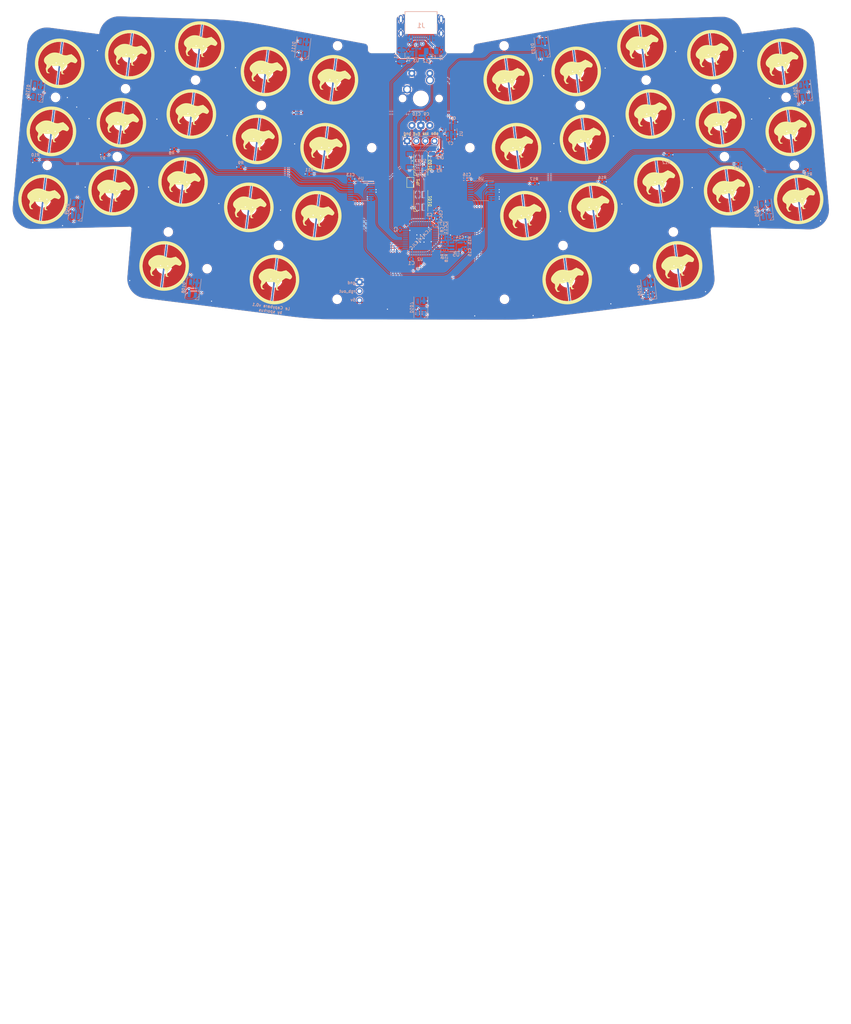
<source format=kicad_pcb>
(kicad_pcb (version 20221018) (generator pcbnew)
  (title_block (title "Le Capybara") (date "2023-07-07") (rev "v0.1") (company "sporkus"))
  (layers (0 "F.Cu" signal) (1 "In1.Cu" signal) (2 "In2.Cu" signal) (31 "B.Cu" signal) (34 "B.Paste" user) (35 "F.Paste" user) (36 "B.SilkS" user "B.Silkscreen") (37 "F.SilkS" user "F.Silkscreen") (38 "B.Mask" user) (39 "F.Mask" user) (44 "Edge.Cuts" user))
  (net 0 "")
  (net 1 "GND")
  (net 2 "+5V")
  (net 3 "+3V3")
  (net 4 "NRST")
  (net 5 "BOOT0")
  (net 7 "COL0")
  (net 8 "RGB")
  (net 16 "SDA")
  (net 17 "SCL")
  (net 30 "ADC")
  (net 31 "EncA")
  (net 32 "EncB")
  (net 33 "VBUS")
  (net 34 "Net-(J1-CC1)")
  (net 36 "D_N")
  (net 37 "D_P")
  (net 38 "Net-(J1-CC2)")
  (net 39 "COL1")
  (net 40 "COL2")
  (net 41 "COL3")
  (net 42 "COL4")
  (net 43 "COL5")
  (net 44 "ROW0")
  (net 45 "COL6")
  (net 46 "COL7")
  (net 47 "COL8")
  (net 48 "COL9")
  (net 49 "ROW1")
  (net 50 "ROW2")
  (net 51 "ROW3")
  (net 52 "APLEX_EN1")
  (net 53 "AMUX_SEL_2")
  (net 54 "AMUX_SEL_1")
  (net 55 "AMUX_SEL_0")
  (net 56 "APLEX_EN0")
  (net 57 "APLEX_OUT")
  (net 58 "KNOB_SW")
  (net 59 "Net-(U5--)")
  (net 60 "Net-(D101-DOUT)")
  (net 61 "Net-(D102-DOUT)")
  (net 62 "Net-(D103-DOUT)")
  (net 63 "Net-(D104-DOUT)")
  (net 64 "Net-(D105-DOUT)")
  (net 65 "Net-(D106-DIN)")
  (net 66 "Net-(D107-DIN)")
  (net 67 "Net-(D108-DIN)")
  (net 68 "Net-(D109-DIN)")
  (net 69 "Net-(D110-DIN)")
  (net 70 "Net-(D111-DIN)")
  (footprint "MountingHole:MountingHole_2.2mm_M2_DIN965" (layer "F.Cu") (at 206.14914 131.720084)
    (fp_text reference "H9" hide)
    (fp_text value "MountingHole")
  )
  (footprint "capacitive_sensors:capy_pad_1U_90deg" (layer "F.Cu") (at 85.063036 69.786655 -97)
    (fp_text reference "SW3")
    (fp_text value "EC_SW" hide)
  )
  (footprint "MountingHole:MountingHole_2.2mm_M2_DIN965" (layer "F.Cu") (at 250.682683 102.955403)
    (fp_text reference "H11" hide)
    (fp_text value "MountingHole")
  )
  (footprint "modified_footrprints:MX-Solderable-1U" (layer "F.Cu") (at 146.639472 84.358057)
    (fp_text reference "SW35")
    (fp_text value "SW_Push")
  )
  (footprint "capacitive_sensors:capy_pad_1U_90deg" (layer "F.Cu") (at 187.406675 134.716049 -83)
    (fp_text reference "SW33")
    (fp_text value "EC_SW" hide)
  )
  (footprint "capacitive_sensors:capy_pad_1U_90deg" (layer "F.Cu") (at 101.069024 95.743273 -97)
    (fp_text reference "SW14")
    (fp_text value "EC_SW" hide)
  )
  (footprint "MountingHole:MountingHole_2.2mm_M2_DIN965" (layer "F.Cu") (at 42.603801 102.95944)
    (fp_text reference "H7" hide)
    (fp_text value "MountingHole")
  )
  (footprint "modified_footrprints:LED_SK6812MINI_PLCC4_3.5x3.5mm_P1.75mm" (layer "F.Cu") (at 146.639472 112.838058 -90)
    (fp_text reference "D101")
    (fp_text value "SK6812MINI")
  )
  (footprint "MountingHole:MountingHole_2.2mm_M2_DIN965" (layer "F.Cu") (at 76.315101 121.493466)
    (fp_text reference "H13" hide)
    (fp_text value "MountingHole")
  )
  (footprint "MountingHole:MountingHole_2.2mm_M2_DIN965" (layer "F.Cu") (at 83.902227 79.240652)
    (fp_text reference "H4" hide)
    (fp_text value "MountingHole")
  )
  (footprint "modified_footrprints:ROT_Alps_EC11E-Switch" (layer "F.Cu") (at 146.639472 84.358057)
    (fp_text reference "SW36" hide)
    (fp_text value "Rotary_Encoder_Switch")
  )
  (footprint "MountingHole:MountingHole_2.2mm_M2_DIN965" (layer "F.Cu") (at 209.384257 79.236615)
    (fp_text reference "H6" hide)
    (fp_text value "MountingHole")
  )
  (footprint "capacitive_sensors:capy_pad_1U_90deg" (layer "F.Cu") (at 208.223448 69.782618 -83)
    (fp_text reference "SW8")
    (fp_text value "EC_SW" hide)
  )
  (footprint "capacitive_sensors:capy_pad_1U_90deg" (layer "F.Cu") (at 210.545057 88.690622 -83)
    (fp_text reference "SW18")
    (fp_text value "EC_SW" hide)
  )
  (footprint "capacitive_sensors:capy_pad_1U_90deg" (layer "F.Cu") (at 218.132182 130.94343 -83)
    (fp_text reference "SW34")
    (fp_text value "EC_SW" hide)
  )
  (footprint "capacitive_sensors:capy_pad_1U_90deg" (layer "F.Cu") (at 175.631062 116.968849 -83)
    (fp_text reference "SW26")
    (fp_text value "EC_SW" hide)
  )
  (footprint "capacitive_sensors:capy_pad_1U_90deg" (layer "F.Cu") (at 65.574627 72.192043 -97)
    (fp_text reference "SW2")
    (fp_text value "EC_SW" hide)
  )
  (footprint "MountingHole:MountingHole_2.2mm_M2_DIN965" (layer "F.Cu") (at 123.459443 69.702874)
    (fp_text reference "H16" hide)
    (fp_text value "MountingHole")
  )
  (footprint "capacitive_sensors:capy_pad_1U_90deg" (layer "F.Cu") (at 251.843482 112.409405 -83)
    (fp_text reference "SW30")
    (fp_text value "EC_SW" hide)
  )
  (footprint "capacitive_sensors:capy_pad_1U_90deg" (layer "F.Cu") (at 227.711851 72.188007 -83)
    (fp_text reference "SW9")
    (fp_text value "EC_SW" hide)
  )
  (footprint "capacitive_sensors:capy_pad_1U_90deg" (layer "F.Cu") (at 189.895844 76.831229 -83)
    (fp_text reference "SW7")
    (fp_text value "EC_SW" hide)
  )
  (footprint "MountingHole:MountingHole_2.2mm_M2_DIN965" (layer "F.Cu") (at 160.309451 98.060846)
    (fp_text reference "H18" hide)
    (fp_text value "MountingHole")
  )
  (footprint "capacitive_sensors:capy_pad_1U_90deg" (layer "F.Cu") (at 41.442998 112.413443 -97)
    (fp_text reference "SW21")
    (fp_text value "EC_SW" hide)
  )
  (footprint "capacitive_sensors:capy_pad_1U_90deg" (layer "F.Cu") (at 43.764614 93.50544 -97)
    (fp_text reference "SW11")
    (fp_text value "EC_SW" hide)
  )
  (footprint "MountingHole:MountingHole_2.2mm_M2_DIN965" (layer "F.Cu") (at 169.940738 140.220084)
    (fp_text reference "H10" hide)
    (fp_text value "MountingHole")
  )
  (footprint "MountingHole:MountingHole_2.2mm_M2_DIN965" (layer "F.Cu") (at 65.574627 72.192043 7)
    (fp_text reference "H21" hide)
    (fp_text value "MountingHole")
  )
  (footprint "MountingHole:MountingHole_2.2mm_M2_DIN965" (layer "F.Cu") (at 169.827041 69.698837)
    (fp_text reference "H12" hide)
    (fp_text value "MountingHole")
  )
  (footprint "capacitive_sensors:capy_pad_1U_90deg" (layer "F.Cu") (at 46.08622 74.597434 -97)
    (fp_text reference "SW1")
    (fp_text value "EC_SW" hide)
  )
  (footprint "capacitive_sensors:capy_pad_1U_90deg" (layer "F.Cu") (at 98.747413 114.651277 -97)
    (fp_text reference "SW24")
    (fp_text value "EC_SW" hide)
  )
  (footprint "MountingHole:MountingHole_2.2mm_M2_DIN965" (layer "F.Cu") (at 216.971383 121.489429)
    (fp_text reference "H5" hide)
    (fp_text value "MountingHole")
  )
  (footprint "capacitive_sensors:capy_pad_1U_90deg" (layer "F.Cu") (at 173.309451 98.060846 -83)
    (fp_text reference "SW16")
    (fp_text value "EC_SW" hide)
  )
  (footprint "capacitive_sensors:capy_pad_1U_90deg" (layer "F.Cu") (at 119.977031 98.064883 -97)
    (fp_text reference "SW15")
    (fp_text value "EC_SW" hide)
  )
  (footprint "capacitive_sensors:capy_pad_1U_90deg" (layer "F.Cu") (at 80.419814 107.602664 -97)
    (fp_text reference "SW23")
    (fp_text value "EC_SW" hide)
  )
  (footprint "MountingHole:MountingHole_2.2mm_M2_DIN965" (layer "F.Cu") (at 227.711851 72.188007 7)
    (fp_text reference "H22" hide)
    (fp_text value "MountingHole")
  )
  (footprint "Jumper:SolderJumper-2_P1.3mm_Open_TrianglePad1.0x1.5mm" (layer "F.Cu") (at 143.734472 107.712515 90)
    (fp_text reference "JP1")
    (fp_text value "Jumper_2_Open")
  )
  (footprint "MountingHole:MountingHole_2.2mm_M2_DIN965" (layer "F.Cu") (at 44.925417 84.051437)
    (fp_text reference "H1" hide)
    (fp_text value "MountingHole")
  )
  (footprint "MountingHole:MountingHole_2.2mm_M2_DIN965" (layer "F.Cu") (at 186.245877 125.262044)
    (fp_text reference "H15" hide)
    (fp_text value "MountingHole")
  )
  (footprint "MountingHole:MountingHole_2.2mm_M2_DIN965" (layer "F.Cu") (at 231.194269 100.550015 7)
    (fp_text reference "H23" hide)
    (fp_text value "MountingHole")
  )
  (footprint "capacitive_sensors:capy_pad_1U_90deg" (layer "F.Cu") (at 117.655418 116.972888 -97)
    (fp_text reference "SW25")
    (fp_text value "EC_SW" hide)
  )
  (footprint "capacitive_sensors:capy_pad_1U_90deg" (layer "F.Cu") (at 60.931407 110.008055 -97)
    (fp_text reference "SW22")
    (fp_text value "EC_SW" hide)
  )
  (footprint "MountingHole:MountingHole_2.2mm_M2_DIN965" (layer "F.Cu") (at 62.092212 100.554053 7)
    (fp_text reference "H20" hide)
    (fp_text value "MountingHole")
  )
  (footprint "capacitive_sensors:capy_pad_1U_90deg" (layer "F.Cu") (at 103.390635 76.835267 -97)
    (fp_text reference "SW4")
    (fp_text value "EC_SW" hide)
  )
  (footprint "capacitive_sensors:capy_pad_1U_90deg" (layer "F.Cu") (at 82.741424 88.694655 -97)
    (fp_text reference "SW13")
    (fp_text value "EC_SW" hide)
  )
  (footprint "modified_footrprints:LED_SK6812MINI_PLCC4_3.5x3.5mm_P1.75mm" (layer "F.Cu") (at 146.639472 102.808056 -90)
    (fp_text reference "D102")
    (fp_text value "SK6812MINI")
  )
  (footprint "capacitive_sensors:capy_pad_1U_90deg" (layer "F.Cu") (at 75.154298 130.947469 -97)
    (fp_text reference "SW31")
    (fp_text value "EC_SW" hide)
  )
  (footprint "MountingHole:MountingHole_2.2mm_M2_DIN965" (layer "F.Cu") (at 87.129804 131.720084)
    (fp_text reference "H8" hide)
    (fp_text value "MountingHole")
  )
  (footprint "MountingHole:MountingHole_2.2mm_M2_DIN965" (layer "F.Cu") (at 248.361067 84.0474)
    (fp_text reference "H14" hide)
    (fp_text value "MountingHole")
  )
  (footprint "capacitive_sensors:capy_pad_1U_90deg" (layer "F.Cu") (at 247.200262 74.593397 -83)
    (fp_text reference "SW10")
    (fp_text value "EC_SW" hide)
  )
  (footprint "capacitive_sensors:capy_pad_1U_90deg" (layer "F.Cu") (at 63.253018 91.100051 -97)
    (fp_text reference "SW12")
    (fp_text value "EC_SW" hide)
  )
  (footprint "capacitive_sensors:capy_pad_1U_90deg" (layer "F.Cu") (at 212.866667 107.598629 -83)
    (fp_text reference "SW28")
    (fp_text value "EC_SW" hide)
  )
  (footprint "MountingHole:MountingHole_2.2mm_M2_DIN965" (layer "F.Cu") (at 103.390635 76.835267 7)
    (fp_text reference "H19" hide)
    (fp_text value "MountingHole")
  )
  (footprint "capacitive_sensors:capy_pad_1U_90deg" (layer "F.Cu") (at 192.217456 95.739235 -83)
    (fp_text reference "SW17")
    (fp_text value "EC_SW" hide)
  )
  (footprint "MountingHole:MountingHole_2.2mm_M2_DIN965" (layer "F.Cu") (at 189.895844 76.831229 7)
    (fp_text reference "H24" hide)
    (fp_text value "MountingHole")
  )
  (footprint "capacitive_sensors:capy_pad_1U_90deg" (layer "F.Cu") (at 122.29864 79.156877 -97)
    (fp_text reference "SW5")
    (fp_text value "EC_SW" hide)
  )
  (footprint "capacitive_sensors:capy_pad_1U_90deg" (layer "F.Cu") (at 249.52187 93.501403 -83)
    (fp_text reference "SW20")
    (fp_text value "EC_SW" hide)
  )
  (footprint "capacitive_sensors:capy_pad_1U_90deg" (layer "F.Cu") (at 230.033463 91.096013 -83)
    (fp_text reference "SW19")
    (fp_text value "EC_SW" hide)
  )
  (footprint "MountingHole:MountingHole_2.2mm_M2_DIN965" (layer "F.Cu") (at 132.977031 98.064883)
    (fp_text reference "H17" hide)
    (fp_text value "MountingHole")
  )
  (footprint "MountingHole:MountingHole_2.2mm_M2_DIN965" (layer "F.Cu") (at 123.338206 140.220084)
    (fp_text reference "H2" hide)
    (fp_text value "MountingHole")
  )
  (footprint "MountingHole:MountingHole_2.2mm_M2_DIN965" (layer "F.Cu") (at 107.021278 125.224875)
    (fp_text reference "H3" hide)
    (fp_text value "MountingHole")
  )
  (footprint "capacitive_sensors:capy_pad_1U_90deg" (layer "F.Cu") (at 170.98784 79.152843 -83)
    (fp_text reference "SW6")
    (fp_text value "EC_SW" hide)
  )
  (footprint "capacitive_sensors:capy_pad_1U_90deg" (layer "F.Cu") (at 194.539067 114.647239 -83)
    (fp_text reference "SW27")
    (fp_text value "EC_SW" hide)
  )
  (footprint "capacitive_sensors:capy_pad_1U_90deg" (layer "F.Cu") (at 232.355076 110.004016 -83)
    (fp_text reference "SW29")
    (fp_text value "EC_SW" hide)
  )
  (footprint "Connector_PinSocket_2.54mm:PinSocket_1x03_P2.54mm_Vertical" (layer "F.Cu") (at 129.562582 135.429022)
    (fp_text reference "J101" hide)
    (fp_text value "Conn_01x03_Female")
  )
  (footprint "capacitive_sensors:capy_pad_1U_90deg" (layer "F.Cu") (at 105.879804 134.720084 -97)
    (fp_text reference "SW32")
    (fp_text value "EC_SW" hide)
  )
  (footprint "Resistor_SMD:R_0402_1005Metric" (layer "B.Cu") (at 235.064472 102.572515)
    (fp_text reference "R13")
    (fp_text value "100k")
  )
  (footprint "modified_footrprints:LED_SK6812MINI_PLCC4_3.5x3.5mm_P1.75mm" (layer "B.Cu") (at 113.760416 70.298413 -97)
    (fp_text reference "D111")
    (fp_text value "SK6812MINI")
  )
  (footprint "Capacitor_SMD:C_0603_1608Metric" (layer "B.Cu") (at 150.876791 116.229846 -90)
    (fp_text reference "C5")
    (fp_text value "10uF")
  )
  (footprint "Capacitor_SMD:C_0402_1005Metric" (layer "B.Cu") (at 154.688206 95.739893 180)
    (fp_text reference "C7")
    (fp_text value "1uF")
  )
  (footprint "Capacitor_SMD:C_0402_1005Metric" (layer "B.Cu") (at 152.939804 122.83)
    (fp_text reference "C17")
    (fp_text value "100nF")
  )
  (footprint "Capacitor_SMD:C_0402_1005Metric" (layer "B.Cu") (at 153.479804 124.31 90)
    (fp_text reference "C11")
    (fp_text value "1u")
  )
  (footprint "Package_SO:TSSOP-16_4.4x5mm_P0.65mm" (layer "B.Cu") (at 163.353527 110.051437 180)
    (fp_text reference "U6")
    (fp_text value "74HC4051")
  )
  (footprint "Connector_PinHeader_2.54mm:PinHeader_1x04_P2.54mm_Vertical" (layer "B.Cu") (at 142.829472 96.193059 -90)
    (fp_text reference "J2" hide)
    (fp_text value "OLED I2C")
  )
  (footprint "Capacitor_SMD:C_0402_1005Metric" (layer "B.Cu") (at 140.858206 120.794893 -90)
    (fp_text reference "C2")
    (fp_text value "100nF")
  )
  (footprint "Inductor_SMD:L_1206_3216Metric" (layer "B.Cu") (at 141.3 72.475 -90)
    (fp_text reference "L1")
    (fp_text value "60R@100MHz")
  )
  (footprint "Package_TO_SOT_SMD:SOT-23-5" (layer "B.Cu") (at 156.477031 125.391561)
    (fp_text reference "U5")
    (fp_text value "OPA354AIDBVR ")
  )
  (footprint "Resistor_SMD:R_0402_1005Metric" (layer "B.Cu") (at 151.829979 103.468058)
    (fp_text reference "R3")
    (fp_text value "10k")
  )
  (footprint "Capacitor_SMD:C_0402_1005Metric" (layer "B.Cu") (at 127.075417 106.751437 180)
    (fp_text reference "C13")
    (fp_text value "100n")
  )
  (footprint "Resistor_SMD:R_0402_1005Metric" (layer "B.Cu") (at 159.114472 124.202515 90)
    (fp_text reference "R15")
    (fp_text value "1k")
  )
  (footprint "modified_footrprints:LED_SK6812MINI_PLCC4_3.5x3.5mm_P1.75mm" (layer "B.Cu") (at 242.626663 115.431205 -83)
    (fp_text reference "D105")
    (fp_text value "SK6812MINI")
  )
  (footprint "Capacitor_SMD:C_0402_1005Metric" (layer "B.Cu") (at 145.358206 89.794893)
    (fp_text reference "C10")
    (fp_text value "100nF")
  )
  (footprint "modified_footrprints:LED_SK6812MINI_PLCC4_3.5x3.5mm_P1.75mm" (layer "B.Cu") (at 210.070738 137.414377 -83)
    (fp_text reference "D106")
    (fp_text value "SK6812MINI")
  )
  (footprint "Resistor_SMD:R_0402_1005Metric" (layer "B.Cu") (at 215.724728 100)
    (fp_text reference "R12")
    (fp_text value "100k")
  )
  (footprint "Resistor_SMD:R_0402_1005Metric" (layer "B.Cu") (at 152.464473 99.028058 -90)
    (fp_text reference "R5")
    (fp_text value "4.7k")
  )
  (footprint "Resistor_SMD:R_0402_1005Metric" (layer "B.Cu") (at 153.808206 126.571561 -90)
    (fp_text reference "R18")
    (fp_text value "DNP")
  )
  (footprint "modified_footrprints:LED_SK6812MINI_PLCC4_3.5x3.5mm_P1.75mm" (layer "B.Cu") (at 39.758206 82.267337 -97)
    (fp_text reference "D110")
    (fp_text value "SK6812MINI")
  )
  (footprint "Capacitor_SMD:C_0402_1005Metric" (layer "B.Cu") (at 155.638206 90.894893 180)
    (fp_text reference "C6")
    (fp_text value "1uF")
  )
  (footprint "Capacitor_SMD:C_0402_1005Metric" (layer "B.Cu") (at 152.439804 124.3 90)
    (fp_text reference "C8")
    (fp_text value "100n")
  )
  (footprint "Resistor_SMD:R_0402_1005Metric" (layer "B.Cu") (at 152.608206 126.544893 -90)
    (fp_text reference "R6")
    (fp_text value "100k")
  )
  (footprint "USB4510-03-1-A:USB4510031A" (layer "B.Cu") (at 146.695101 63.42951)
    (fp_text reference "J1")
    (fp_text value "USB_C sink board 1.6mm" hide)
  )
  (footprint "Capacitor_SMD:C_0402_1005Metric" (layer "B.Cu") (at 159.094472 126.172515 90)
    (fp_text reference "C15")
    (fp_text value "100n")
  )
  (footprint "Capacitor_SMD:C_0402_1005Metric" (layer "B.Cu") (at 149.066223 117.7 180)
    (fp_text reference "C3")
    (fp_text value "100nF")
  )
  (footprint "Resistor_SMD:R_0402_1005Metric" (layer "B.Cu") (at 152.339472 70.797515 -90)
    (fp_text reference "R2")
    (fp_text value "5.1k")
  )
  (footprint "Capacitor_SMD:C_0402_1005Metric" (layer "B.Cu") (at 155.384472 122.982515 180)
    (fp_text reference "C14")
    (fp_text value "220pF NP0")
  )
  (footprint "Resistor_SMD:R_0402_1005Metric" (layer "B.Cu") (at 58.554728 99.99 180)
    (fp_text reference "R7")
    (fp_text value "100k")
  )
  (footprint "Package_TO_SOT_SMD:SOT-143" (layer "B.Cu") (at 145.364473 71.478058)
    (fp_text reference "U3")
    (fp_text value "PRTR5V0U2X")
  )
  (footprint "Package_QFP:LQFP-48_7x7mm_P0.5mm" (layer "B.Cu") (at 146.529979 123.313523 180)
    (fp_text reference "U2")
    (fp_text value "STM32F072CBT6")
  )
  (footprint "modified_footrprints:SW_SPST_SKQG_WithoutStem" (layer "B.Cu") (at 146.639472 101.618058 180)
    (fp_text reference "SW37")
    (fp_text value "SKQGABE010")
  )
  (footprint "Fuse:Fuse_1206_3216Metric" (layer "B.Cu") (at 149.554472 71.17951 180)
    (fp_text reference "F1")
    (fp_text value "ASMD1206-150")
  )
  (footprint "Capacitor_SMD:C_0402_1005Metric" (layer "B.Cu") (at 148.178206 89.794893 180)
    (fp_text reference "C9")
    (fp_text value "100nF")
  )
  (footprint "Package_SO:TSSOP-16_4.4x5mm_P0.65mm" (layer "B.Cu") (at 129.925417 110.051437 180)
    (fp_text reference "U4")
    (fp_text value "74HC4051")
  )
  (footprint "modified_footrprints:LED_SK6812MINI_PLCC4_3.5x3.5mm_P1.75mm" (layer "B.Cu") (at 83.208205 137.258411 -97)
    (fp_text reference "D108")
    (fp_text value "SK6812MINI")
  )
  (footprint "modified_footrprints:LED_SK6812MINI_PLCC4_3.5x3.5mm_P1.75mm" (layer "B.Cu") (at 50.674854 115.362191 -97)
    (fp_text reference "D109")
    (fp_text value "SK6812MINI")
  )
  (footprint "Capacitor_SMD:C_0402_1005Metric" (layer "B.Cu") (at 159.475417 106.801437)
    (fp_text reference "C16")
    (fp_text value "100n")
  )
  (footprint "Resistor_SMD:R_0402_1005Metric" (layer "B.Cu") (at 77.924728 98.49 180)
    (fp_text reference "R8")
    (fp_text value "100k")
  )
  (footprint "modified_footrprints:LED_SK6812MINI_PLCC4_3.5x3.5mm_P1.75mm" (layer "B.Cu") (at 253.520738 82.267337 -83)
    (fp_text reference "D104")
    (fp_text value "SK6812MINI")
  )
  (footprint "modified_footrprints:LED_SK6812MINI_PLCC4_3.5x3.5mm_P1.75mm" (layer "B.Cu") (at 180.449999 70.1 -83)
    (fp_text reference "D103")
    (fp_text value "SK6812MINI")
  )
  (footprint "Resistor_SMD:R_0402_1005Metric" (layer "B.Cu") (at 39.074728 101.361561 180)
    (fp_text reference "R10")
    (fp_text value "100k")
  )
  (footprint "Resistor_SMD:R_0402_1005Metric" (layer "B.Cu") (at 115.564728 105.361561 180)
    (fp_text reference "R11")
    (fp_text value "100k")
  )
  (footprint "Resistor_SMD:R_0402_1005Metric" (layer "B.Cu") (at 254.404728 104.311561)
    (fp_text reference "R14")
    (fp_text value "100k")
  )
  (footprint "Resistor_SMD:R_0402_1005Metric" (layer "B.Cu") (at 197.164728 107.5)
    (fp_text reference "R16")
    (fp_text value "100k")
  )
  (footprint "Resistor_SMD:R_0402_1005Metric" (layer "B.Cu") (at 143.164472 71.287515 90)
    (fp_text reference "R1")
    (fp_text value "5.1k")
  )
  (footprint "Resistor_SMD:R_0402_1005Metric" (layer "B.Cu") (at 96.51494 103.426497 180)
    (fp_text reference "R9")
    (fp_text value "100k")
  )
  (footprint "Capacitor_SMD:C_0402_1005Metric" (layer "B.Cu") (at 148.314472 72.797515)
    (fp_text reference "C12")
    (fp_text value "100nF")
  )
  (footprint "Package_TO_SOT_SMD:SOT-23" (layer "B.Cu") (at 155.158206 93.357393 90)
    (fp_text reference "U1")
    (fp_text value "XC6206PxxxMR-Regulator_Linear")
  )
  (footprint "modified_footrprints:LED_SK6812MINI_PLCC4_3.5x3.5mm_P1.75mm" (layer "B.Cu") (at 146.639472 142.458058 -90)
    (fp_text reference "D107")
    (fp_text value "SK6812MINI")
  )
  (footprint "Capacitor_SMD:C_0402_1005Metric" (layer "B.Cu") (at 150.859804 119.11 90)
    (fp_text reference "C4")
    (fp_text value "100nF")
  )
  (footprint "Capacitor_SMD:C_0402_1005Metric" (layer "B.Cu") (at 144.008206 128.994893)
    (fp_text reference "C1")
    (fp_text value "100nF")
  )
  (footprint "Resistor_SMD:R_0402_1005Metric" (layer "B.Cu") (at 178.433552 108)
    (fp_text reference "R17")
    (fp_text value "100k")
  )
  (footprint "Resistor_SMD:R_0402_1005Metric" (layer "B.Cu") (at 151.464473 99.028058 -90)
    (fp_text reference "R4")
    (fp_text value "4.7k")
  )
  (gr_circle (center 150.029472 119.118057) (end 150.250454 118.945407) (stroke (width 0.1)) (fill none) (layer "B.SilkS"))
  (gr_rect (start 151.579804 118.655) (end 154.249804 122.075) (stroke (width 0.1)) (fill none) (layer "B.SilkS"))
  (gr_line (start 65.576401 120.03114) (end 38.592365 120.663703) (stroke (width 0.05)) (layer "Edge.Cuts"))
  (gr_arc (start 57.142034 66.076505) (mid 59.083685 62.751218) (end 62.730261 61.514279) (stroke (width 0.05)) (layer "Edge.Cuts"))
  (gr_line (start 57.107113 66.278895) (end 57.142034 66.076505) (stroke (width 0.05)) (layer "Edge.Cuts"))
  (gr_arc (start 260.284907 114.778961) (mid 258.823628 119.027223) (end 254.682364 120.768737) (stroke (width 0.05)) (layer "Edge.Cuts"))
  (gr_arc (start 151.864472 60.922515) (mid 152.925139 61.361848) (end 153.364472 62.422515) (stroke (width 0.05)) (layer "Edge.Cuts"))
  (gr_arc (start 122.889687 145.808311) (mid 116.776243 145.611012) (end 110.686298 145.04032) (stroke (width 0.05)) (layer "Edge.Cuts"))
  (gr_arc (start 236.198907 66.355038) (mid 236.057187 66.318825) (end 235.978021 66.195802) (stroke (width 0.05)) (layer "Edge.Cuts"))
  (gr_arc (start 161.364472 70.131211) (mid 161.596206 69.491123) (end 162.183935 69.147643) (stroke (width 0.05)) (layer "Edge.Cuts"))
  (gr_arc (start 139.890696 62.430183) (mid 140.328345 61.370537) (end 141.386589 60.92951) (stroke (width 0.05)) (layer "Edge.Cuts"))
  (gr_line (start 182.754017 145.118359) (end 223.614545 140.02055) (stroke (width 0.05)) (layer "Edge.Cuts"))
  (gr_line (start 103.059648 63.920665) (end 131.077471 69.135979) (stroke (width 0.05)) (layer "Edge.Cuts"))
  (gr_line (start 139.894472 70.768058) (end 139.890696 62.430183) (stroke (width 0.05)) (layer "Edge.Cuts"))
  (gr_arc (start 65.576401 120.03114) (mid 65.952627 120.188776) (end 66.08625 120.574195) (stroke (width 0.05)) (layer "Edge.Cuts"))
  (gr_arc (start 182.754017 145.118359) (mid 176.49235 145.700303) (end 170.206486 145.887515) (stroke (width 0.05)) (layer "Edge.Cuts"))
  (gr_line (start 138.894472 71.768057) (end 132.894473 71.768057) (stroke (width 0.05)) (layer "Edge.Cuts"))
  (gr_line (start 256.233027 69.589783) (end 260.284907 114.778961) (stroke (width 0.05)) (layer "Edge.Cuts"))
  (gr_line (start 142.224472 66.67951) (end 142.225101 60.92951) (stroke (width 0.05)) (layer "Edge.Cuts"))
  (gr_line (start 170.206486 145.887515) (end 122.889687 145.808311) (stroke (width 0.05)) (layer "Edge.Cuts"))
  (gr_line (start 235.978021 66.195802) (end 235.946656 66.038978) (stroke (width 0.05)) (layer "Edge.Cuts"))
  (gr_arc (start 250.073834 64.623312) (mid 254.207322 65.799529) (end 256.233027 69.589783) (stroke (width 0.05)) (layer "Edge.Cuts"))
  (gr_line (start 110.686298 145.04032) (end 69.721126 139.93338) (stroke (width 0.05)) (layer "Edge.Cuts"))
  (gr_arc (start 69.721126 139.93338) (mid 66.12539 137.934564) (end 64.92208 134.000514) (stroke (width 0.05)) (layer "Edge.Cuts"))
  (gr_line (start 131.894472 70.768057) (end 131.894472 70.119092) (stroke (width 0.05)) (layer "Edge.Cuts"))
  (gr_arc (start 154.364472 71.778058) (mid 153.65735 71.48518) (end 153.364473 70.778058) (stroke (width 0.05)) (layer "Edge.Cuts"))
  (gr_arc (start 38.592365 120.663703) (mid 34.447916 118.923576) (end 32.985525 114.673171) (stroke (width 0.05)) (layer "Edge.Cuts"))
  (gr_arc (start 161.364473 70.778057) (mid 161.071593 71.485183) (end 160.364472 71.778058) (stroke (width 0.05)) (layer "Edge.Cuts"))
  (gr_line (start 227.829317 120.160622) (end 254.682364 120.768737) (stroke (width 0.05)) (layer "Edge.Cuts"))
  (gr_arc (start 227.319657 120.7012) (mid 227.45416 120.317465) (end 227.829317 120.160622) (stroke (width 0.05)) (layer "Edge.Cuts"))
  (gr_line (start 151.164472 60.922515) (end 151.864472 60.922515) (stroke (width 0.05)) (layer "Edge.Cuts"))
  (gr_arc (start 131.077471 69.135979) (mid 131.663543 69.479952) (end 131.894472 70.119092) (stroke (width 0.05)) (layer "Edge.Cuts"))
  (gr_line (start 64.92208 134.000514) (end 66.08625 120.574195) (stroke (width 0.05)) (layer "Edge.Cuts"))
  (gr_line (start 162.183935 69.147643) (end 190.291255 63.988456) (stroke (width 0.05)) (layer "Edge.Cuts"))
  (gr_line (start 37.032213 69.62106) (end 32.985525 114.673171) (stroke (width 0.05)) (layer "Edge.Cuts"))
  (gr_line (start 228.41538 134.115077) (end 227.319657 120.7012) (stroke (width 0.05)) (layer "Edge.Cuts"))
  (gr_line (start 160.364472 71.778058) (end 154.364473 71.778058) (stroke (width 0.05)) (layer "Edge.Cuts"))
  (gr_line (start 250.073834 64.623312) (end 236.198907 66.355038) (stroke (width 0.05)) (layer "Edge.Cuts"))
  (gr_arc (start 230.385399 61.620184) (mid 233.975019 62.811435) (end 235.946656 66.038978) (stroke (width 0.05)) (layer "Edge.Cuts"))
  (gr_arc (start 87.84363 62.283195) (mid 95.483009 62.810428) (end 103.059648 63.920665) (stroke (width 0.05)) (layer "Edge.Cuts"))
  (gr_arc (start 57.107113 66.278895) (mid 57.028668 66.405871) (end 56.884131 66.443204) (stroke (width 0.05)) (layer "Edge.Cuts"))
  (gr_line (start 43.222243 64.659395) (end 56.884131 66.443204) (stroke (width 0.05)) (layer "Edge.Cuts"))
  (gr_arc (start 228.41538 134.115077) (mid 227.201345 138.032276) (end 223.614545 140.02055) (stroke (width 0.05)) (layer "Edge.Cuts"))
  (gr_line (start 151.165101 66.67951) (end 151.165101 60.922515) (stroke (width 0.05)) (layer "Edge.Cuts"))
  (gr_arc (start 190.291255 63.988456) (mid 197.774866 62.903177) (end 205.31909 62.386492) (stroke (width 0.05)) (layer "Edge.Cuts"))
  (gr_line (start 151.165101 66.67951) (end 142.224472 66.67951) (stroke (width 0.05)) (layer "Edge.Cuts"))
  (gr_arc (start 37.032213 69.62106) (mid 39.070259 65.821583) (end 43.222243 64.659395) (stroke (width 0.05)) (layer "Edge.Cuts"))
  (gr_line (start 230.385399 61.620184) (end 205.31909 62.386492) (stroke (width 0.05)) (layer "Edge.Cuts"))
  (gr_line (start 161.364473 70.778057) (end 161.364472 70.131211) (stroke (width 0.05)) (layer "Edge.Cuts"))
  (gr_arc (start 139.894472 70.768058) (mid 139.601592 71.475182) (end 138.894472 71.768057) (stroke (width 0.05)) (layer "Edge.Cuts"))
  (gr_arc (start 132.894473 71.768057) (mid 132.187364 71.475158) (end 131.894472 70.768057) (stroke (width 0.05)) (layer "Edge.Cuts"))
  (gr_line (start 141.386589 60.92951) (end 142.224472 60.92951) (stroke (width 0.05)) (layer "Edge.Cuts"))
  (gr_line (start 62.730261 61.514279) (end 87.84363 62.283195) (stroke (width 0.05)) (layer "Edge.Cuts"))
  (gr_line (start 153.364473 70.778058) (end 153.364472 62.422515) (stroke (width 0.05)) (layer "Edge.Cuts"))
  (gr_text "scl" (at 147.97258 94.093059) (layer "B.SilkS") (effects (font (size 0.8 0.8) (thickness 0.15) bold) (justify mirror)))
  (gr_text "sda" (at 150.539472 94.083057) (layer "B.SilkS") (effects (font (size 0.8 0.8) (thickness 0.15) bold) (justify mirror)))
  (gr_text "rgb_out" (at 128.504804 138.45) (layer "B.SilkS") (effects (font (size 0.8 0.8) (thickness 0.15) bold) (justify left bottom mirror)))
  (gr_text "3v3" (at 145.43258 94.243059) (layer "B.SilkS") (effects (font (size 0.8 0.8) (thickness 0.15) bold) (justify mirror)))
  (gr_text "Le Capybara v0.1\nby sporkus\n" (at 104.839472 142.899997 -7) (layer "B.SilkS") (effects (font (size 0.8 0.8) (thickness 0.15) bold) (justify mirror)))
  (gr_text "DFU" (at 148.3 106.224998) (layer "B.SilkS") (effects (font (size 1 1)) (justify left bottom mirror)))
  (gr_text "JLCJLCJLCJLC" (at 146.639473 123.26174 45) (layer "B.SilkS") (effects (font (size 0.8 0.8) (thickness 0.15) bold) (justify mirror)))
  (gr_text "5v" (at 128.504804 140.8375) (layer "B.SilkS") (effects (font (size 0.8 0.8) (thickness 0.15) bold) (justify left bottom mirror)))
  (gr_text "gnd" (at 142.89258 94.09306) (layer "B.SilkS") (effects (font (size 0.8 0.8) (thickness 0.15) bold) (justify mirror)))
  (gr_text "\n" (at 150.503786 94.078057) (layer "B.SilkS") (effects (font (size 0.8 0.8) (thickness 0.15) bold) (justify mirror)))
  (gr_text "gnd" (at 128.504804 136.0625) (layer "B.SilkS") (effects (font (size 0.8 0.8) (thickness 0.15) bold) (justify left bottom mirror)))
  (gr_text "sda" (at 150.550698 94.075) (layer "F.SilkS") (effects (font (size 0.8 0.8) (thickness 0.15) bold)))
  (gr_text "3v3" (at 145.425 94.25) (layer "F.SilkS") (effects (font (size 0.8 0.8) (thickness 0.15) bold)))
  (gr_text "scl" (at 147.975 94.125) (layer "F.SilkS") (effects (font (size 0.8 0.8) (thickness 0.15) bold)))
  (gr_text "gnd" (at 142.9 94.090003) (layer "F.SilkS") (effects (font (size 0.8 0.8) (thickness 0.15) bold)))
  (segment (start 144.941831 101.058057) (end 145.764472 101.058057) (width 0.2) (layer "F.Cu") (net 1))
  (segment (start 144.279804 101.720084) (end 144.941831 101.058057) (width 0.2) (layer "F.Cu") (net 1))
  (via (at 48.208206 84.094893) (size 0.6) (drill 0.3) (layers "F.Cu" "B.Cu") (net 1))
  (via (at 73.131565 90.104557) (size 0.6) (drill 0.3) (layers "F.Cu" "B.Cu") (net 1))
  (via (at 149.524472 72.62951) (size 0.6) (drill 0.3) (layers "F.Cu" "B.Cu") (net 1))
  (via (at 161.649804 144.84) (size 0.6) (drill 0.3) (layers "F.Cu" "B.Cu") (net 1))
  (via (at 183.684279 96.898936) (size 0.6) (drill 0.3) (layers "F.Cu" "B.Cu") (net 1))
  (via (at 56.580917 71.045477) (size 0.6) (drill 0.3) (layers "F.Cu" "B.Cu") (net 1))
  (via (at 216.844728 100.02) (size 0.6) (drill 0.3) (layers "F.Cu" "B.Cu") (net 1))
  (via (at 156.108206 93.144893) (size 0.6) (drill 0.3) (layers "F.Cu" "B.Cu") (net 1))
  (via (at 164.979805 108.420084) (size 0.6) (drill 0.3) (layers "F.Cu" "B.Cu") (net 1))
  (via (at 95.04208 75.767914) (size 0.6) (drill 0.3) (layers "F.Cu" "B.Cu") (net 1))
  (via (at 147.529979 122.313523) (size 0.6) (drill 0.3) (layers "F.Cu" "B.Cu") (net 1))
  (via (at 76.844728 98.500001) (size 0.6) (drill 0.3) (layers "F.Cu" "B.Cu") (net 1))
  (via (at 134.179804 109.720084) (size 0.6) (drill 0.3) (layers "F.Cu" "B.Cu") (net 1))
  (via (at 240.825783 108.924778) (size 0.6) (drill 0.3) (layers "F.Cu" "B.Cu") (net 1))
  (via (at 179.533552 107.989999) (size 0.6) (drill 0.3) (layers "F.Cu" "B.Cu") (net 1))
  (via (at 53.178377 109.013822) (size 0.6) (drill 0.3) (layers "F.Cu" "B.Cu") (net 1))
  (via (at 168.479804 112.320084) (size 0.6) (drill 0.3) (layers "F.Cu" "B.Cu") (net 1))
  (via (at 154.904472 122.350015) (size 0.6) (drill 0.3) (layers "F.Cu" "B.Cu") (net 1))
  (via (at 142.7 74.05) (size 0.6) (drill 0.3) (layers "F.Cu" "B.Cu") (net 1))
  (via (at 128.225417 106.751437) (size 0.6) (drill 0.3) (layers "F.Cu" "B.Cu") (net 1))
  (via (at 225.919804 138.1) (size 0.6) (drill 0.3) (layers "F.Cu" "B.Cu") (net 1))
  (via (at 147.529979 123.313523) (size 0.6) (drill 0.3) (layers "F.Cu" "B.Cu") (net 1))
  (via (at 159.124472 122.882515) (size 0.6) (drill 0.3) (layers "F.Cu" "B.Cu") (net 1))
  (via (at 156.108206 95.594893) (size 0.6) (drill 0.3) (layers "F.Cu" "B.Cu") (net 1))
  (via (at 50.808206 86.744893) (size 0.6) (drill 0.3) (layers "F.Cu" "B.Cu") (net 1))
  (via (at 92.720469 94.675918) (size 0.6) (drill 0.3) (layers "F.Cu" "B.Cu") (net 1))
  (via (at 148.789363 120.210151) (size 0.6) (drill 0.3) (layers "F.Cu" "B.Cu") (net 1))
  (via (at 70.809954 109.01256) (size 0.6) (drill 0.3) (layers "F.Cu" "B.Cu") (net 1))
  (via (at 156.898206 94.294895) (size 0.6) (drill 0.3) (layers "F.Cu" "B.Cu") (net 1))
  (via (at 152.315101 64.87951) (size 0.6) (drill 0.3) (layers "F.Cu" "B.Cu") (net 1))
  (via (at 217.570628 71.328631) (size 0.6) (drill 0.3) (layers "F.Cu" "B.Cu") (net 1))
  (via (at 236.442886 71.177555) (size 0.6) (drill 0.3) (layers "F.Cu" "B.Cu") (net 1))
  (via (at 144.279804 101.720084) (size 0.6) (drill 0.3) (layers "F.Cu" "B.Cu") (net 1))
  (via (at 114.424728 105.361561) (size 0.6) (drill 0.3) (layers "F.Cu" "B.Cu") (net 1))
  (via (at 146.529979 123.313523) (size 0.6) (drill 0.3) (layers "F.Cu" "B.Cu") (net 1))
  (via (at 152.904978 103.468058) (size 0.6) (drill 0.3) (layers "F.Cu" "B.Cu") (net 1))
  (via (at 254.958206 80.344894) (size 0.6) (drill 0.3) (layers "F.Cu" "B.Cu") (net 1))
  (via (at 38.564728 102.161561) (size 0.6) (drill 0.3) (layers "F.Cu" "B.Cu") (net 1))
  (via (at 243.708206 84.294893) (size 0.6) (drill 0.3) (layers "F.Cu" "B.Cu") (net 1))
  (via (at 148.458206 140.694893) (size 0.6) (drill 0.3) (layers "F.Cu" "B.Cu") (net 1))
  (via (at 156.908206 90.894893) (size 0.6) (drill 0.3) (layers "F.Cu" "B.Cu") (net 1))
  (via (at 202.624945 113.716001) (size 0.6) (drill 0.3) (layers "F.Cu" "B.Cu") (net 1))
  (via (at 219.892239 90.236636) (size 0.6) (drill 0.3) (layers "F.Cu" "B.Cu") (net 1))
  (via (at 131.740527 112.320084) (size 0.6) (drill 0.3) (layers "F.Cu" "B.Cu") (net 1))
  (via (at 180.8603 78.002239) (size 0.6) (drill 0.3) (layers "F.Cu" "B.Cu") (net 1))
  (via (at 200.303334 94.807997) (size 0.6) (drill 0.3) (layers "F.Cu" "B.Cu") (net 1))
  (via (at 54.259306 89.953481) (size 0.6) (drill 0.3) (layers "F.Cu" "B.Cu") (net 1))
  (via (at 137.339804 142.979999) (size 0.6) (drill 0.3) (layers "F.Cu" "B.Cu") (net 1))
  (via (at 222.213849 109.14464) (size 0.6) (drill 0.3) (layers "F.Cu" "B.Cu") (net 1))
  (via (at 90.398858 113.583922) (size 0.6) (drill 0.3) (layers "F.Cu" "B.Cu") (net 1))
  (via (at 240.669804 119.49) (size 0.6) (drill 0.3) (layers "F.Cu" "B.Cu") (net 1))
  (via (at 238.764497 90.08556) (size 0.6) (drill 0.3) (layers "F.Cu" "B.Cu") (net 1))
  (via (at 131.679804 108.420084) (size 0.6) (drill 0.3) (layers "F.Cu" "B.Cu") (net 1))
  (via (at 146.529979 124.313523) (size 0.6) (drill 0.3) (layers "F.Cu" "B.Cu") (net 1))
  (via (at 143.589472 121.058057) (size 0.6) (drill 0.3) (layers "F.Cu" "B.Cu") (net 1))
  (via (at 151.108206 117.9) (size 0.6) (drill 0.3) (layers "F.Cu" "B.Cu") (net 1))
  (via (at 257.949804 118.44) (size 0.6) (drill 0.3) (layers "F.Cu" "B.Cu") (net 1))
  (via (at 141.075101 65.022515) (size 0.6) (drill 0.3) (layers "F.Cu" "B.Cu") (net 1))
  (via (at 168.479804 111.720085) (size 0.6) (drill 0.3) (layers "F.Cu" "B.Cu") (net 1))
  (via (at 46.864472 119.722515) (size 0.6) (drill 0.3) (layers "F.Cu" "B.Cu") (net 1))
  (via (at 177.919804 144.75) (size 0.6) (drill 0.3) (layers "F.Cu" "B.Cu") (net 1))
  (via (at 139.709472 74.05) (size 0.6) (drill 0.3) (layers "F.Cu" "B.Cu") (net 1))
  (via (at 149.531175 124.203488) (size 0.6) (drill 0.3) (layers "F.Cu" "B.Cu") (net 1))
  (via (at 107.559804 115.44) (size 0.6) (drill 0.3) (layers "F.Cu" "B.Cu") (net 1))
  (via (at 185.503523 115.818247) (size 0.6) (drill 0.3) (layers "F.Cu" "B.Cu") (net 1))
  (via (at 145.529979 122.313524) (size 0.6) (drill 0.3) (layers "F.Cu" "B.Cu") (net 1))
  (via (at 210.858206 136.744895) (size 0.6) (drill 0.3) (layers "F.Cu" "B.Cu") (net 1))
  (via (at 145.529979 123.313523) (size 0.6) (drill 0.3) (layers "F.Cu" "B.Cu") (net 1))
  (via (at 181.258206 69.594893) (size 0.6) (drill 0.3) (layers "F.Cu" "B.Cu") (net 1))
  (via (at 134.179804 110.420084) (size 0.6) (drill 0.3) (layers "F.Cu" "B.Cu") (net 1))
  (via (at 75.453176 71.196553) (size 0.6) (drill 0.3) (layers "F.Cu" "B.Cu") (net 1))
  (via (at 57.444728 99.99) (size 0.6) (drill 0.3) (layers "F.Cu" "B.Cu") (net 1))
  (via (at 168.479804 109.720084) (size 0.6) (drill 0.3) (layers "F.Cu" "B.Cu") (net 1))
  (via (at 147.529979 124.313525) (size 0.6) (drill 0.3) (layers "F.Cu" "B.Cu") (net 1))
  (via (at 65.569804 135.01) (size 0.6) (drill 0.3) (layers "F.Cu" "B.Cu") (net 1))
  (via (at 88.349804 140.75) (size 0.6) (drill 0.3) (layers "F.Cu" "B.Cu") (net 1))
  (via (at 95.374938 103.416497) (size 0.6) (drill 0.3) (layers "F.Cu" "B.Cu") (net 1))
  (via (at 198.254728 107.52) (size 0.6) (drill 0.3) (layers "F.Cu" "B.Cu") (net 1))
  (via (at 111.499804 97) (size 0.6) (drill 0.3) (layers "F.Cu" "B.Cu") (net 1))
  (via (at 199.549804 141.48) (size 0.6) (drill 0.3) (layers "F.Cu" "B.Cu") (net 1))
  (via (at 197.981723 75.899993) (size 0.6) (drill 0.3) (layers "F.Cu" "B.Cu") (net 1))
  (via (at 141.299472 75.338057) (size 0.6) (drill 0.3) (layers "F.Cu" "B.Cu") (net 1))
  (via (at 145.529979 124.313523) (size 0.6) (drill 0.3) (layers "F.Cu" "B.Cu") (net 1))
  (via (at 131.740527 111.720084) (size 0.6) (drill 0.3) (layers "F.Cu" "B.Cu") (net 1))
  (via (at 144.145018 126.317611) (size 0.6) (drill 0.3) (layers "F.Cu" "B.Cu") (net 1))
  (via (at 146.529979 122.313523) (size 0.6) (drill 0.3) (layers "F.Cu" "B.Cu") (net 1))
  (via (at 168.479804 110.420085) (size 0.6) (drill 0.3) (layers "F.Cu" "B.Cu") (net 1))
  (segment (start 159.114472 123.692515) (end 159.114472 122.892515) (width 0.3) (layer "B.Cu") (net 1))
  (segment (start 144.052477 71.797515) (end 143.164472 71.797515) (width 0.2) (layer "B.Cu") (net 1))
  (segment (start 150.876791 117.668585) (end 151.108206 117.9) (width 0.2) (layer "B.Cu") (net 1))
  (segment (start 197.674729 107.5) (end 198.254728 107.52) (width 0.2) (layer "B.Cu") (net 1))
  (segment (start 156.108206 94.294893) (end 156.898206 94.294895) (width 0.2) (layer "B.Cu") (net 1))
  (segment (start 144.279979 126.452572) (end 144.145018 126.317611) (width 0.2) (layer "B.Cu") (net 1))
  (segment (start 141.075101 62.27951) (end 141.075101 67.80951) (width 0.2) (layer "B.Cu") (net 1))
  (segment (start 166.216027 111.676437) (end 168.436157 111.676437) (width 0.2) (layer "B.Cu") (net 1))
  (segment (start 146.708206 91.789323) (end 146.639472 91.858057) (width 0.2) (layer "B.Cu") (net 1))
  (segment (start 132.787917 109.726437) (end 134.173451 109.726437) (width 0.2) (layer "B.Cu") (net 1))
  (segment (start 154.904472 122.995015) (end 154.904472 122.350015) (width 0.3) (layer "B.Cu") (net 1))
  (segment (start 156.108206 94.294893) (end 156.108206 95.594893) (width 0.2) (layer "B.Cu") (net 1))
  (segment (start 145.838206 89.794893) (end 146.708206 89.794893) (width 0.2) (layer "B.Cu") (net 1))
  (segment (start 168.473451 109.726437) (end 168.479804 109.720084) (width 0.2) (layer "B.Cu") (net 1))
  (segment (start 132.787916 112.326437) (end 131.74688 112.326437) (width 0.2) (layer "B.Cu") (net 1))
  (segment (start 168.473451 112.326437) (end 168.479804 112.320084) (width 0.2) (layer "B.Cu") (net 1))
  (segment (start 149.531175 124.203488) (end 149.67114 124.063523) (width 0.2) (layer "B.Cu") (net 1))
  (segment (start 144.364473 72.109511) (end 144.052477 71.797515) (width 0.2) (layer "B.Cu") (net 1))
  (segment (start 134.136157 110.376437) (end 134.179804 110.420084) (width 0.2) (layer "B.Cu") (net 1))
  (segment (start 141.069576 121.063523) (end 142.367479 121.063523) (width 0.2) (layer "B.Cu") (net 1))
  (segment (start 77.414726 98.490001) (end 76.854728 98.490001) (width 0.2) (layer "B.Cu") (net 1))
  (segment (start 216.474016 100) (end 216.454016 99.98) (width 0.2) (layer "B.Cu") (net 1))
  (segment (start 141.299997 74.05) (end 141.3 75.337529) (width 0.3) (layer "B.Cu") (net 1))
  (segment (start 58.074728 99.99) (end 57.444728 100) (width 0.2) (layer "B.Cu") (net 1))
  (segment (start 147.514472 140.708058) (end 148.445041 140.708058) (width 0.2) (layer "B.Cu") (net 1))
  (segment (start 115.054728 105.361561) (end 114.424728 105.361561) (width 0.2) (layer "B.Cu") (net 1))
  (segment (start 38.564728 101.361562) (end 38.564728 102.161561) (width 0.2) (layer "B.Cu") (net 1))
  (segment (start 164.986157 108.426436) (end 164.979805 108.420084) (width 0.2) (layer "B.Cu") (net 1))
  (segment (start 141.299997 74.05) (end 142.7 74.05) (width 0.3) (layer "B.Cu") (net 1))
  (segment (start 179.124728 108) (end 179.523551 108) (width 0.15) (layer "B.Cu") (net 1))
  (segment (start 148.779979 117.893756) (end 148.586223 117.699997) (width 0.2) (layer "B.Cu") (net 1))
  (segment (start 166.216027 108.426437) (end 164.986157 108.426436) (width 0.2) (layer "B.Cu") (net 1))
  (segment (start 141.098106 67.832515) (end 141.075101 67.80951) (width 0.2) (layer "B.Cu") (net 1))
  (segment (start 155.963206 95.739893) (end 156.108206 95.594893) (width 0.2) (layer "B.Cu") (net 1))
  (segment (start 142.367479 121.063523) (end 143.589472 121.058057) (width 0.2) (layer "B.Cu") (net 1))
  (segment (start 179.523551 108) (end 179.533552 107.989999) (width 0.15) (layer "B.Cu") (net 1))
  (segment (start 168.436157 110.376437) (end 168.479804 110.420085) (width 0.2) (layer "B.Cu") (net 1))
  (segment (start 141.075101 70.675101) (end 141.075101 67.80951) (width 0.2) (layer "B.Cu") (net 1))
  (segment (start 150.876791 118.131415) (end 150.876791 118.618629) (width 0.2) (layer "B.Cu") (net 1))
  (segment (start 148.779979 120.200767) (end 148.789363 120.210151) (width 0.2) (layer "B.Cu") (net 1))
  (segment (start 140.858206 121.274893) (end 141.069576 121.063523) (width 0.2) (layer "B.Cu") (net 1))
  (segment (start 96.00494 103.426497) (end 95.374938 103.416497) (width 0.2) (layer "B.Cu") (net 1))
  (segment (start 159.114472 122.892515) (end 159.124472 122.882515) (width 0.3) (layer "B.Cu") (net 1))
  (segment (start 144.279979 127.476023) (end 144.279979 126.452572) (width 0.2) (layer "B.Cu") (net 1))
  (segment (start 152.439804 123.82) (end 152.196281 124.063523) (width 0.2) (layer "B.Cu") (net 1))
  (segment (start 254.175946 80.423746) (end 254.879353 80.423746) (width 0.2) (layer "B.Cu") (net 1))
  (segment (start 152.196281 124.063523) (end 150.692479 124.063523) (width 0.2) (layer "B.Cu") (net 1))
  (segment (start 216.824728 100) (end 216.234728 100) (width 0.2) (layer "B.Cu") (net 1))
  (segment (start 148.794472 72.797515) (end 149.356467 72.797515) (width 0.2) (layer "B.Cu") (net 1))
  (segment (start 153.479804 122.89) (end 153.419804 122.83) (width 0.2) (layer "B.Cu") (net 1))
  (segment (start 149.356467 72.797515) (end 149.524472 72.62951) (width 0.2) (layer "B.Cu") (net 1))
  (segment (start 132.787917 111.676437) (end 131.784174 111.676437) (width 0.2) (layer "B.Cu") (net 1))
  (segment (start 152.315101 64.87951) (end 152.315101 66.682515) (width 0.2) (layer "B.Cu") (net 1))
  (segment (start 152.314979 103.468058) (end 152.904978 103.468058) (width 0.2) (layer "B.Cu") (net 1))
  (segment (start 144.364473 72.228058) (end 144.364473 72.109511) (width 0.2) (layer "B.Cu") (net 1))
  (segment (start 132.787917 110.376437) (end 134.136157 110.376437) (width 0.2) (layer "B.Cu") (net 1))
  (segment (start 148.445041 140.708058) (end 148.458206 140.694893) (width 0.2) (layer "B.Cu") (net 1))
  (segment (start 210.725945 135.570782) (end 210.725945 136.612632) (width 0.2) (layer "B.Cu") (net 1))
  (segment (start 149.895101 67.832515) (end 151.165101 67.832515) (width 0.2) (layer "B.Cu") (net 1))
  (segment (start 142.197515 71.797515) (end 141.3 70.9) (width 0.2) (layer "B.Cu") (net 1))
  (segment (start 152.315101 62.27951) (end 152.315101 64.87951) (width 0.2) (layer "B.Cu") (net 1))
  (segment (start 181.105208 69.441893) (end 181.258206 69.594893) (width 0.2) (layer "B.Cu") (net 1))
  (segment (start 143.164472 71.797515) (end 142.197515 71.797515) (width 0.2) (layer "B.Cu") (net 1))
  (segment (start 146.708206 89.794893) (end 147.698206 89.794893) (width 0.2) (layer "B.Cu") (net 1))
  (segment (start 168.436157 111.676437) (end 168.479804 111.720085) (width 0.2) (layer "B.Cu") (net 1))
  (segment (start 153.479804 123.83) (end 152.449804 123.83) (width 0.2) (layer "B.Cu") (net 1))
  (segment (start 143.495101 67.832515) (end 141.098106 67.832515) (width 0.2) (layer "B.Cu") (net 1))
  (segment (start 76.854728 98.490001) (end 76.844728 98.500001) (width 0.2) (layer "B.Cu") (net 1))
  (segment (start 149.67114 124.063523) (end 150.692479 124.063523) (width 0.2) (layer "B.Cu") (net 1))
  (segment (start 166.216027 112.326437) (end 168.473451 112.326437) (width 0.2) (layer "B.Cu") (net 1))
  (segment (start 131.784174 111.676437) (end 131.740527 111.720084) (width 0.2) (layer "B.Cu") (net 1))
  (segment (start 139.709472 74.05) (end 141.299997 74.05) (width 0.3) (layer "B.Cu") (net 1))
  (segment (start 146.708206 89.794893) (end 146.708206 91.789323) (width 0.2) (layer "B.Cu") (net 1))
  (segment (start 141.3 70.9) (end 141.075101 70.675101) (width 0.2) (layer "B.Cu") (net 1))
  (segment (start 155.168206 95.739893) (end 155.963206 95.739893) (width 0.2) (layer "B.Cu") (net 1))
  (segment (start 144.279979 127.476023) (end 144.279979 128.786666) (width 0.2) (layer "B.Cu") (net 1))
  (segment (start 132.787917 108.426437) (end 131.686157 108.426437) (width 0.2) (layer "B.Cu") (net 1))
  (segment (start 254.879353 80.423746) (end 254.958206 80.344894) (width 0.2) (layer "B.Cu") (net 1))
  (segment (start 166.216028 109.726437) (end 168.473451 109.726437) (width 0.2) (layer "B.Cu") (net 1))
  (segment (start 132.787916 112.326437) (end 132.787917 111.676437) (width 0.2) (layer "B.Cu") (net 1))
  (segment (start 150.876791 117.004846) (end 150.876791 117.668585) (width 0.2) (layer "B.Cu") (net 1))
  (segment (start 131.74688 112.326437) (end 131.740527 112.320084) (width 0.2) (layer "B.Cu") (net 1))
  (segment (start 131.686157 108.426437) (end 131.679804 108.420084) (width 0.2) (layer "B.Cu") (net 1))
  (segment (start 141.3 75.337529) (end 141.299472 75.338057) (width 0.3) (layer "B.Cu") (net 1))
  (segment (start 144.279979 128.786666) (end 144.488206 128.994893) (width 0.2) (layer "B.Cu") (net 1))
  (segment (start 148.779979 119.151023) (end 148.779979 117.893756) (width 0.2) (layer "B.Cu") (net 1))
  (segment (start 148.779979 119.151023) (end 148.779979 120.200767) (width 0.2) (layer "B.Cu") (net 1))
  (segment (start 151.108206 117.9) (end 150.876791 118.131415) (width 0.2) (layer "B.Cu") (net 1))
  (segment (start 134.173451 109.726437) (end 134.179804 109.720084) (width 0.2) (layer "B.Cu") (net 1))
  (segment (start 156.108206 94.294893) (end 156.108206 93.144893) (width 0.2) (layer "B.Cu") (net 1))
  (segment (start 152.449804 123.83) (end 152.439804 123.82) (width 0.2) (layer "B.Cu") (net 1))
  (segment (start 151.165101 67.832515) (end 152.315101 66.682515) (width 0.2) (layer "B.Cu") (net 1))
  (segment (start 181.105206 68.256409) (end 181.105208 69.441893) (width 0.2) (layer "B.Cu") (net 1))
  (segment (start 166.216027 110.376437) (end 168.436157 110.376437) (width 0.2) (layer "B.Cu") (net 1))
  (segment (start 152.315101 66.682515) (end 152.315101 70.263144) (width 0.2) (layer "B.Cu") (net 1))
  (segment (start 156.118206 90.894893) (end 156.908206 90.894893) (width 0.2) (layer "B.Cu") (net 1))
  (segment (start 153.479804 123.83) (end 153.479804 122.89) (width 0.2) (layer "B.Cu") (net 1))
  (segment (start 127.555417 106.751437) (end 128.225417 106.751437) (width 0.15) (layer "B.Cu") (net 1))
  (segment (start 210.725945 136.612632) (end 210.858206 136.744895) (width 0.2) (layer "B.Cu") (net 1))
  (segment (start 258.979804 114.271573) (end 258.979805 108.396) (width 0.6) (layer "F.Cu") (net 2))
  (segment (start 145.758206 142.944893) (end 146.008206 143.194893) (width 0.6) (layer "F.Cu") (net 2))
  (segment (start 36.279804 89.548511) (end 36.279804 104.891657) (width 0.6) (layer "F.Cu") (net 2))
  (segment (start 129.912666 140.859106) (end 129.562582 140.509022) (width 0.6) (layer "F.Cu") (net 2))
  (segment (start 109.199804 109.84) (end 109.209804 109.85) (width 0.6) (layer "F.Cu") (net 2))
  (segment (start 147.558206 104.514323) (end 147.514472 104.558057) (width 0.6) (layer "F.Cu") (net 2))
  (segment (start 111.309804 73.778063) (end 111.309804 88.891573) (width 0.6) (layer "F.Cu") (net 2))
  (segment (start 104.607292 142.281023) (end 105.270483 142.944214) (width 0.6) (layer "F.Cu") (net 2))
  (segment (start 70.319804 138.303) (end 72.45072 138.303) (width 0.6) (layer "F.Cu") (net 2))
  (segment (start 143.429779 141.444893) (end 131.32688 141.444893) (width 0.6) (layer "F.Cu") (net 2))
  (segment (start 45.05958 119.79986) (end 47.000698 117.858741) (width 0.6) (layer "F.Cu") (net 2))
  (segment (start 154.57242 79.509108) (end 151.783206 76.719893) (width 0.6) (layer "F.Cu") (net 2))
  (segment (start 253.179804 85.37) (end 253.249804 85.37) (width 0.6) (layer "F.Cu") (net 2))
  (segment (start 48.48685 119.344893) (end 66.601697 119.344893) (width 0.6) (layer "F.Cu") (net 2))
  (segment (start 148.439472 112.834631) (end 148.439472 106.311484) (width 0.6) (layer "F.Cu") (net 2))
  (segment (start 205.603124 137.794892) (end 209.458206 137.794893) (width 0.6) (layer "F.Cu") (net 2))
  (segment (start 39.008231 120.120084) (end 44.739356 120.120085) (width 0.6) (layer "F.Cu") (net 2))
  (segment (start 82.126457 137.468333) (end 82.083782 137.425658) (width 0.6) (layer "F.Cu") (net 2))
  (segment (start 110.724017 90.305787) (end 109.78559 91.244214) (width 0.6) (layer "F.Cu") (net 2))
  (segment (start 258.979805 108.396) (end 257.179804 106.596) (width 0.6) (layer "F.Cu") (net 2))
  (segment (start 179.979804 82.820083) (end 179.979804 92.471573) (width 0.6) (layer "F.Cu") (net 2))
  (segment (start 106.684696 143.53) (end 125.713177 143.529999) (width 0.6) (layer "F.Cu") (net 2))
  (segment (start 224.116804 121.285) (end 226.201804 119.2) (width 0.6) (layer "F.Cu") (net 2))
  (segment (start 155.158206 89.822515) (end 155.158206 90.194893) (width 0.6) (layer "F.Cu") (net 2))
  (segment (start 89.559804 137.53) (end 82.188124 137.53) (width 0.6) (layer "F.Cu") (net 2))
  (segment (start 94.553467 141.695236) (end 103.193078 141.695236) (width 0.6) (layer "F.Cu") (net 2))
  (segment (start 108.624017 118.465787) (end 89.559804 137.53) (width 0.6) (layer "F.Cu") (net 2))
  (segment (start 82.188124 137.53) (end 82.083782 137.425658) (width 0.6) (layer "F.Cu") (net 2))
  (segment (start 152.258206 93.094893) (end 152.258206 98.441682) (width 0.6) (layer "F.Cu") (net 2))
  (segment (start 257.179804 90.128427) (end 257.179804 101.599999) (width 0.6) (layer "F.Cu") (net 2))
  (segment (start 35.065591 117.005871) (end 37.594018 119.534299) (width 0.6) (layer "F.Cu") (net 2))
  (segment (start 37.479804 84.020084) (end 37.479804 86.691657) (width 0.6) (layer "F.Cu") (net 2))
  (segment (start 113.289888 88.320084) (end 113.279804 88.31) (width 0.6) (layer "F.Cu") (net 2))
  (segment (start 155.158206 89.822515) (end 155.158206 88.320084) (width 0.6) (layer "F.Cu") (net 2))
  (segment (start 146.008206 143.194893) (end 190.876484 143.194894) (width 0.6) (layer "F.Cu") (net 2))
  (segment (start 35.694017 106.305871) (end 35.06559 106.934298) (width 0.6) (layer "F.Cu") (net 2))
  (segment (start 222.565591 138.514213) (end 225.894018 135.185786) (width 0.6) (layer "F.Cu") (net 2))
  (segment (start 45.05958 119.79986) (end 49.583782 115.275658) (width 0.6) (layer "F.Cu") (net 2))
  (segment (start 212.408231 139.1) (end 221.151377 139.1) (width 0.6) (layer "F.Cu") (net 2))
  (segment (start 224.116804 125.984) (end 224.116804 121.285) (width 0.6) (layer "F.Cu") (net 2))
  (segment (start 248.827151 120.087346) (end 253.164031 120.087346) (width 0.6) (layer "F.Cu") (net 2))
  (segment (start 257.179804 106.596) (end 257.179804 98.52) (width 0.6) (layer "F.Cu") (net 2))
  (segment (start 253.249804 85.37) (end 256.594017 88.714213) (width 0.6) (layer "F.Cu") (net 2))
  (segment (start 242.874697 115.994893) (end 244.734697 115.994892) (width 0.6) (layer "F.Cu") (net 2))
  (segment (start 127.127391 142.944213) (end 129.562582 140.509022) (width 0.6) (layer "F.Cu") (net 2))
  (segment (start 147.904995 102.794893) (end 147.558206 102.794893) (width 0.6) (layer "F.Cu") (net 2))
  (segment (start 175.065591 87.734297) (end 179.979804 82.820083) (width 0.6) (layer "F.Cu") (net 2))
  (segment (start 155.158206 90.194893) (end 152.258206 93.094893) (width 0.6) (layer "F.Cu") (net 2))
  (segment (start 152.258206 98.441682) (end 147.904995 102.794893) (width 0.6) (layer "F.Cu") (net 2))
  (segment (start 44.739356 120.120085) (end 45.05958 119.79986) (width 0.6) (layer "F.Cu") (net 2))
  (segment (start 210.274697 137.794893) (end 210.994018 138.514213) (width 0.6) (layer "F.Cu") (net 2))
  (segment (start 145.758206 142.944893) (end 144.843992 142.030679) (width 0.6) (layer "F.Cu") (net 2))
  (segment (start 155.158206 89.497515) (end 155.158206 89.822515) (width 0.6) (layer "F.Cu") (net 2))
  (segment (start 254.578244 119.50156) (end 258.394018 115.685786) (width 0.6) (layer "F.Cu") (net 2))
  (segment (start 225.894018 135.185786) (end 225.894018 127.761214) (width 0.6) (layer "F.Cu") (net 2))
  (segment (start 34.479804 108.348511) (end 34.479803 115.591657) (width 0.6) (layer "F.Cu") (net 2))
  (segment (start 183.065592 108.985787) (end 186.094017 112.014214) (width 0.6) (layer "F.Cu") (net 2))
  (segment (start 68.414804 125.095) (end 67.525804 125.984) (width 0.6) (layer "F.Cu") (net 2))
  (segment (start 180.565591 93.885787) (end 181.894018 95.214214) (width 0.6) (layer "F.Cu") (net 2))
  (segment (start 72.45072 138.303) (end 73.367804 139.220084) (width 0.6) (layer "F.Cu") (net 2))
  (segment (start 186.679804 113.428427) (end 186.679804 118.871573) (width 0.6) (layer "F.Cu") (net 2))
  (segment (start 226.201804 119.2) (end 237.574673 119.2) (width 0.6) (layer "F.Cu") (net 2))
  (segment (start 147.853685 104.89727) (end 147.514472 104.558057) (width 0.6) (layer "F.Cu") (net 2))
  (segment (start 68.414804 121.158) (end 68.414804 125.095) (width 0.6) (layer "F.Cu") (net 2))
  (segment (start 109.209804 109.85) (end 109.209804 117.051573) (width 0.6) (layer "F.Cu") (net 2))
  (segment (start 238.988886 118.614213) (end 241.958206 115.644893) (width 0.6) (layer "F.Cu") (net 2))
  (segment (start 155.158206 88.320084) (end 173.651377 88.320084) (width 0.6) (layer "F.Cu") (net 2))
  (segment (start 147.558206 102.794893) (end 147.558206 104.514323) (width 0.6) (layer "F.Cu") (net 2))
  (segment (start 196.233338 139.494893) (end 208.408206 139.494893) (width 0.6) (layer "F.Cu") (net 2))
  (segment (start 209.458206 137.794893) (end 210.274697 137.794893) (width 0.6) (layer "F.Cu") (net 2))
  (segment (start 182.479804 96.628427) (end 182.479804 107.571573) (width 0.6) (layer "F.Cu") (net 2))
  (segment (start 244.734697 115.994892) (end 248.827151 120.087346) (width 0.6) (layer "F.Cu") (net 2))
  (segment (start 80.875143 138.634297) (end 82.083782 137.425658) (width 0.6) (layer "F.Cu") (net 2))
  (segment (start 118.908231 88.320084) (end 113.289888 88.320084) (width 0.6) (layer "F.Cu") (net 2))
  (segment (start 187.265591 120.285787) (end 204.188911 137.209107) (width 0.6) (layer "F.Cu") (net 2))
  (segment (start 242.524697 115.644893) (end 242.874697 115.994893) (width 0.6) (layer "F.Cu") (net 2))
  (segment (start 155.158206 86.320084) (end 155.158207 80.92332) (width 0.6) (layer "F.Cu") (net 2))
  (segment (start 192.290698 142.609106) (end 194.819126 140.080679) (width 0.6) (layer "F.Cu") (net 2))
  (segment (start 47.000698 117.858741) (end 48.48685 119.344893) (width 0.6) (layer "F.Cu") (net 2))
  (segment (start 241.958206 115.644893) (end 242.524697 115.644893) (width 0.6) (layer "F.Cu") (net 2))
  (segment (start 89.559804 137.53) (end 93.139255 141.10945) (width 0.6) (layer "F.Cu") (net 2))
  (segment (start 109.199804 92.658427) (end 109.199804 109.84) (width 0.6) (layer "F.Cu") (net 2))
  (segment (start 73.367804 139.220084) (end 79.460929 139.220084) (width 0.6) (layer "F.Cu") (net 2))
  (segment (start 36.894017 88.105871) (end 36.86559 88.134298) (width 0.6) (layer "F.Cu") (net 2))
  (segment (start 147.514472 114.588056) (end 147.853686 114.248844) (width 0.6) (layer "F.Cu") (net 2))
  (segment (start 118.908231 88.320084) (end 155.158206 88.320084) (width 0.6) (layer "F.Cu") (net 2))
  (segment (start 225.894018 127.761214) (end 224.116804 125.984) (width 0.6) (layer "F.Cu") (net 2))
  (segment (start 179.979804 82.820083) (end 179.979804 73.420084) (width 0.6) (layer "F.Cu") (net 2))
  (segment (start 112.633782 71.625658) (end 111.89559 72.36385) (width 0.6) (layer "F.Cu") (net 2))
  (segment (start 67.525804 125.984) (end 67.525804 135.509) (width 0.6) (layer "F.Cu") (net 2))
  (segment (start 66.601697 119.344893) (end 68.414804 121.158) (width 0.6) (layer "F.Cu") (net 2))
  (segment (start 67.525804 135.509) (end 70.319804 138.303) (width 0.6) (layer "F.Cu") (net 2))
  (segment (start 155.158206 88.320084) (end 155.158206 86.320084) (width 0.6) (layer "F.Cu") (net 2))
  (segment (start 149.258206 74.194893) (end 151.783206 76.719893) (width 0.6) (layer "F.Cu") (net 2))
  (via (at 113.279804 88.31) (size 0.8) (drill 0.4) (layers "F.Cu" "B.Cu") (net 2))
  (via (at 145.758206 142.944893) (size 0.8) (drill 0.4) (layers "F.Cu" "B.Cu") (net 2))
  (via (at 112.633782 71.625658) (size 0.8) (drill 0.4) (layers "F.Cu" "B.Cu") (net 2))
  (via (at 253.179804 85.37) (size 0.8) (drill 0.4) (layers "F.Cu" "B.Cu") (net 2))
  (via (at 147.558206 102.794893) (size 0.8) (drill 0.4) (layers "F.Cu" "B.Cu") (net 2))
  (via (at 241.958206 115.644893) (size 0.8) (drill 0.4) (layers "F.Cu" "B.Cu") (net 2))
  (via (at 149.258206 74.194893) (size 0.8) (drill 0.4) (layers "F.Cu" "B.Cu") (net 2))
  (via (at 155.158206 89.822515) (size 0.8) (drill 0.4) (layers "F.Cu" "B.Cu") (net 2))
  (via (at 208.408206 139.494893) (size 0.8) (drill 0.4) (layers "F.Cu" "B.Cu") (net 2))
  (via (at 179.979804 73.420084) (size 0.8) (drill 0.4) (layers "F.Cu" "B.Cu") (net 2))
  (via (at 152.258206 93.094893) (size 0.8) (drill 0.4) (layers "F.Cu" "B.Cu") (net 2))
  (via (at 111.309804 88.33) (size 0.8) (drill 0.4) (layers "F.Cu" "B.Cu") (net 2))
  (via (at 82.083782 137.425658) (size 0.8) (drill 0.4) (layers "F.Cu" "B.Cu") (net 2))
  (via (at 37.479804 84.020084) (size 0.8) (drill 0.4) (layers "F.Cu" "B.Cu") (net 2))
  (via (at 49.583782 115.275658) (size 0.8) (drill 0.4) (layers "F.Cu" "B.Cu") (net 2))
  (via (at 209.458206 137.794893) (size 0.8) (drill 0.4) (layers "F.Cu" "B.Cu") (net 2))
  (arc (start 258.394018 115.685786) (mid 258.827563 115.03694) (end 258.979804 114.271573) (width 0.6) (layer "F.Cu") (net 2))
  (arc (start 108.624017 118.465787) (mid 109.057563 117.81694) (end 109.209804 117.051573) (width 0.6) (layer "F.Cu") (net 2))
  (arc (start 155.158207 80.92332) (mid 155.005965 80.157953) (end 154.57242 79.509108) (width 0.6) (layer "F.Cu") (net 2))
  (arc (start 36.279804 89.548511) (mid 36.432045 88.783144) (end 36.86559 88.134298) (width 0.6) (layer "F.Cu") (net 2))
  (arc (start 147.853685 104.89727) (mid 148.287231 105.546117) (end 148.439472 106.311484) (width 0.6) (layer "F.Cu") (net 2))
  (arc (start 111.309804 73.778063) (mid 111.462045 73.012697) (end 111.89559 72.36385) (width 0.6) (layer "F.Cu") (net 2))
  (arc (start 183.065592 108.985787) (mid 182.632045 108.33694) (end 182.479804 107.571573) (width 0.6) (layer "F.Cu") (net 2))
  (arc (start 35.065591 117.005871) (mid 34.632045 116.357024) (end 34.479803 115.591657) (width 0.6) (layer "F.Cu") (net 2))
  (arc (start 109.78559 91.244214) (mid 109.352045 91.89306) (end 109.199804 92.658427) (width 0.6) (layer "F.Cu") (net 2))
  (arc (start 221.151377 139.1) (mid 221.916743 138.947759) (end 222.565591 138.514213) (width 0.6) (layer "F.Cu") (net 2))
  (arc (start 39.008231 120.120084) (mid 38.242864 119.967842) (end 37.594018 119.534299) (width 0.6) (layer "F.Cu") (net 2))
  (arc (start 190.876484 143.194894) (mid 191.641851 143.042652) (end 192.290698 142.609106) (width 0.6) (layer "F.Cu") (net 2))
  (arc (start 79.460929 139.220084) (mid 80.226296 139.067843) (end 80.875143 138.634297) (width 0.6) (layer "F.Cu") (net 2))
  (arc (start 253.164031 120.087346) (mid 253.929398 119.935105) (end 254.578244 119.50156) (width 0.6) (layer "F.Cu") (net 2))
  (arc (start 111.309804 88.891573) (mid 111.157563 89.65694) (end 110.724017 90.305787) (width 0.6) (layer "F.Cu") (net 2))
  (arc (start 37.479804 86.691657) (mid 37.327563 87.457024) (end 36.894017 88.105871) (width 0.6) (layer "F.Cu") (net 2))
  (arc (start 105.270483 142.944214) (mid 105.919329 143.377759) (end 106.684696 143.53) (width 0.6) (layer "F.Cu") (net 2))
  (arc (start 104.607292 142.281023) (mid 103.958445 141.847477) (end 103.193078 141.695236) (width 0.6) (layer "F.Cu") (net 2))
  (arc (start 148.439472 112.834631) (mid 148.287231 113.599998) (end 147.853686 114.248844) (width 0.6) (layer "F.Cu") (net 2))
  (arc (start 144.843992 142.030679) (mid 144.195146 141.597134) (end 143.429779 141.444893) (width 0.6) (layer "F.Cu") (net 2))
  (arc (start 129.912666 140.859106) (mid 130.561513 141.29265) (end 131.32688 141.444893) (width 0.6) (layer "F.Cu") (net 2))
  (arc (start 186.679804 118.871573) (mid 186.832045 119.63694) (end 187.265591 120.285787) (width 0.6) (layer "F.Cu") (net 2))
  (arc (start 179.979804 92.471573) (mid 180.132045 93.23694) (end 180.565591 93.885787) (width 0.6) (layer "F.Cu") (net 2))
  (arc (start 186.094017 112.014214) (mid 186.527563 112.66306) (end 186.679804 113.428427) (width 0.6) (layer "F.Cu") (net 2))
  (arc (start 35.06559 106.934298) (mid 34.632045 107.583144) (end 34.479804 108.348511) (width 0.6) (layer "F.Cu") (net 2))
  (arc (start 175.065591 87.734297) (mid 174.416744 88.167844) (end 173.651377 88.320084) (width 0.6) (layer "F.Cu") (net 2))
  (arc (start 210.994018 138.514213) (mid 211.642864 138.947759) (end 212.408231 139.1) (width 0.6) (layer "F.Cu") (net 2))
  (arc (start 194.819126 140.080679) (mid 195.467971 139.647133) (end 196.233338 139.494893) (width 0.6) (layer "F.Cu") (net 2))
  (arc (start 205.603124 137.794892) (mid 204.837757 137.642652) (end 204.188911 137.209107) (width 0.6) (layer "F.Cu") (net 2))
  (arc (start 36.279804 104.891657) (mid 36.127563 105.657024) (end 35.694017 106.305871) (width 0.6) (layer "F.Cu") (net 2))
  (arc (start 94.553467 141.695236) (mid 93.7881 141.542995) (end 93.139255 141.10945) (width 0.6) (layer "F.Cu") (net 2))
  (arc (start 237.574673 119.2) (mid 238.340039 119.047759) (end 238.988886 118.614213) (width 0.6) (layer "F.Cu") (net 2))
  (arc (start 181.894018 95.214214) (mid 182.327563 95.86306) (end 182.479804 96.628427) (width 0.6) (layer "F.Cu") (net 2))
  (arc (start 125.713177 143.529999) (mid 126.478544 143.377759) (end 127.127391 142.944213) (width 0.6) (layer "F.Cu") (net 2))
  (arc (start 256.594017 88.714213) (mid 257.027563 89.36306) (end 257.179804 90.128427) (width 0.6) (layer "F.Cu") (net 2))
  (segment (start 37.602231 83.897657) (end 37.479804 84.020084) (width 0.6) (layer "B.Cu") (net 2))
  (segment (start 111.329804 88.31) (end 113.279804 88.31) (width 0.6) (layer "B.Cu") (net 2))
  (segment (start 208.645133 139.257966) (end 208.408206 139.494893) (width 0.6) (layer "B.Cu") (net 2))
  (segment (start 147.565924 72.428058) (end 148.154472 71.83951) (width 0.6) (layer "B.Cu") (net 2))
  (segment (start 241.971456 117.274796) (end 241.971456 115.658143) (width 0.4) (layer "B.Cu") (net 2))
  (segment (start 179.979804 73.420084) (end 179.979804 72.128603) (width 0.6) (layer "B.Cu") (net 2))
  (segment (start 241.971456 115.658143) (end 241.958206 115.644893) (width 0.4) (layer "B.Cu") (net 2))
  (segment (start 253.179804 84.425201) (end 252.865531 84.110928) (width 0.6) (layer "B.Cu") (net 2))
  (segment (start 209.415532 139.257965) (end 208.645133 139.257966) (width 0.6) (layer "B.Cu") (net 2))
  (segment (start 148.154472 71.83951) (end 148.154472 71.17951) (width 0.6) (layer "B.Cu") (net 2))
  (segment (start 145.764472 142.951159) (end 145.758206 142.944893) (width 0.6) (layer "B.Cu") (net 2))
  (segment (start 209.415531 137.837568) (end 209.458206 137.794893) (width 0.6) (layer "B.Cu") (net 2))
  (segment (start 179.979804 72.128603) (end 179.794792 71.94359) (width 0.6) (layer "B.Cu") (net 2))
  (segment (start 148.154472 71.17951) (end 147.834472 71.49951) (width 0.6) (layer "B.Cu") (net 2))
  (segment (start 155.179804 92.441491) (end 155.158206 92.419893) (width 0.6) (layer "B.Cu") (net 2))
  (segment (start 38.676457 83.897657) (end 37.602231 83.897657) (width 0.6) (layer "B.Cu") (net 2))
  (segment (start 146.364473 72.428058) (end 147.565924 72.428058) (width 0.6) (layer "B.Cu") (net 2))
  (segment (start 147.834472 71.49951) (end 147.834472 72.797515) (width 0.6) (layer "B.Cu") (net 2))
  (segment (start 147.834472 73.052612) (end 148.976753 74.194893) (width 0.6) (layer "B.Cu") (net 2))
  (segment (start 155.158206 90.894893) (end 155.158206 92.419893) (width 0.6) (layer "B.Cu") (net 2))
  (segment (start 209.415532 139.257965) (end 209.415531 137.837568) (width 0.6) (layer "B.Cu") (net 2))
  (segment (start 82.126457 138.888731) (end 82.126457 137.468333) (width 0.6) (layer "B.Cu") (net 2))
  (segment (start 145.764472 144.208057) (end 145.764472 142.951159) (width 0.6) (layer "B.Cu") (net 2))
  (segment (start 155.158206 92.419893) (end 155.158206 89.822515) (width 0.6) (layer "B.Cu") (net 2))
  (segment (start 148.976753 74.194893) (end 149.258206 74.194893) (width 0.6) (layer "B.Cu") (net 2))
  (segment (start 111.309804 88.33) (end 111.329804 88.31) (width 0.6) (layer "B.Cu") (net 2))
  (segment (start 49.570532 116.905561) (end 49.570532 115.288908) (width 0.6) (layer "B.Cu") (net 2))
  (segment (start 253.179804 85.37) (end 253.179804 84.425201) (width 0.6) (layer "B.Cu") (net 2))
  (segment (start 143.241027 127.45) (end 147.912599 127.45) (width 0.6) (layer "F.Cu") (net 3))
  (segment (start 152.139572 99.792271) (end 152.717947 99.213896) (width 0.6) (layer "F.Cu") (net 3))
  (segment (start 143.26705 127.476023) (end 143.241027 127.45) (width 0.6) (layer "F.Cu") (net 3))
  (segment (start 157.189458 127.232515) (end 157.188295 127.231352) (width 0.6) (layer "F.Cu") (net 3))
  (segment (start 142.291027 119.9) (end 143.405241 118.785786) (width 0.6) (layer "F.Cu") (net 3))
  (segment (start 151.905242 124.995438) (end 151.905242 125.303634) (width 0.3) (layer "F.Cu") (net 3))
  (segment (start 150.494417 125.69661) (end 150.499679 125.69661) (width 0.6) (layer "F.Cu") (net 3))
  (segment (start 135.852575 107.75) (end 128.241027 107.75) (width 0.3) (layer "F.Cu") (net 3))
  (segment (start 150.091027 118.2) (end 150.091027 117.069038) (width 0.6) (layer "F.Cu") (net 3))
  (segment (start 151.405241 119.514214) (end 150.091027 118.2) (width 0.6) (layer "F.Cu") (net 3))
  (segment (start 151.548679 107.75) (end 151.553786 107.744893) (width 0.4) (layer "F.Cu") (net 3))
  (segment (start 153.303732 97.799683) (end 153.303733 94.294893) (width 0.6) (layer "F.Cu") (net 3))
  (segment (start 151.553046 124.643242) (end 151.760134 124.436154) (width 0.6) (layer "F.Cu") (net 3))
  (segment (start 150.676812 115.654826) (end 150.968 115.363637) (width 0.6) (layer "F.Cu") (net 3))
  (segment (start 143.779979 127.476023) (end 143.26705 127.476023) (width 0.4) (layer "F.Cu") (net 3))
  (segment (start 160.541027 106.8) (end 151.553786 106.8) (width 0.4) (layer "F.Cu") (net 3))
  (segment (start 156.302573 127.435289) (end 147.924755 127.435289) (width 0.6) (layer "F.Cu") (net 3))
  (segment (start 151.760134 124.436154) (end 151.991027 124.20526) (width 0.6) (layer "F.Cu") (net 3))
  (segment (start 144.819454 118.2) (end 150.091027 118.2) (width 0.6) (layer "F.Cu") (net 3))
  (segment (start 151.553786 107.744893) (end 151.553786 101.206484) (width 0.6) (layer "F.Cu") (net 3))
  (segment (start 151.553786 113.949425) (end 151.553786 107.744893) (width 0.6) (layer "F.Cu") (net 3))
  (segment (start 151.991027 124.20526) (end 151.991027 120.928428) (width 0.6) (layer "F.Cu") (net 3))
  (segment (start 149.326814 126.864213) (end 150.494417 125.69661) (width 0.6) (layer "F.Cu") (net 3))
  (segment (start 143.779979 100.651023) (end 137.266788 107.164215) (width 0.3) (layer "F.Cu") (net 3))
  (segment (start 158.074472 127.232515) (end 157.189458 127.232515) (width 0.6) (layer "F.Cu") (net 3))
  (segment (start 150.499679 125.69661) (end 151.553046 124.643242) (width 0.6) (layer "F.Cu") (net 3))
  (segment (start 151.553046 124.643242) (end 151.905242 124.995438) (width 0.3) (layer "F.Cu") (net 3))
  (via (at 151.905242 125.303634) (size 0.6) (drill 0.3) (layers "F.Cu" "B.Cu") (net 3))
  (via (at 142.291027 119.9) (size 0.6) (drill 0.3) (layers "F.Cu" "B.Cu") (net 3))
  (via (at 143.779979 100.651023) (size 0.6) (drill 0.3) (layers "F.Cu" "B.Cu") (net 3))
  (via (at 158.074472 127.232515) (size 0.6) (drill 0.3) (layers "F.Cu" "B.Cu") (net 3))
  (via (at 150.091027 118.2) (size 0.6) (drill 0.3) (layers "F.Cu" "B.Cu") (net 3))
  (via (at 128.241027 107.75) (size 0.6) (drill 0.3) (layers "F.Cu" "B.Cu") (net 3))
  (via (at 151.541027 114.8) (size 0.6) (drill 0.3) (layers "F.Cu" "B.Cu") (net 3))
  (via (at 160.541027 106.8) (size 0.6) (drill 0.3) (layers "F.Cu" "B.Cu") (net 3))
  (via (at 143.241027 127.45) (size 0.6) (drill 0.3) (layers "F.Cu" "B.Cu") (net 3))
  (via (at 153.303733 94.294893) (size 0.6) (drill 0.3) (layers "F.Cu" "B.Cu") (net 3))
  (via (at 151.708206 100.494893) (size 0.6) (drill 0.3) (layers "F.Cu" "B.Cu") (net 3))
  (arc (start 137.266788 107.164215) (mid 136.617942 107.597759) (end 135.852575 107.75) (width 0.3) (layer "F.Cu") (net 3))
  (arc (start 150.968 115.363637) (mid 151.401545 114.714791) (end 151.553786 113.949425) (width 0.6) (layer "F.Cu") (net 3))
  (arc (start 151.553786 101.206484) (mid 151.706027 100.441117) (end 152.139572 99.792271) (width 0.6) (layer "F.Cu") (net 3))
  (arc (start 153.303732 97.799683) (mid 153.151492 98.56505) (end 152.717947 99.213896) (width 0.6) (layer "F.Cu") (net 3))
  (arc (start 143.405241 118.785786) (mid 144.054087 118.352241) (end 144.819454 118.2) (width 0.6) (layer "F.Cu") (net 3))
  (arc (start 147.912599 127.45) (mid 148.677967 127.297759) (end 149.326814 126.864213) (width 0.6) (layer "F.Cu") (net 3))
  (arc (start 157.188295 127.231352) (mid 156.756728 127.383048) (end 156.302573 127.435289) (width 0.6) (layer "F.Cu") (net 3))
  (arc (start 150.091027 117.069038) (mid 150.243268 116.30367) (end 150.676812 115.654826) (width 0.6) (layer "F.Cu") (net 3))
  (arc (start 151.991027 120.928428) (mid 151.838786 120.16306) (end 151.405241 119.514214) (width 0.6) (layer "F.Cu") (net 3))
  (segment (start 150.692479 124.563523) (end 151.667713 124.563523) (width 0.2) (layer "B.Cu") (net 3))
  (segment (start 150.876791 115.454848) (end 150.886181 115.454846) (width 0.2) (layer "B.Cu") (net 3))
  (segment (start 151.234473 99.768058) (end 151.464473 99.538058) (width 0.2) (layer "B.Cu") (net 3))
  (segment (start 160.198134 107.044154) (end 159.955417 106.801437) (width 0.2) (layer "B.Cu") (net 3))
  (segment (start 142.367479 119.976452) (end 142.291027 119.9) (width 0.2) (layer "B.Cu") (net 3))
  (segment (start 141.076836 120.563523) (end 142.367479 120.563523) (width 0.2) (layer "B.Cu") (net 3))
  (segment (start 151.464473 99.538058) (end 152.464473 99.538058) (width 0.2) (layer "B.Cu") (net 3))
  (segment (start 150.692479 119.875333) (end 150.932987 119.634824) (width 0.2) (layer "B.Cu") (net 3))
  (segment (start 160.53959 106.801437) (end 160.541027 106.8) (width 0.15) (layer "B.Cu") (net 3))
  (segment (start 157.614531 126.341561) (end 158.263577 125.692515) (width 0.3) (layer "B.Cu") (net 3))
  (segment (start 154.208206 95.739893) (end 154.208206 94.374893) (width 0.2) (layer "B.Cu") (net 3))
  (segment (start 151.89419 124.79) (end 152.129804 124.79) (width 0.2) (layer "B.Cu") (net 3))
  (segment (start 150.981371 99.768058) (end 151.708206 100.494893) (width 0.2) (layer "B.Cu") (net 3))
  (segment (start 158.263577 125.692515) (end 159.094472 125.692515) (width 0.3) (layer "B.Cu") (net 3))
  (segment (start 149.308206 118.394893) (end 149.503099 118.2) (width 0.2) (layer "B.Cu") (net 3))
  (segment (start 143.779979 100.008565) (end 143.539472 99.768058) (width 0.2) (layer "B.Cu") (net 3))
  (segment (start 152.129804 124.79) (end 153.479804 124.79) (width 0.2) (layer "B.Cu") (net 3))
  (segment (start 151.905242 125.303634) (end 151.905242 125.014563) (width 0.2) (layer "B.Cu") (net 3))
  (segment (start 142.367479 120.563523) (end 142.367479 119.976452) (width 0.2) (layer "B.Cu") (net 3))
  (segment (start 154.248206 94.334893) (end 154.208204 94.294893) (width 0.2) (layer "B.Cu") (net 3))
  (segment (start 140.858206 120.314893) (end 140.858206 120.344891) (width 0.2) (layer "B.Cu") (net 3))
  (segment (start 143.26705 127.476023) (end 143.241027 127.45) (width 0.2) (layer "B.Cu") (net 3))
  (segment (start 150.932987 119.634824) (end 150.177995 119.634825) (width 0.2) (layer "B.Cu") (net 3))
  (segment (start 151.905242 125.014563) (end 152.129804 124.79) (width 0.2) (layer "B.Cu") (net 3))
  (segment (start 149.546223 117.7) (end 149.591027 117.7) (width 0.2) (layer "B.Cu") (net 3))
  (segment (start 154.208204 94.294893) (end 153.303733 94.294893) (width 0.6) (layer "B.Cu") (net 3))
  (segment (start 149.739472 99.768058) (end 151.234473 99.768058) (width 0.2) (layer "B.Cu") (net 3))
  (segment (start 157.614531 126.772574) (end 158.074472 127.232515) (width 0.3) (layer "B.Cu") (net 3))
  (segment (start 149.591027 117.7) (end 150.091027 118.2) (width 0.2) (layer "B.Cu") (net 3))
  (segment (start 140.858206 120.344891) (end 141.076836 120.563523) (width 0.2) (layer "B.Cu") (net 3))
  (segment (start 149.308206 119.122796) (end 149.308206 118.394893) (width 0.2) (layer "B.Cu") (net 3))
  (segment (start 127.062917 107.776437) (end 128.21459 107.776437) (width 0.2) (layer "B.Cu") (net 3))
  (segment (start 143.779979 128.74312) (end 143.779979 127.476023) (width 0.2) (layer "B.Cu") (net 3))
  (segment (start 154.208206 94.374893) (end 154.248206 94.334893) (width 0.2) (layer "B.Cu") (net 3))
  (segment (start 150.692479 120.563523) (end 150.692479 119.875333) (width 0.2) (layer "B.Cu") (net 3))
  (segment (start 143.779979 100.651023) (end 143.779979 100.008565) (width 0.2) (layer "B.Cu") (net 3))
  (segment (start 151.667713 124.563523) (end 151.89419 124.79) (width 0.2) (layer "B.Cu") (net 3))
  (segment (start 149.503099 118.2) (end 150.091027 118.2) (width 0.2) (layer "B.Cu") (net 3))
  (segment (start 157.614531 126.341561) (end 157.614531 126.772574) (width 0.3) (layer "B.Cu") (net 3))
  (segment (start 128.21459 107.776437) (end 128.241027 107.75) (width 0.2) (layer "B.Cu") (net 3))
  (segment (start 127.062917 107.776437) (end 127.062917 107.218937) (width 0.2) (layer "B.Cu") (net 3))
  (segment (start 149.470887 119.341931) (end 149.279979 119.151023) (width 0.2) (layer "B.Cu") (net 3))
  (segment (start 149.739472 99.768058) (end 150.981371 99.768058) (width 0.2) (layer "B.Cu") (net 3))
  (segment (start 159.955417 106.801437) (end 160.53959 106.801437) (width 0.2) (layer "B.Cu") (net 3))
  (segment (start 160.491027 107.776437) (end 160.491027 107.751262) (width 0.2) (layer "B.Cu") (net 3))
  (segment (start 150.886181 115.454846) (end 151.541027 114.8) (width 0.2) (layer "B.Cu") (net 3))
  (segment (start 143.528206 128.994893) (end 143.779979 128.74312) (width 0.2) (layer "B.Cu") (net 3))
  (segment (start 143.779979 127.476023) (end 143.26705 127.476023) (width 0.2) (layer "B.Cu") (net 3))
  (segment (start 127.062917 107.218937) (end 126.595417 106.751437) (width 0.2) (layer "B.Cu") (net 3))
  (segment (start 149.279979 119.151023) (end 149.308206 119.122796) (width 0.2) (layer "B.Cu") (net 3))
  (arc (start 150.177995 119.634825) (mid 149.795311 119.558705) (end 149.470887 119.341931) (width 0.2) (layer "B.Cu") (net 3))
  (arc (start 160.198134 107.044154) (mid 160.414907 107.368577) (end 160.491027 107.751262) (width 0.2) (layer "B.Cu") (net 3))
  (segment (start 151.716281 123.563523) (end 152.399804 122.88) (width 0.2) (layer "B.Cu") (net 4))
  (segment (start 150.692479 123.563523) (end 151.716281 123.563523) (width 0.2) (layer "B.Cu") (net 4))
  (via (at 149.739472 104.560528) (size 0.6) (drill 0.3) (layers "F.Cu" "B.Cu") (net 5))
  (via (at 143.488816 104.297283) (size 0.6) (drill 0.3) (layers "F.Cu" "B.Cu") (net 5))
  (segment (start 147.279979 119.151023) (end 147.279979 106.367716) (width 0.2) (layer "B.Cu") (net 5))
  (segment (start 147.865766 104.9535) (end 149.351208 103.468056) (width 0.2) (layer "B.Cu") (net 5))
  (segment (start 149.739472 103.468058) (end 149.351208 103.468056) (width 0.2) (layer "B.Cu") (net 5))
  (segment (start 149.739472 104.560528) (end 149.739472 103.468058) (width 0.2) (layer "B.Cu") (net 5))
  (segment (start 149.739472 103.468058) (end 151.319977 103.468058) (width 0.2) (layer "B.Cu") (net 5))
  (segment (start 143.488816 104.297283) (end 143.488816 103.518714) (width 0.2) (layer "B.Cu") (net 5))
  (arc (start 147.865766 104.9535) (mid 147.43222 105.602347) (end 147.279979 106.367716) (width 0.2) (layer "B.Cu") (net 5))
  (via (at 40.470965 112.280048) (size 0.6) (drill 0.3) (layers "F.Cu" "B.Cu") (net 7))
  (via (at 40.391027 101.351437) (size 0.6) (drill 0.3) (layers "F.Cu" "B.Cu") (net 7))
  (via (at 45.093674 74.475565) (size 0.6) (drill 0.3) (layers "F.Cu" "B.Cu") (net 7))
  (via (at 42.792581 93.372046) (size 0.6) (drill 0.3) (layers "F.Cu" "B.Cu") (net 7))
  (segment (start 110.218073 106.075787) (end 110.124099 105.984557) (width 0.2) (layer "B.Cu") (net 7))
  (segment (start 124.834668 110.376437) (end 124.703715 110.374401) (width 0.2) (layer "B.Cu") (net 7))
  (segment (start 83.76501 100.203924) (end 83.512015 100.136137) (width 0.2) (layer "B.Cu") (net 7))
  (segment (start 109.916303 105.825114) (end 109.689473 105.694159) (width 0.2) (layer "B.Cu") (net 7))
  (segment (start 112.195662 108.050633) (end 112.101688 107.959402) (width 0.2) (layer "B.Cu") (net 7))
  (segment (start 89.0508 105.154807) (end 88.843016 104.995368) (width 0.2) (layer "B.Cu") (net 7))
  (segment (start 84.233821 100.435111) (end 84.006992 100.304154) (width 0.2) (layer "B.Cu") (net 7))
  (segment (start 109.447491 105.593931) (end 109.194496 105.526147) (width 0.2) (layer "B.Cu") (net 7))
  (segment (start 121.990197 108.64912) (end 121.737202 108.581335) (width 0.2) (layer "B.Cu") (net 7))
  (segment (start 84.53559 100.685786) (end 84.441617 100.594555) (width 0.2) (layer "B.Cu") (net 7))
  (segment (start 84.006992 100.304154) (end 83.76501 100.203924) (width 0.2) (layer "B.Cu") (net 7))
  (segment (start 112.630285 108.341041) (end 112.403456 108.21008) (width 0.2) (layer "B.Cu") (net 7))
  (segment (start 121.737202 108.581335) (end 121.477524 108.547152) (width 0.2) (layer "B.Cu") (net 7))
  (segment (start 121.346565 108.545188) (end 113.515901 108.545188) (width 0.2) (layer "B.Cu") (net 7))
  (segment (start 90.032236 105.487965) (end 89.77257 105.453778) (width 0.2) (layer "B.Cu") (net 7))
  (segment (start 84.441617 100.594555) (end 84.233821 100.435111) (width 0.2) (layer "B.Cu") (net 7))
  (segment (start 63.764472 102.522515) (end 47.489472 102.522515) (width 0.2) (layer "B.Cu") (net 7))
  (segment (start 122.666805 109.039745) (end 122.459009 108.880303) (width 0.2) (layer "B.Cu") (net 7))
  (segment (start 124.703715 110.374401) (end 124.44405 110.340212) (width 0.2) (layer "B.Cu") (net 7))
  (segment (start 122.459009 108.880303) (end 122.232179 108.749347) (width 0.2) (layer "B.Cu") (net 7))
  (segment (start 123.722283 110.041241) (end 123.514499 109.881802) (width 0.2) (layer "B.Cu") (net 7))
  (segment (start 112.101688 107.959402) (end 110.218073 106.075787) (width 0.2) (layer "B.Cu") (net 7))
  (segment (start 127.062917 110.376437) (end 124.834668 110.376437) (width 0.2) (layer "B.Cu") (net 7))
  (segment (start 47.489472 102.522515) (end 46.318394 101.351437) (width 0.2) (layer "B.Cu") (net 7))
  (segment (start 89.519587 105.38599) (end 89.277618 105.285762) (width 0.2) (layer "B.Cu") (net 7))
  (segment (start 112.403456 108.21008) (end 112.195662 108.050633) (width 0.2) (layer "B.Cu") (net 7))
  (segment (start 84.635507 100.785703) (end 84.53559 100.685786) (width 0.2) (layer "B.Cu") (net 7))
  (segment (start 46.318394 101.351437) (end 40.391027 101.351437) (width 0.2) (layer "B.Cu") (net 7))
  (segment (start 108.803859 105.49) (end 90.163189 105.49) (width 0.2) (layer "B.Cu") (net 7))
  (segment (start 123.9491 110.172195) (end 123.722283 110.041241) (width 0.2) (layer "B.Cu") (net 7))
  (segment (start 122.232179 108.749347) (end 121.990197 108.64912) (width 0.2) (layer "B.Cu") (net 7))
  (segment (start 113.125262 108.509063) (end 112.872267 108.441273) (width 0.2) (layer "B.Cu") (net 7))
  (segment (start 124.191069 110.272423) (end 123.9491 110.172195) (width 0.2) (layer "B.Cu") (net 7))
  (segment (start 113.384941 108.543251) (end 113.125262 108.509063) (width 0.2) (layer "B.Cu") (net 7))
  (segment (start 109.194496 105.526147) (end 108.934818 105.491965) (width 0.2) (layer "B.Cu") (net 7))
  (segment (start 66.185034 100.101953) (end 63.764472 102.522515) (width 0.2) (layer "B.Cu") (net 7))
  (segment (start 122.760779 109.130975) (end 122.666805 109.039745) (width 0.2) (layer "B.Cu") (net 7))
  (segment (start 110.124099 105.984557) (end 109.916303 105.825114) (width 0.2) (layer "B.Cu") (net 7))
  (segment (start 109.689473 105.694159) (end 109.447491 105.593931) (width 0.2) (layer "B.Cu") (net 7))
  (segment (start 89.277618 105.285762) (end 89.0508 105.154807) (width 0.2) (layer "B.Cu") (net 7))
  (segment (start 123.514499 109.881802) (end 123.420455 109.790651) (width 0.2) (layer "B.Cu") (net 7))
  (segment (start 113.515901 108.545188) (end 113.384941 108.543251) (width 0.2) (layer "B.Cu") (net 7))
  (segment (start 39.584728 101.361561) (end 40.380903 101.36156) (width 0.2) (layer "B.Cu") (net 7))
  (segment (start 108.934818 105.491965) (end 108.803859 105.49) (width 0.2) (layer "B.Cu") (net 7))
  (segment (start 40.380903 101.36156) (end 40.391027 101.351437) (width 0.2) (layer "B.Cu") (net 7))
  (segment (start 89.77257 105.453778) (end 89.519587 105.38599) (width 0.2) (layer "B.Cu") (net 7))
  (segment (start 88.748975 104.904213) (end 84.635507 100.790745) (width 0.2) (layer "B.Cu") (net 7))
  (segment (start 84.635507 100.790745) (end 84.635507 100.785703) (width 0.2) (layer "B.Cu") (net 7))
  (segment (start 88.843016 104.995368) (end 88.748975 104.904213) (width 0.2) (layer "B.Cu") (net 7))
  (segment (start 112.872267 108.441273) (end 112.630285 108.341041) (width 0.2) (layer "B.Cu") (net 7))
  (segment (start 121.477524 108.547152) (end 121.346565 108.545188) (width 0.2) (layer "B.Cu") (net 7))
  (segment (start 90.163189 105.49) (end 90.032236 105.487965) (width 0.2) (layer "B.Cu") (net 7))
  (segment (start 124.44405 110.340212) (end 124.191069 110.272423) (width 0.2) (layer "B.Cu") (net 7))
  (segment (start 123.420455 109.790651) (end 122.760779 109.130975) (width 0.2) (layer "B.Cu") (net 7))
  (segment (start 83.512015 100.136137) (end 83.252337 100.101953) (width 0.2) (layer "B.Cu") (net 7))
  (segment (start 83.252337 100.101953) (end 66.185034 100.101953) (width 0.2) (layer "B.Cu") (net 7))
  (segment (start 144.180479 114.744893) (end 145.607637 114.744893) (width 0.2) (layer "F.Cu") (net 8))
  (segment (start 144.180479 114.744893) (end 144.027365 114.591779) (width 0.2) (layer "F.Cu") (net 8))
  (segment (start 145.607637 114.744893) (end 145.764471 114.588058) (width 0.2) (layer "F.Cu") (net 8))
  (segment (start 143.734472 113.884672) (end 143.734472 108.437515) (width 0.2) (layer "F.Cu") (net 8))
  (via (at 144.180479 114.744893) (size 0.6) (drill 0.3) (layers "F.Cu" "B.Cu") (net 8))
  (arc (start 144.027365 114.591779) (mid 143.810592 114.267356) (end 143.734472 113.884672) (width 0.2) (layer "F.Cu") (net 8))
  (segment (start 144.279979 114.844393) (end 144.180479 114.744893) (width 0.2) (layer "B.Cu") (net 8))
  (segment (start 144.279979 119.151023) (end 144.279979 114.844393) (width 0.2) (layer "B.Cu") (net 8))
  (segment (start 150.878686 96.622273) (end 150.464473 96.20806) (width 0.2) (layer "B.Cu") (net 16))
  (segment (start 146.779979 119.151023) (end 146.779979 100.140979) (width 0.2) (layer "B.Cu") (net 16))
  (segment (start 151.464473 98.518058) (end 151.464473 98.036487) (width 0.2) (layer "B.Cu") (net 16))
  (segment (start 147.365766 98.726765) (end 149.899472 96.193059) (width 0.2) (layer "B.Cu") (net 16))
  (arc (start 147.365766 98.726765) (mid 146.93222 99.375612) (end 146.779979 100.140979) (width 0.2) (layer "B.Cu") (net 16))
  (arc (start 150.878686 96.622273) (mid 151.312232 97.27112) (end 151.464473 98.036487) (width 0.2) (layer "B.Cu") (net 16))
  (segment (start 146.279979 99.988936) (end 146.279979 119.151023) (width 0.2) (layer "B.Cu") (net 17))
  (segment (start 150.436046 94.828058) (end 150.1029 94.828058) (width 0.2) (layer "B.Cu") (net 17))
  (segment (start 148.046769 96.330353) (end 148.046769 96.56529) (width 0.2) (layer "B.Cu") (net 17))
  (segment (start 147.460982 97.979506) (end 146.865764 98.574723) (width 0.2) (layer "B.Cu") (net 17))
  (segment (start 148.688686 95.413845) (end 147.909472 96.193059) (width 0.2) (layer "B.Cu") (net 17))
  (segment (start 152.057107 95.620692) (end 151.850259 95.413844) (width 0.2) (layer "B.Cu") (net 17))
  (segment (start 152.35 98.403585) (end 152.35 96.327799) (width 0.2) (layer "B.Cu") (net 17))
  (arc (start 146.279979 99.988936) (mid 146.43222 99.223569) (end 146.865764 98.574723) (width 0.2) (layer "B.Cu") (net 17))
  (arc (start 147.460982 97.979506) (mid 147.894528 97.330659) (end 148.046769 96.56529) (width 0.2) (layer "B.Cu") (net 17))
  (arc (start 150.436046 94.828058) (mid 151.201413 94.980299) (end 151.850259 95.413844) (width 0.2) (layer "B.Cu") (net 17))
  (arc (start 152.057107 95.620692) (mid 152.27388 95.945115) (end 152.35 96.327799) (width 0.2) (layer "B.Cu") (net 17))
  (arc (start 150.1029 94.828058) (mid 149.337533 94.980299) (end 148.688686 95.413845) (width 0.2) (layer "B.Cu") (net 17))
  (segment (start 153.999124 126.061561) (end 153.51473 126.061561) (width 0.3) (layer "B.Cu") (net 30))
  (segment (start 155.339531 126.341561) (end 154.279124 126.341561) (width 0.3) (layer "B.Cu") (net 30))
  (segment (start 154.279124 126.341561) (end 153.999124 126.061561) (width 0.3) (layer "B.Cu") (net 30))
  (segment (start 150.692479 126.063522) (end 153.389979 126.063523) (width 0.3) (layer "B.Cu") (net 30))
  (segment (start 144.432365 97.841338) (end 144.694193 98.103166) (width 0.2) (layer "B.Cu") (net 31))
  (segment (start 144.878206 91.119323) (end 144.139472 91.858057) (width 0.2) (layer "B.Cu") (net 31))
  (segment (start 145.279979 99.517379) (end 145.279979 119.151023) (width 0.2) (layer "B.Cu") (net 31))
  (segment (start 144.139472 91.858058) (end 144.139472 97.134231) (width 0.2) (layer "B.Cu") (net 31))
  (segment (start 144.878206 89.794893) (end 144.878206 91.119323) (width 0.2) (layer "B.Cu") (net 31))
  (arc (start 145.279979 99.517379) (mid 145.127738 98.752012) (end 144.694193 98.103166) (width 0.2) (layer "B.Cu") (net 31))
  (arc (start 144.139472 97.134231) (mid 144.215591 97.516914) (end 144.432365 97.841338) (width 0.2) (layer "B.Cu") (net 31))
  (segment (start 147.193624 93.803906) (end 149.139472 91.858057) (width 0.2) (layer "B.Cu") (net 32))
  (segment (start 145.779979 119.151023) (end 145.779979 99.92325) (width 0.2) (layer "B.Cu") (net 32))
  (segment (start 148.658206 89.794893) (end 148.658206 91.376791) (width 0.2) (layer "B.Cu") (net 32))
  (segment (start 146.607838 98.266964) (end 146.607838 95.218119) (width 0.2) (layer "B.Cu") (net 32))
  (segment (start 148.658206 91.376791) (end 149.139472 91.858057) (width 0.2) (layer "B.Cu") (net 32))
  (segment (start 146.365766 98.509036) (end 146.607838 98.266964) (width 0.2) (layer "B.Cu") (net 32))
  (arc (start 145.779979 99.92325) (mid 145.93222 99.157883) (end 146.365766 98.509036) (width 0.2) (layer "B.Cu") (net 32))
  (arc (start 146.607838 95.218119) (mid 146.760079 94.452752) (end 147.193624 93.803906) (width 0.2) (layer "B.Cu") (net 32))
  (segment (start 143.474096 68.799886) (end 144.554472 67.71951) (width 0.6) (layer "F.Cu") (net 33))
  (segment (start 143.474096 69.271156) (end 143.474096 68.799886) (width 0.6) (layer "F.Cu") (net 33))
  (segment (start 147.963 67.71951) (end 150.223736 69.980246) (width 0.6) (layer "F.Cu") (net 33))
  (segment (start 144.554472 67.71951) (end 147.963 67.71951) (width 0.6) (layer "F.Cu") (net 33))
  (via (at 150.223736 69.980246) (size 0.8) (drill 0.4) (layers "F.Cu" "B.Cu") (net 33))
  (via (at 143.474096 69.271156) (size 0.8) (drill 0.4) (layers "F.Cu" "B.Cu") (net 33))
  (segment (start 143.80646 69.271156) (end 144.295101 68.782515) (width 0.4) (layer "B.Cu") (net 33))
  (segment (start 143.474096 69.271156) (end 143.80646 69.271156) (width 0.4) (layer "B.Cu") (net 33))
  (segment (start 150.954472 71.17951) (end 150.954472 70.710982) (width 0.6) (layer "B.Cu") (net 33))
  (segment (start 149.095101 68.851611) (end 149.095101 67.832515) (width 0.6) (layer "B.Cu") (net 33))
  (segment (start 150.223736 69.980246) (end 149.095101 68.851611) (width 0.6) (layer "B.Cu") (net 33))
  (segment (start 144.295101 68.782515) (end 144.295101 67.832515) (width 0.4) (layer "B.Cu") (net 33))
  (segment (start 150.954472 70.710982) (end 150.223736 69.980246) (width 0.6) (layer "B.Cu") (net 33))
  (segment (start 143.164472 70.478059) (end 143.164472 70.777515) (width 0.2) (layer "B.Cu") (net 34))
  (segment (start 145.445101 67.832515) (end 145.445101 68.732515) (width 0.2) (layer "B.Cu") (net 34))
  (segment (start 145.395101 68.782515) (end 145.061467 68.782515) (width 0.2) (layer "B.Cu") (net 34))
  (segment (start 145.445101 68.732515) (end 145.395101 68.782515) (width 0.2) (layer "B.Cu") (net 34))
  (segment (start 143.714473 69.928058) (end 143.164472 70.478059) (width 0.2) (layer "B.Cu") (net 34))
  (segment (start 143.915924 69.928058) (end 143.714473 69.928058) (width 0.2) (layer "B.Cu") (net 34))
  (segment (start 145.061467 68.782515) (end 143.915924 69.928058) (width 0.2) (layer "B.Cu") (net 34))
  (via (at 145.349094 69.484132) (size 0.8) (drill 0.4) (layers "F.Cu" "B.Cu") (net 36))
  (via (at 147.029201 69.154422) (size 0.8) (drill 0.4) (layers "F.Cu" "B.Cu") (net 36))
  (segment (start 140.40736 122.493323) (end 138.238406 120.324369) (width 0.2096) (layer "B.Cu") (net 36))
  (segment (start 138.238406 120.324369) (end 138.238406 79.815417) (width 0.2096) (layer "B.Cu") (net 36))
  (segment (start 141.261228 122.563523) (end 141.191028 122.493323) (width 0.2096) (layer "B.Cu") (net 36))
  (segment (start 142.94373 75.110093) (end 143.57373 75.110093) (width 0.2096) (layer "B.Cu") (net 36))
  (segment (start 145.945101 68.888125) (end 145.945101 67.832515) (width 0.2096) (layer "B.Cu") (net 36))
  (segment (start 145.159672 70.43951) (end 145.159672 70.241815) (width 0.2096) (layer "B.Cu") (net 36))
  (segment (start 145.945101 68.807516) (end 146.015301 68.877716) (width 0.2096) (layer "B.Cu") (net 36))
  (segment (start 143.57373 75.110093) (end 145.159672 73.524151) (width 0.2096) (layer "B.Cu") (net 36))
  (segment (start 146.015301 69.21951) (end 146.015301 69.386186) (width 0.2096) (layer "B.Cu") (net 36))
  (segment (start 142.367479 122.563523) (end 141.261228 122.563523) (width 0.2096) (layer "B.Cu") (net 36))
  (segment (start 145.159672 73.524151) (end 145.159672 70.43951) (width 0.2096) (layer "B.Cu") (net 36))
  (segment (start 146.015301 68.877716) (end 146.015301 69.21951) (width 0.2096) (layer "B.Cu") (net 36))
  (segment (start 145.159672 70.241815) (end 144.921977 70.47951) (width 0.2096) (layer "B.Cu") (net 36))
  (segment (start 145.945101 67.832515) (end 145.945101 68.807516) (width 0.2096) (layer "B.Cu") (net 36))
  (segment (start 146.015301 69.386186) (end 145.159672 70.241815) (width 0.2096) (layer "B.Cu") (net 36))
  (segment (start 138.238406 79.815417) (end 142.94373 75.110093) (width 0.2096) (layer "B.Cu") (net 36))
  (segment (start 146.945101 69.070322) (end 146.945101 67.832515) (width 0.2096) (layer "B.Cu") (net 36))
  (segment (start 144.921977 70.47951) (end 144.413021 70.47951) (width 0.2096) (layer "B.Cu") (net 36))
  (segment (start 141.191028 122.493323) (end 140.40736 122.493323) (width 0.2096) (layer "B.Cu") (net 36))
  (segment (start 145.349094 69.484132) (end 145.945101 68.888125) (width 0.2096) (layer "B.Cu") (net 36))
  (segment (start 144.413021 70.47951) (end 144.364473 70.528058) (width 0.2096) (layer "B.Cu") (net 36))
  (segment (start 147.029201 69.154422) (end 146.945101 69.070322) (width 0.2096) (layer "B.Cu") (net 36))
  (segment (start 146.364473 70.349509) (end 146.364473 70.528058) (width 0.2096) (layer "B.Cu") (net 37))
  (segment (start 146.90476 69.809222) (end 146.364473 70.349509) (width 0.2096) (layer "B.Cu") (net 37))
  (segment (start 147.684001 69.42565) (end 147.300429 69.809222) (width 0.2096) (layer "B.Cu") (net 37))
  (segment (start 138.598006 79.964369) (end 143.092682 75.469692) (width 0.2096) (layer "B.Cu") (net 37))
  (segment (start 142.367479 122.063523) (end 141.261228 122.063523) (width 0.2096) (layer "B.Cu") (net 37))
  (segment (start 147.300429 69.809222) (end 146.90476 69.809222) (width 0.2096) (layer "B.Cu") (net 37))
  (segment (start 146.445101 67.832515) (end 146.445101 68.807516) (width 0.2096) (layer "B.Cu") (net 37))
  (segment (start 146.364473 70.528058) (end 145.519272 70.528058) (width 0.2096) (layer "B.Cu") (net 37))
  (segment (start 147.445101 67.832515) (end 147.445101 68.644294) (width 0.2096) (layer "B.Cu") (net 37))
  (segment (start 143.092682 75.469692) (end 143.722682 75.469693) (width 0.2096) (layer "B.Cu") (net 37))
  (segment (start 145.519272 70.84951) (end 145.519272 70.390767) (width 0.2096) (layer "B.Cu") (net 37))
  (segment (start 146.445101 68.807516) (end 146.374901 68.877716) (width 0.2096) (layer "B.Cu") (net 37))
  (segment (start 141.191028 122.133723) (end 140.556312 122.133723) (width 0.2096) (layer "B.Cu") (net 37))
  (segment (start 145.519272 73.673103) (end 145.519272 70.84951) (width 0.2096) (layer "B.Cu") (net 37))
  (segment (start 141.261228 122.063523) (end 141.191028 122.133723) (width 0.2096) (layer "B.Cu") (net 37))
  (segment (start 145.519272 70.528058) (end 145.519272 70.84951) (width 0.2096) (layer "B.Cu") (net 37))
  (segment (start 146.374901 68.877716) (end 146.374901 69.535138) (width 0.2096) (layer "B.Cu") (net 37))
  (segment (start 147.445101 68.644294) (end 147.684001 68.883194) (width 0.2096) (layer "B.Cu") (net 37))
  (segment (start 138.598006 120.175417) (end 138.598006 79.964369) (width 0.2096) (layer "B.Cu") (net 37))
  (segment (start 147.684001 68.883194) (end 147.684001 69.42565) (width 0.2096) (layer "B.Cu") (net 37))
  (segment (start 146.374901 69.535138) (end 145.519272 70.390767) (width 0.2096) (layer "B.Cu") (net 37))
  (segment (start 140.556312 122.133723) (end 138.598006 120.175417) (width 0.2096) (layer "B.Cu") (net 37))
  (segment (start 143.722682 75.469693) (end 145.519272 73.673103) (width 0.2096) (layer "B.Cu") (net 37))
  (segment (start 152.339472 71.572327) (end 152.339472 71.307515) (width 0.2) (layer "B.Cu") (net 38))
  (segment (start 151.557289 72.35451) (end 152.339472 71.572327) (width 0.2) (layer "B.Cu") (net 38))
  (segment (start 148.445101 67.832515) (end 148.445101 69.050139) (width 0.2) (layer "B.Cu") (net 38))
  (segment (start 149.394472 69.99951) (end 149.394472 71.45951) (width 0.2) (layer "B.Cu") (net 38))
  (segment (start 148.445101 69.050139) (end 149.394472 69.99951) (width 0.2) (layer "B.Cu") (net 38))
  (segment (start 149.394472 71.45951) (end 150.289472 72.35451) (width 0.2) (layer "B.Cu") (net 38))
  (segment (start 150.289472 72.35451) (end 151.557289 72.35451) (width 0.2) (layer "B.Cu") (net 38))
  (via (at 59.959372 109.874657) (size 0.6) (drill 0.3) (layers "F.Cu" "B.Cu") (net 39))
  (via (at 59.740269 100.020084) (size 0.6) (drill 0.3) (layers "F.Cu" "B.Cu") (net 39))
  (via (at 64.582081 72.070174) (size 0.6) (drill 0.3) (layers "F.Cu" "B.Cu") (net 39))
  (via (at 62.280988 90.966654) (size 0.6) (drill 0.3) (layers "F.Cu" "B.Cu") (net 39))
  (segment (start 110.074934 105.227004) (end 110.046471 105.210849) (width 0.2) (layer "B.Cu") (net 39))
  (segment (start 110.535706 105.565018) (end 110.494014 105.525141) (width 0.2) (layer "B.Cu") (net 39))
  (segment (start 110.552309 105.581281) (end 110.549559 105.578536) (width 0.2) (layer "B.Cu") (net 39))
  (segment (start 109.117069 104.99) (end 90.638231 104.99) (width 0.2) (layer "B.Cu") (net 39))
  (segment (start 109.957622 105.169152) (end 109.897315 105.144172) (width 0.2) (layer "B.Cu") (net 39))
  (segment (start 124.519298 109.639394) (end 124.487745 109.630696) (width 0.2) (layer "B.Cu") (net 39))
  (segment (start 110.296758 105.365536) (end 110.187904 105.292805) (width 0.2) (layer "B.Cu") (net 39))
  (segment (start 124.645714 109.672738) (end 124.58236 109.656291) (width 0.2) (layer "B.Cu") (net 39))
  (segment (start 122.006591 107.797042) (end 121.943537 107.780147) (width 0.2) (layer "B.Cu") (net 39))
  (segment (start 109.234651 104.991772) (end 109.205813 104.991137) (width 0.2) (layer "B.Cu") (net 39))
  (segment (start 124.42576 109.609655) (end 124.395433 109.597347) (width 0.2) (layer "B.Cu") (net 39))
  (segment (start 112.098071 107.126949) (end 112.09246 107.121426) (width 0.2) (layer "B.Cu") (net 39))
  (segment (start 122.829357 108.28497) (end 122.787937 108.244818) (width 0.2) (layer "B.Cu") (net 39))
  (segment (start 90.247589 104.953881) (end 89.994591 104.886094) (width 0.2) (layer "B.Cu") (net 39))
  (segment (start 112.805301 107.580896) (end 112.744997 107.555915) (width 0.2) (layer "B.Cu") (net 39))
  (segment (start 123.883203 109.311453) (end 123.871074 109.302146) (width 0.2) (layer "B.Cu") (net 39))
  (segment (start 89.752606 104.785864) (end 89.525774 104.654906) (width 0.2) (layer "B.Cu") (net 39))
  (segment (start 122.481933 108.012418) (end 122.425398 107.979777) (width 0.2) (layer "B.Cu") (net 39))
  (segment (start 109.712677 105.077509) (end 109.64958 105.060078) (width 0.2) (layer "B.Cu") (net 39))
  (segment (start 123.690954 109.146056) (end 123.688168 109.14335) (width 0.2) (layer "B.Cu") (net 39))
  (segment (start 110.549559 105.578536) (end 110.544021 105.573084) (width 0.2) (layer "B.Cu") (net 39))
  (segment (start 122.851503 108.306774) (end 122.846004 108.301285) (width 0.2) (layer "B.Cu") (net 39))
  (segment (start 124.185716 109.505593) (end 124.157255 109.489432) (width 0.2) (layer "B.Cu") (net 39))
  (segment (start 123.682634 109.137901) (end 123.679886 109.135158) (width 0.2) (layer "B.Cu") (net 39))
  (segment (start 123.871074 109.302146) (end 123.825527 109.266706) (width 0.2) (layer "B.Cu") (net 39))
  (segment (start 121.418536 107.710007) (end 121.41077 107.710001) (width 0.2) (layer "B.Cu") (net 39))
  (segment (start 90.50727 104.988065) (end 90.247589 104.953881) (width 0.2) (layer "B.Cu") (net 39))
  (segment (start 89.525774 104.654906) (end 89.317975 104.495461) (width 0.2) (layer "B.Cu") (net 39))
  (segment (start 113.055576 107.656293) (end 112.992219 107.639841) (width 0.2) (layer "B.Cu") (net 39))
  (segment (start 112.510372 107.440205) (end 112.453839 107.407564) (width 0.2) (layer "B.Cu") (net 39))
  (segment (start 110.046471 105.210849) (end 109.987766 105.181899) (width 0.2) (layer "B.Cu") (net 39))
  (segment (start 122.723438 108.187178) (end 122.700667 108.169475) (width 0.2) (layer "B.Cu") (net 39))
  (segment (start 110.187904 105.292805) (end 110.131466 105.259643) (width 0.2) (layer "B.Cu") (net 39))
  (segment (start 125.084062 109.726196) (end 125.026381 109.7253) (width 0.2) (layer "B.Cu") (net 39))
  (segment (start 89.317975 104.495461) (end 89.224017 104.404213) (width 0.2) (layer "B.Cu") (net 39))
  (segment (start 124.911382 109.716865) (end 124.83893 109.707326) (width 0.2) (layer "B.Cu") (net 39))
  (segment (start 124.044288 109.423624) (end 123.93544 109.350898) (width 0.2) (layer "B.Cu") (net 39))
  (segment (start 121.585887 107.71599) (end 121.528352 107.711772) (width 0.2) (layer "B.Cu") (net 39))
  (segment (start 125.107357 109.726431) (end 125.091827 109.72631) (width 0.2) (layer "B.Cu") (net 39))
  (segment (start 122.846004 108.301285) (end 122.83493 108.290384) (width 0.2) (layer "B.Cu") (net 39))
  (segment (start 109.124835 104.990007) (end 109.117069 104.99) (width 0.2) (layer "B.Cu") (net 39))
  (segment (start 83.541602 99.547515) (end 64.889472 99.547515) (width 0.2) (layer "B.Cu") (net 39))
  (segment (start 64.889472 99.547515) (end 63.989472 98.647515) (width 0.2) (layer "B.Cu") (net 39))
  (segment (start 112.992219 107.639841) (end 112.929171 107.622947) (width 0.2) (layer "B.Cu") (net 39))
  (segment (start 124.157255 109.489432) (end 124.100719 109.456791) (width 0.2) (layer "B.Cu") (net 39))
  (segment (start 122.100129 107.826789) (end 122.038142 107.805752) (width 0.2) (layer "B.Cu") (net 39))
  (segment (start 109.836645 105.119592) (end 109.712677 105.077509) (width 0.2) (layer "B.Cu") (net 39))
  (segment (start 109.14813 104.990241) (end 109.140365 104.990128) (width 0.2) (layer "B.Cu") (net 39))
  (segment (start 112.425618 107.390989) (end 112.371195 107.354621) (width 0.2) (layer "B.Cu") (net 39))
  (segment (start 59.142575 99.99) (end 59.172659 100.020084) (width 0.2) (layer "B.Cu") (net 39))
  (segment (start 121.614509 107.719572) (end 121.585887 107.71599) (width 0.2) (layer "B.Cu") (net 39))
  (segment (start 113.183973 107.681835) (end 113.055576 107.656293) (width 0.2) (layer "B.Cu") (net 39))
  (segment (start 60.407213 98.647515) (end 59.064728 99.99) (width 0.2) (layer "B.Cu") (net 39))
  (segment (start 109.554854 105.034948) (end 109.490654 105.022179) (width 0.2) (layer "B.Cu") (net 39))
  (segment (start 112.09246 107.121426) (end 112.089673 107.118646) (width 0.2) (layer "B.Cu") (net 39))
  (segment (start 110.494014 105.525141) (end 110.406678 105.449741) (width 0.2) (layer "B.Cu") (net 39))
  (segment (start 125.091827 109.72631) (end 125.084062 109.726196) (width 0.2) (layer "B.Cu") (net 39))
  (segment (start 124.487745 109.630696) (end 124.42576 109.609655) (width 0.2) (layer "B.Cu") (net 39))
  (segment (start 109.897315 105.144172) (end 109.836645 105.119592) (width 0.2) (layer "B.Cu") (net 39))
  (segment (start 112.2353 107.250157) (end 112.148142 107.174929) (width 0.2) (layer "B.Cu") (net 39))
  (segment (start 113.32124 107.700029) (end 113.263994 107.692885) (width 0.2) (layer "B.Cu") (net 39))
  (segment (start 112.345081 107.334892) (end 112.280731 107.285513) (width 0.2) (layer "B.Cu") (net 39))
  (segment (start 121.441831 107.710241) (end 121.434066 107.710128) (width 0.2) (layer "B.Cu") (net 39))
  (segment (start 122.700667 108.169475) (end 122.590688 108.085086) (width 0.2) (layer "B.Cu") (net 39))
  (segment (start 121.499514 107.711137) (end 121.441831 107.710241) (width 0.2) (layer "B.Cu") (net 39))
  (segment (start 89.994591 104.886094) (end 89.752606 104.785864) (width 0.2) (layer "B.Cu") (net 39))
  (segment (start 90.638231 104.99) (end 90.50727 104.988065) (width 0.2) (layer "B.Cu") (net 39))
  (segment (start 109.458237 105.017665) (end 109.320808 104.999572) (width 0.2) (layer "B.Cu") (net 39))
  (segment (start 110.406678 105.449741) (end 110.361144 105.414315) (width 0.2) (layer "B.Cu") (net 39))
  (segment (start 112.68472 107.530395) (end 112.567312 107.472492) (width 0.2) (layer "B.Cu") (net 39))
  (segment (start 112.929171 107.622947) (end 112.897618 107.614243) (width 0.2) (layer "B.Cu") (net 39))
  (segment (start 112.089673 107.118646) (end 110.552309 105.581281) (width 0.2) (layer "B.Cu") (net 39))
  (segment (start 112.100894 107.129693) (end 112.098071 107.126949) (width 0.2) (layer "B.Cu") (net 39))
  (segment (start 122.590688 108.085086) (end 122.564578 108.065354) (width 0.2) (layer "B.Cu") (net 39))
  (segment (start 113.493982 107.709759) (end 113.436307 107.708474) (width 0.2) (layer "B.Cu") (net 39))
  (segment (start 110.361144 105.414315) (end 110.348992 105.404989) (width 0.2) (layer "B.Cu") (net 39))
  (segment (start 112.148142 107.174929) (end 112.106528 107.135151) (width 0.2) (layer "B.Cu") (net 39))
  (segment (start 123.93544 109.350898) (end 123.883203 109.311453) (width 0.2) (layer "B.Cu") (net 39))
  (segment (start 109.292186 104.99599) (end 109.234651 104.991772) (width 0.2) (layer "B.Cu") (net 39))
  (segment (start 125.115123 109.726437) (end 125.107357 109.726431) (width 0.2) (layer "B.Cu") (net 39))
  (segment (start 123.679886 109.135158) (end 122.851503 108.306774) (width 0.2) (layer "B.Cu") (net 39))
  (segment (start 123.738166 109.191279) (end 123.696459 109.151392) (width 0.2) (layer "B.Cu") (net 39))
  (segment (start 122.510157 108.028987) (end 122.481933 108.012418) (width 0.2) (layer "B.Cu") (net 39))
  (segment (start 122.767101 108.224874) (end 122.723438 108.187178) (width 0.2) (layer "B.Cu") (net 39))
  (segment (start 113.248803 107.690885) (end 113.183973 107.681835) (width 0.2) (layer "B.Cu") (net 39))
  (segment (start 89.224017 104.401503) (end 84.955815 100.133301) (width 0.2) (layer "B.Cu") (net 39))
  (segment (start 122.787937 108.244818) (end 122.767101 108.224874) (width 0.2) (layer "B.Cu") (net 39))
  (segment (start 112.835631 107.593203) (end 112.805301 107.580896) (width 0.2) (layer "B.Cu") (net 39))
  (segment (start 122.190767 107.864069) (end 122.130461 107.839089) (width 0.2) (layer "B.Cu") (net 39))
  (segment (start 122.251049 107.889581) (end 122.190767 107.864069) (width 0.2) (layer "B.Cu") (net 39))
  (segment (start 122.038142 107.805752) (end 122.006591 107.797042) (width 0.2) (layer "B.Cu") (net 39))
  (segment (start 110.348992 105.404989) (end 110.296758 105.365536) (width 0.2) (layer "B.Cu") (net 39))
  (segment (start 89.224017 104.404213) (end 89.224017 104.401503) (width 0.2) (layer "B.Cu") (net 39))
  (segment (start 109.64958 105.060078) (end 109.58653 105.043184) (width 0.2) (layer "B.Cu") (net 39))
  (segment (start 112.567312 107.472492) (end 112.510372 107.440205) (width 0.2) (layer "B.Cu") (net 39))
  (segment (start 109.58653 105.043184) (end 109.554854 105.034948) (width 0.2) (layer "B.Cu") (net 39))
  (segment (start 124.274571 109.547285) (end 124.244424 109.534543) (width 0.2) (layer "B.Cu") (net 39))
  (segment (start 112.106528 107.135151) (end 112.100894 107.129693) (width 0.2) (layer "B.Cu") (net 39))
  (segment (start 124.940005 109.72045) (end 124.911382 109.716865) (width 0.2) (layer "B.Cu") (net 39))
  (segment (start 112.371195 107.354621) (end 112.345081 107.334892) (width 0.2) (layer "B.Cu") (net 39))
  (segment (start 109.205813 104.991137) (end 109.14813 104.990241) (width 0.2) (layer "B.Cu") (net 39))
  (segment (start 124.58236 109.656291) (end 124.519298 109.639394) (width 0.2) (layer "B.Cu") (net 39))
  (segment (start 121.751787 107.738158) (end 121.686959 107.72911) (width 0.2) (layer "B.Cu") (net 39))
  (segment (start 109.140365 104.990128) (end 109.124835 104.990007) (width 0.2) (layer "B.Cu") (net 39))
  (segment (start 123.688168 109.14335) (end 123.682634 109.137901) (width 0.2) (layer "B.Cu") (net 39))
  (segment (start 123.825527 109.266706) (end 123.738166 109.191279) (width 0.2) (layer "B.Cu") (net 39))
  (segment (start 122.83493 108.290384) (end 122.829357 108.28497) (width 0.2) (layer "B.Cu") (net 39))
  (segment (start 109.320808 104.999572) (end 109.292186 104.99599) (width 0.2) (layer "B.Cu") (net 39))
  (segment (start 113.501667 107.709879) (end 113.493982 107.709759) (width 0.2) (layer "B.Cu") (net 39))
  (segment (start 124.100719 109.456791) (end 124.044288 109.423624) (width 0.2) (layer "B.Cu") (net 39))
  (segment (start 112.280731 107.285513) (end 112.2353 107.250157) (width 0.2) (layer "B.Cu") (net 39))
  (segment (start 124.997542 109.724669) (end 124.940005 109.72045) (width 0.2) (layer "B.Cu") (net 39))
  (segment (start 121.686959 107.72911) (end 121.614509 107.719572) (width 0.2) (layer "B.Cu") (net 39))
  (segment (start 113.517242 107.71) (end 113.513348 107.709997) (width 0.2) (layer "B.Cu") (net 39))
  (segment (start 109.490654 105.022179) (end 109.458237 105.017665) (width 0.2) (layer "B.Cu") (net 39))
  (segment (start 127.062916 109.726437) (end 125.115123 109.726437) (width 0.2) (layer "B.Cu") (net 39))
  (segment (start 124.395433 109.597347) (end 124.274571 109.547285) (width 0.2) (layer "B.Cu") (net 39))
  (segment (start 122.368462 107.94748) (end 122.251049 107.889581) (width 0.2) (layer "B.Cu") (net 39))
  (segment (start 113.263994 107.692885) (end 113.248803 107.690885) (width 0.2) (layer "B.Cu") (net 39))
  (segment (start 113.50556 107.709936) (end 113.501667 107.709879) (width 0.2) (layer "B.Cu") (net 39))
  (segment (start 122.564578 108.065354) (end 122.510157 108.028987) (width 0.2) (layer "B.Cu") (net 39))
  (segment (start 112.453839 107.407564) (end 112.425618 107.390989) (width 0.2) (layer "B.Cu") (net 39))
  (segment (start 59.172659 100.020084) (end 59.740269 100.020084) (width 0.2) (layer "B.Cu") (net 39))
  (segment (start 121.41077 107.710001) (end 113.517242 107.71) (width 0.2) (layer "B.Cu") (net 39))
  (segment (start 122.425398 107.979777) (end 122.368462 107.94748) (width 0.2) (layer "B.Cu") (net 39))
  (segment (start 110.541234 105.570377) (end 110.535706 105.565018) (width 0.2) (layer "B.Cu") (net 39))
  (segment (start 123.696459 109.151392) (end 123.690954 109.146056) (width 0.2) (layer "B.Cu") (net 39))
  (segment (start 110.131466 105.259643) (end 110.074934 105.227004) (width 0.2) (layer "B.Cu") (net 39))
  (segment (start 110.544021 105.573084) (end 110.541234 105.570377) (width 0.2) (layer "B.Cu") (net 39))
  (segment (start 121.880181 107.763697) (end 121.751787 107.738158) (width 0.2) (layer "B.Cu") (net 39))
  (segment (start 121.528352 107.711772) (end 121.499514 107.711137) (width 0.2) (layer "B.Cu") (net 39))
  (segment (start 109.987766 105.181899) (end 109.957622 105.169152) (width 0.2) (layer "B.Cu") (net 39))
  (segment (start 112.744997 107.555915) (end 112.68472 107.530395) (width 0.2) (layer "B.Cu") (net 39))
  (segment (start 121.434066 107.710128) (end 121.418536 107.710007) (width 0.2) (layer "B.Cu") (net 39))
  (segment (start 124.774104 109.698278) (end 124.645714 109.672738) (width 0.2) (layer "B.Cu") (net 39))
  (segment (start 121.943537 107.780147) (end 121.880181 107.763697) (width 0.2) (layer "B.Cu") (net 39))
  (segment (start 125.026381 109.7253) (end 124.997542 109.724669) (width 0.2) (layer "B.Cu") (net 39))
  (segment (start 63.989472 98.647515) (end 60.407213 98.647515) (width 0.2) (layer "B.Cu") (net 39))
  (segment (start 113.513348 107.709997) (end 113.50556 107.709936) (width 0.2) (layer "B.Cu") (net 39))
  (segment (start 124.83893 109.707326) (end 124.774104 109.698278) (width 0.2) (layer "B.Cu") (net 39))
  (segment (start 122.130461 107.839089) (end 122.100129 107.826789) (width 0.2) (layer "B.Cu") (net 39))
  (segment (start 112.897618 107.614243) (end 112.835631 107.593203) (width 0.2) (layer "B.Cu") (net 39))
  (segment (start 113.436307 107.708474) (end 113.32124 107.700029) (width 0.2) (layer "B.Cu") (net 39))
  (segment (start 124.244424 109.534543) (end 124.185716 109.505593) (width 0.2) (layer "B.Cu") (net 39))
  (arc (start 83.541602 99.547515) (mid 84.306969 99.699756) (end 84.955815 100.133301) (width 0.2) (layer "B.Cu") (net 39))
  (via (at 81.769397 88.561266) (size 0.6) (drill 0.3) (layers "F.Cu" "B.Cu") (net 40))
  (via (at 79.041027 98.876937) (size 0.6) (drill 0.3) (layers "F.Cu" "B.Cu") (net 40))
  (via (at 74.161027 130.83) (size 0.6) (drill 0.3) (layers "F.Cu" "B.Cu") (net 40))
  (via (at 84.07049 69.664786) (size 0.6) (drill 0.3) (layers "F.Cu" "B.Cu") (net 40))
  (via (at 79.447781 107.469269) (size 0.6) (drill 0.3) (layers "F.Cu" "B.Cu") (net 40))
  (segment (start 90.933731 104.4355) (end 109.6681 104.4355) (width 0.2) (layer "B.Cu") (net 40))
  (segment (start 123.310514 107.795786) (end 124.005378 108.490648) (width 0.2) (layer "B.Cu") (net 40))
  (segment (start 85.155591 99.485787) (end 89.519518 103.849714) (width 0.2) (layer "B.Cu") (net 40))
  (segment (start 78.434728 98.49) (end 78.821665 98.876937) (width 0.2) (layer "B.Cu") (net 40))
  (segment (start 114.099454 107.21) (end 121.896301 107.21) (width 0.2) (layer "B.Cu") (net 40))
  (segment (start 111.082313 105.021286) (end 112.685242 106.624213) (width 0.2) (layer "B.Cu") (net 40))
  (segment (start 79.041027 98.876937) (end 79.041026 98.899999) (width 0.2) (layer "B.Cu") (net 40))
  (segment (start 78.821665 98.876937) (end 79.041027 98.876937) (width 0.2) (layer "B.Cu") (net 40))
  (segment (start 79.041026 98.899999) (end 83.741377 98.9) (width 0.2) (layer "B.Cu") (net 40))
  (segment (start 125.419592 109.076437) (end 127.062917 109.076437) (width 0.2) (layer "B.Cu") (net 40))
  (arc (start 124.005378 108.490648) (mid 124.654225 108.924196) (end 125.419592 109.076437) (width 0.2) (layer "B.Cu") (net 40))
  (arc (start 85.155591 99.485787) (mid 84.506743 99.052241) (end 83.741377 98.9) (width 0.2) (layer "B.Cu") (net 40))
  (arc (start 112.685242 106.624213) (mid 113.334087 107.057757) (end 114.099454 107.21) (width 0.2) (layer "B.Cu") (net 40))
  (arc (start 121.896301 107.21) (mid 122.661668 107.362242) (end 123.310514 107.795786) (width 0.2) (layer "B.Cu") (net 40))
  (arc (start 109.6681 104.4355) (mid 110.433467 104.587741) (end 111.082313 105.021286) (width 0.2) (layer "B.Cu") (net 40))
  (arc (start 89.519518 103.849714) (mid 90.168364 104.283259) (end 90.933731 104.4355) (width 0.2) (layer "B.Cu") (net 40))
  (via (at 97.654504 103.8355) (size 0.6) (drill 0.3) (layers "F.Cu" "B.Cu") (net 41))
  (via (at 97.77538 114.517881) (size 0.6) (drill 0.3) (layers "F.Cu" "B.Cu") (net 41))
  (via (at 102.398089 76.713398) (size 0.6) (drill 0.3) (layers "F.Cu" "B.Cu") (net 41))
  (via (at 100.096998 95.609878) (size 0.6) (drill 0.3) (layers "F.Cu" "B.Cu") (net 41))
  (via (at 104.887258 134.598215) (size 0.6) (drill 0.3) (layers "F.Cu" "B.Cu") (net 41))
  (segment (start 109.98242 103.8355) (end 97.654504 103.8355) (width 0.2) (layer "B.Cu") (net 41))
  (segment (start 124.195378 107.84065) (end 123.650514 107.295786) (width 0.2) (layer "B.Cu") (net 41))
  (segment (start 97.245501 103.426497) (end 97.654504 103.8355) (width 0.2) (layer "B.Cu") (net 41))
  (segment (start 122.236301 106.71) (end 114.513774 106.71) (width 0.2) (layer "B.Cu") (net 41))
  (segment (start 97.02494 103.426497) (end 97.245501 103.426497) (width 0.2) (layer "B.Cu") (net 41))
  (segment (start 127.062917 108.426437) (end 125.609592 108.426437) (width 0.2) (layer "B.Cu") (net 41))
  (segment (start 113.09956 106.124213) (end 111.396633 104.421286) (width 0.2) (layer "B.Cu") (net 41))
  (arc (start 113.09956 106.124213) (mid 113.748407 106.557759) (end 114.513774 106.71) (width 0.2) (layer "B.Cu") (net 41))
  (arc (start 124.195378 107.84065) (mid 124.844225 108.274196) (end 125.609592 108.426437) (width 0.2) (layer "B.Cu") (net 41))
  (arc (start 123.650514 107.295786) (mid 123.001668 106.862241) (end 122.236301 106.71) (width 0.2) (layer "B.Cu") (net 41))
  (arc (start 111.396633 104.421286) (mid 110.747786 103.987741) (end 109.98242 103.8355) (width 0.2) (layer "B.Cu") (net 41))
  (via (at 121.306094 79.035008) (size 0.6) (drill 0.3) (layers "F.Cu" "B.Cu") (net 42))
  (via (at 119.005001 97.931488) (size 0.6) (drill 0.3) (layers "F.Cu" "B.Cu") (net 42))
  (via (at 116.935991 105.33) (size 0.6) (drill 0.3) (layers "F.Cu" "B.Cu") (net 42))
  (via (at 116.683385 116.839491) (size 0.6) (drill 0.3) (layers "F.Cu" "B.Cu") (net 42))
  (segment (start 127.075553 105.33) (end 117.124729 105.33) (width 0.15) (layer "B.Cu") (net 42))
  (segment (start 129.76463 107.19065) (end 128.489766 105.915786) (width 0.15) (layer "B.Cu") (net 42))
  (segment (start 132.787917 107.776437) (end 131.178844 107.776437) (width 0.15) (layer "B.Cu") (net 42))
  (segment (start 116.935991 105.33) (end 117.124729 105.33) (width 0.15) (layer "B.Cu") (net 42))
  (segment (start 116.106289 105.33) (end 116.935991 105.33) (width 0.2) (layer "B.Cu") (net 42))
  (arc (start 127.075553 105.33) (mid 127.84092 105.482241) (end 128.489766 105.915786) (width 0.15) (layer "B.Cu") (net 42))
  (arc (start 129.76463 107.19065) (mid 130.413477 107.624196) (end 131.178844 107.776437) (width 0.15) (layer "B.Cu") (net 42))
  (via (at 171.980386 79.030974) (size 0.6) (drill 0.3) (layers "F.Cu" "B.Cu") (net 43))
  (via (at 176.941279 108.004395) (size 0.6) (drill 0.3) (layers "F.Cu" "B.Cu") (net 43))
  (via (at 174.281479 97.927454) (size 0.6) (drill 0.3) (layers "F.Cu" "B.Cu") (net 43))
  (via (at 176.603095 116.835457) (size 0.6) (drill 0.3) (layers "F.Cu" "B.Cu") (net 43))
  (segment (start 176.736523 108.004395) (end 176.941279 108.004395) (width 0.2) (layer "B.Cu") (net 43))
  (segment (start 177.087767 108) (end 177.923552 108) (width 0.2) (layer "B.Cu") (net 43))
  (segment (start 166.232464 107.760001) (end 166.492465 107.5) (width 0.2) (layer "B.Cu") (net 43))
  (segment (start 176.525021 107.792893) (end 176.736523 108.004395) (width 0.2) (layer "B.Cu") (net 43))
  (segment (start 166.492465 107.5) (end 175.817914 107.5) (width 0.2) (layer "B.Cu") (net 43))
  (arc (start 175.817914 107.5) (mid 176.200597 107.57612) (end 176.525021 107.792893) (width 0.2) (layer "B.Cu") (net 43))
  (via (at 147.464472 130.476023) (size 0.6) (drill 0.3) (layers "F.Cu" "B.Cu") (net 44))
  (via (at 246.200262 74.593399) (size 0.6) (drill 0.3) (layers "F.Cu" "B.Cu") (net 44))
  (via (at 226.711854 72.18801) (size 0.6) (drill 0.3) (layers "F.Cu" "B.Cu") (net 44))
  (via (at 104.440635 76.835267) (size 0.6) (drill 0.3) (layers "F.Cu" "B.Cu") (net 44))
  (via (at 188.895845 76.831233) (size 0.6) (drill 0.3) (layers "F.Cu" "B.Cu") (net 44))
  (via (at 207.223445 69.782623) (size 0.6) (drill 0.3) (layers "F.Cu" "B.Cu") (net 44))
  (via (at 123.34864 79.156877) (size 0.6) (drill 0.3) (layers "F.Cu" "B.Cu") (net 44))
  (via (at 47.115707 74.60896) (size 0.6) (drill 0.3) (layers "F.Cu" "B.Cu") (net 44))
  (via (at 169.98784 79.152843) (size 0.6) (drill 0.3) (layers "F.Cu" "B.Cu") (net 44))
  (via (at 86.113036 69.786655) (size 0.6) (drill 0.3) (layers "F.Cu" "B.Cu") (net 44))
  (via (at 66.624627 72.192043) (size 0.6) (drill 0.3) (layers "F.Cu" "B.Cu") (net 44))
  (segment (start 147.464472 130.476023) (end 146.779979 129.79153) (width 0.15) (layer "B.Cu") (net 44))
  (segment (start 146.779979 129.79153) (end 146.779979 127.476023) (width 0.15) (layer "B.Cu") (net 44))
  (via (at 195.511097 114.513842) (size 0.6) (drill 0.3) (layers "F.Cu" "B.Cu") (net 45))
  (via (at 190.88839 76.70936) (size 0.6) (drill 0.3) (layers "F.Cu" "B.Cu") (net 45))
  (via (at 196.063023 107.459654) (size 0.6) (drill 0.3) (layers "F.Cu" "B.Cu") (net 45))
  (via (at 193.189483 95.60584) (size 0.6) (drill 0.3) (layers "F.Cu" "B.Cu") (net 45))
  (via (at 188.391027 134.6) (size 0.6) (drill 0.3) (layers "F.Cu" "B.Cu") (net 45))
  (segment (start 162.026814 109.79065) (end 164.231678 107.585786) (width 0.2) (layer "B.Cu") (net 45))
  (segment (start 196.017621 107.292893) (end 196.063023 107.338294) (width 0.2) (layer "B.Cu") (net 45))
  (segment (start 165.645891 107) (end 195.310514 107) (width 0.2) (layer "B.Cu") (net 45))
  (segment (start 196.063023 107.338294) (end 196.063023 107.459654) (width 0.2) (layer "B.Cu") (net 45))
  (segment (start 196.063023 107.459654) (end 196.614382 107.459654) (width 0.2) (layer "B.Cu") (net 45))
  (arc (start 195.310514 107) (mid 195.693197 107.07612) (end 196.017621 107.292893) (width 0.2) (layer "B.Cu") (net 45))
  (arc (start 164.231678 107.585786) (mid 164.880524 107.152241) (end 165.645891 107) (width 0.2) (layer "B.Cu") (net 45))
  (arc (start 160.6126 110.376437) (mid 161.377967 110.224196) (end 162.026814 109.79065) (width 0.2) (layer "B.Cu") (net 45))
  (via (at 214.324728 99.8) (size 0.6) (drill 0.3) (layers "F.Cu" "B.Cu") (net 46))
  (via (at 211.54212 88.59648) (size 0.6) (drill 0.3) (layers "F.Cu" "B.Cu") (net 46))
  (via (at 213.863736 107.504483) (size 0.6) (drill 0.3) (layers "F.Cu" "B.Cu") (net 46))
  (via (at 219.124728 130.821563) (size 0.6) (drill 0.3) (layers "F.Cu" "B.Cu") (net 46))
  (via (at 209.241027 69.700001) (size 0.6) (drill 0.3) (layers "F.Cu" "B.Cu") (net 46))
  (segment (start 215.214728 100) (end 214.524728 100) (width 0.2) (layer "B.Cu") (net 46))
  (segment (start 214.524728 100) (end 214.324728 99.8) (width 0.2) (layer "B.Cu") (net 46))
  (segment (start 206.553155 99.6) (end 214.124728 99.6) (width 0.2) (layer "B.Cu") (net 46))
  (segment (start 214.124728 99.6) (end 214.324728 99.8) (width 0.2) (layer "B.Cu") (net 46))
  (segment (start 161.926814 109.14065) (end 163.981678 107.085786) (width 0.2) (layer "B.Cu") (net 46))
  (segment (start 165.395891 106.5) (end 197.996301 106.5) (width 0.2) (layer "B.Cu") (net 46))
  (segment (start 199.410515 105.914213) (end 205.138942 100.185787) (width 0.2) (layer "B.Cu") (net 46))
  (arc (start 160.5126 109.726437) (mid 161.277967 109.574195) (end 161.926814 109.14065) (width 0.2) (layer "B.Cu") (net 46))
  (arc (start 199.410515 105.914213) (mid 198.761668 106.347759) (end 197.996301 106.5) (width 0.2) (layer "B.Cu") (net 46))
  (arc (start 163.981678 107.085786) (mid 164.630524 106.652241) (end 165.395891 106.5) (width 0.2) (layer "B.Cu") (net 46))
  (arc (start 206.553155 99.6) (mid 205.787788 99.752243) (end 205.138942 100.185787) (width 0.2) (layer "B.Cu") (net 46))
  (via (at 233.327106 109.870621) (size 0.6) (drill 0.3) (layers "F.Cu" "B.Cu") (net 47))
  (via (at 231.00549 90.962618) (size 0.6) (drill 0.3) (layers "F.Cu" "B.Cu") (net 47))
  (via (at 233.864472 102.572515) (size 0.6) (drill 0.3) (layers "F.Cu" "B.Cu") (net 47))
  (via (at 228.704397 72.066138) (size 0.6) (drill 0.3) (layers "F.Cu" "B.Cu") (net 47))
  (segment (start 229.939472 102.572515) (end 233.864472 102.572515) (width 0.2) (layer "B.Cu") (net 47))
  (segment (start 161.58392 108.783544) (end 163.781678 106.585784) (width 0.2) (layer "B.Cu") (net 47))
  (segment (start 206.353155 99.2) (end 226.539472 99.2) (width 0.2) (layer "B.Cu") (net 47))
  (segment (start 226.539472 99.2) (end 226.566957 99.2) (width 0.2) (layer "B.Cu") (net 47))
  (segment (start 199.310515 105.414213) (end 204.938942 99.785786) (width 0.2) (layer "B.Cu") (net 47))
  (segment (start 234.554472 102.572515) (end 233.864472 102.572515) (width 0.2) (layer "B.Cu") (net 47))
  (segment (start 165.195891 106) (end 197.896301 106) (width 0.2) (layer "B.Cu") (net 47))
  (segment (start 226.566957 99.2) (end 229.939472 102.572515) (width 0.2) (layer "B.Cu") (net 47))
  (arc (start 197.896301 106) (mid 198.661668 105.847759) (end 199.310515 105.414213) (width 0.2) (layer "B.Cu") (net 47))
  (arc (start 160.876813 109.076437) (mid 161.259496 109.000317) (end 161.58392 108.783544) (width 0.2) (layer "B.Cu") (net 47))
  (arc (start 204.938942 99.785786) (mid 205.587788 99.352241) (end 206.353155 99.2) (width 0.2) (layer "B.Cu") (net 47))
  (arc (start 163.781678 106.585784) (mid 164.430524 106.152241) (end 165.195891 106) (width 0.2) (layer "B.Cu") (net 47))
  (via (at 252.815517 112.276011) (size 0.6) (drill 0.3) (layers "F.Cu" "B.Cu") (net 48))
  (via (at 253.324728 104.8) (size 0.6) (drill 0.3) (layers "F.Cu" "B.Cu") (net 48))
  (via (at 250.493901 93.368008) (size 0.6) (drill 0.3) (layers "F.Cu" "B.Cu") (net 48))
  (via (at 248.192808 74.471528) (size 0.6) (drill 0.3) (layers "F.Cu" "B.Cu") (net 48))
  (segment (start 253.406289 104.8) (end 253.894728 104.311561) (width 0.15) (layer "B.Cu") (net 48))
  (segment (start 236.86459 98.8) (end 237.275788 99.211199) (width 0.2) (layer "B.Cu") (net 48))
  (segment (start 165.005281 105.5) (end 197.796301 105.5) (width 0.2) (layer "B.Cu") (net 48))
  (segment (start 253.324728 104.8) (end 253.406289 104.8) (width 0.15) (layer "B.Cu") (net 48))
  (segment (start 226.764472 98.522515) (end 236.587104 98.522515) (width 0.2) (layer "B.Cu") (net 48))
  (segment (start 199.210515 104.914213) (end 204.738942 99.385786) (width 0.2) (layer "B.Cu") (net 48))
  (segment (start 206.153155 98.8) (end 226.486987 98.8) (width 0.2) (layer "B.Cu") (net 48))
  (segment (start 243.693017 104.8) (end 253.324728 104.8) (width 0.2) (layer "B.Cu") (net 48))
  (segment (start 237.275788 99.211199) (end 242.278804 104.214214) (width 0.2) (layer "B.Cu") (net 48))
  (segment (start 236.587104 98.522515) (end 237.275788 99.211199) (width 0.2) (layer "B.Cu") (net 48))
  (segment (start 161.54331 108.133544) (end 163.591068 106.085786) (width 0.2) (layer "B.Cu") (net 48))
  (segment (start 226.486987 98.8) (end 226.764472 98.522515) (width 0.2) (layer "B.Cu") (net 48))
  (arc (start 163.591068 106.085786) (mid 164.239914 105.652241) (end 165.005281 105.5) (width 0.2) (layer "B.Cu") (net 48))
  (arc (start 242.278804 104.214214) (mid 242.92765 104.647759) (end 243.693017 104.8) (width 0.2) (layer "B.Cu") (net 48))
  (arc (start 204.738942 99.385786) (mid 205.387788 98.952241) (end 206.153155 98.8) (width 0.2) (layer "B.Cu") (net 48))
  (arc (start 197.796301 105.5) (mid 198.561668 105.347759) (end 199.210515 104.914213) (width 0.2) (layer "B.Cu") (net 48))
  (arc (start 160.836203 108.426437) (mid 161.218887 108.350317) (end 161.54331 108.133544) (width 0.2) (layer "B.Cu") (net 48))
  (via (at 172.309451 98.060846) (size 0.6) (drill 0.3) (layers "F.Cu" "B.Cu") (net 49))
  (via (at 191.217456 95.739236) (size 0.6) (drill 0.3) (layers "F.Cu" "B.Cu") (net 49))
  (via (at 229.033465 91.096013) (size 0.6) (drill 0.3) (layers "F.Cu" "B.Cu") (net 49))
  (via (at 64.323534 91.088523) (size 0.6) (drill 0.3) (layers "F.Cu" "B.Cu") (net 49))
  (via (at 248.52187 93.501402) (size 0.6) (drill 0.3) (layers "F.Cu" "B.Cu") (net 49))
  (via (at 209.545056 88.690626) (size 0.6) (drill 0.3) (layers "F.Cu" "B.Cu") (net 49))
  (via (at 83.811943 88.683135) (size 0.6) (drill 0.3) (layers "F.Cu" "B.Cu") (net 49))
  (via (at 44.814612 93.50544) (size 0.6) (drill 0.3) (layers "F.Cu" "B.Cu") (net 49))
  (via (at 121.047547 98.053357) (size 0.6) (drill 0.3) (layers "F.Cu" "B.Cu") (net 49))
  (via (at 146.764472 131.099571) (size 0.6) (drill 0.3) (layers "F.Cu" "B.Cu") (net 49))
  (via (at 102.139542 95.731747) (size 0.6) (drill 0.3) (layers "F.Cu" "B.Cu") (net 49))
  (segment (start 146.764472 131.099571) (end 146.279979 130.615078) (width 0.15) (layer "B.Cu") (net 49))
  (segment (start 146.279979 130.615078) (end 146.279979 127.476023) (width 0.15) (layer "B.Cu") (net 49))
  (via (at 231.355076 110.004016) (size 0.6) (drill 0.3) (layers "F.Cu" "B.Cu") (net 50))
  (via (at 99.817926 114.63975) (size 0.6) (drill 0.3) (layers "F.Cu" "B.Cu") (net 50))
  (via (at 193.539067 114.647239) (size 0.6) (drill 0.3) (layers "F.Cu" "B.Cu") (net 50))
  (via (at 81.490329 107.591138) (size 0.6) (drill 0.3) (layers "F.Cu" "B.Cu") (net 50))
  (via (at 62.001918 109.996526) (size 0.6) (drill 0.3) (layers "F.Cu" "B.Cu") (net 50))
  (via (at 42.492997 112.413443) (size 0.6) (drill 0.3) (layers "F.Cu" "B.Cu") (net 50))
  (via (at 145.854479 131.723111) (size 0.6) (drill 0.3) (layers "F.Cu" "B.Cu") (net 50))
  (via (at 118.725931 116.96136) (size 0.6) (drill 0.3) (layers "F.Cu" "B.Cu") (net 50))
  (via (at 211.866667 107.598629) (size 0.6) (drill 0.3) (layers "F.Cu" "B.Cu") (net 50))
  (via (at 174.631062 116.968849) (size 0.6) (drill 0.3) (layers "F.Cu" "B.Cu") (net 50))
  (via (at 250.843482 112.409405) (size 0.6) (drill 0.3) (layers "F.Cu" "B.Cu") (net 50))
  (segment (start 145.779979 131.648611) (end 145.779979 127.476023) (width 0.15) (layer "B.Cu") (net 50))
  (segment (start 145.854479 131.723111) (end 145.779979 131.648611) (width 0.15) (layer "B.Cu") (net 50))
  (via (at 186.406675 134.716049) (size 0.6) (drill 0.3) (layers "F.Cu" "B.Cu") (net 51))
  (via (at 106.879979 134.726025) (size 0.6) (drill 0.3) (layers "F.Cu" "B.Cu") (net 51))
  (via (at 144.564472 132.326023) (size 0.6) (drill 0.3) (layers "F.Cu" "B.Cu") (net 51))
  (via (at 217.132356 130.937495) (size 0.6) (drill 0.3) (layers "F.Cu" "B.Cu") (net 51))
  (via (at 76.154298 130.947469) (size 0.6) (drill 0.3) (layers "F.Cu" "B.Cu") (net 51))
  (segment (start 145.279979 131.610516) (end 145.279979 127.498119) (width 0.15) (layer "B.Cu") (net 51))
  (segment (start 144.564472 132.326023) (end 145.279979 131.610516) (width 0.15) (layer "B.Cu") (net 51))
  (segment (start 145.279979 127.498119) (end 145.291027 127.487071) (width 0.15) (layer "B.Cu") (net 51))
  (segment (start 155.574728 134.181561) (end 155.406289 134.35) (width 0.2) (layer "F.Cu") (net 52))
  (segment (start 155.406289 134.35) (end 142.719452 134.35) (width 0.2) (layer "F.Cu") (net 52))
  (segment (start 140.691027 132.321573) (end 140.691027 126.85) (width 0.2) (layer "F.Cu") (net 52))
  (segment (start 141.305241 133.764214) (end 141.276814 133.735787) (width 0.2) (layer "F.Cu") (net 52))
  (via (at 155.574728 134.181561) (size 0.6) (drill 0.3) (layers "F.Cu" "B.Cu") (net 52))
  (via (at 140.691027 126.85) (size 0.6) (drill 0.3) (layers "F.Cu" "B.Cu") (net 52))
  (arc (start 141.276814 133.735787) (mid 140.843268 133.08694) (end 140.691027 132.321573) (width 0.2) (layer "F.Cu") (net 52))
  (arc (start 142.719452 134.35) (mid 141.954085 134.197774) (end 141.305241 133.764214) (width 0.2) (layer "F.Cu") (net 52))
  (segment (start 164.841027 111.453556) (end 165.268146 111.026437) (width 0.2) (layer "B.Cu") (net 52))
  (segment (start 142.367479 126.063523) (end 142.305931 126.063523) (width 0.2) (layer "B.Cu") (net 52))
  (segment (start 165.268146 111.026437) (end 166.216027 111.026437) (width 0.2) (layer "B.Cu") (net 52))
  (segment (start 164.841027 125.226835) (end 164.841027 111.453556) (width 0.2) (layer "B.Cu") (net 52))
  (segment (start 155.574728 134.181561) (end 155.886301 134.181561) (width 0.2) (layer "B.Cu") (net 52))
  (segment (start 157.300515 133.595774) (end 164.255241 126.641048) (width 0.2) (layer "B.Cu") (net 52))
  (segment (start 140.891717 126.64931) (end 140.691027 126.85) (width 0.2) (layer "B.Cu") (net 52))
  (arc (start 164.255241 126.641048) (mid 164.688786 125.992202) (end 164.841027 125.226835) (width 0.2) (layer "B.Cu") (net 52))
  (arc (start 142.305931 126.063523) (mid 141.540564 126.215764) (end 140.891717 126.64931) (width 0.2) (layer "B.Cu") (net 52))
  (arc (start 155.886301 134.181561) (mid 156.651668 134.02932) (end 157.300515 133.595774) (width 0.2) (layer "B.Cu") (net 52))
  (segment (start 139.841027 132.321573) (end 139.841027 126.05) (width 0.2) (layer "F.Cu") (net 53))
  (segment (start 141.05524 134.364213) (end 140.426813 133.735786) (width 0.2) (layer "F.Cu") (net 53))
  (segment (start 160.326813 134.95) (end 142.469454 134.95) (width 0.2) (layer "F.Cu") (net 53))
  (segment (start 137.269454 126) (end 139.891027 126) (width 0.2) (layer "F.Cu") (net 53))
  (segment (start 128.641027 113.66909) (end 128.641027 117.371573) (width 0.2) (layer "F.Cu") (net 53))
  (segment (start 161.792021 114.420084) (end 161.841027 114.46909) (width 0.2) (layer "F.Cu") (net 53))
  (segment (start 161.841027 114.46909) (end 161.841027 133.021573) (width 0.2) (layer "F.Cu") (net 53))
  (segment (start 161.25524 134.435787) (end 161.03392 134.657107) (width 0.2) (layer "F.Cu") (net 53))
  (segment (start 139.841027 126.05) (end 139.891027 126) (width 0.2) (layer "F.Cu") (net 53))
  (segment (start 129.226814 118.785787) (end 135.855241 125.414214) (width 0.2) (layer "F.Cu") (net 53))
  (segment (start 128.592021 113.620084) (end 128.641027 113.66909) (width 0.2) (layer "F.Cu") (net 53))
  (via (at 128.592021 113.620084) (size 0.6) (drill 0.3) (layers "F.Cu" "B.Cu") (net 53))
  (via (at 139.891027 126) (size 0.6) (drill 0.3) (layers "F.Cu" "B.Cu") (net 53))
  (via (at 161.792021 114.420084) (size 0.6) (drill 0.3) (layers "F.Cu" "B.Cu") (net 53))
  (arc (start 128.641027 117.371573) (mid 128.793268 118.136938) (end 129.226814 118.785787) (width 0.2) (layer "F.Cu") (net 53))
  (arc (start 142.469454 134.95) (mid 141.704087 134.797759) (end 141.05524 134.364213) (width 0.2) (layer "F.Cu") (net 53))
  (arc (start 161.841027 133.021573) (mid 161.688786 133.78694) (end 161.25524 134.435787) (width 0.2) (layer "F.Cu") (net 53))
  (arc (start 140.426813 133.735786) (mid 139.993268 133.08694) (end 139.841027 132.321573) (width 0.2) (layer "F.Cu") (net 53))
  (arc (start 161.03392 134.657107) (mid 160.709497 134.87388) (end 160.326813 134.95) (width 0.2) (layer "F.Cu") (net 53))
  (arc (start 135.855241 125.414214) (mid 136.504087 125.847759) (end 137.269454 126) (width 0.2) (layer "F.Cu") (net 53))
  (segment (start 161.206237 112.565208) (end 160.967464 112.326437) (width 0.2) (layer "B.Cu") (net 53))
  (segment (start 142.367479 125.563523) (end 140.741718 125.563523) (width 0.2) (layer "B.Cu") (net 53))
  (segment (start 128.299127 112.639408) (end 128.27905 112.61933) (width 0.2) (layer "B.Cu") (net 53))
  (segment (start 140.034611 125.856416) (end 139.891027 126) (width 0.2) (layer "B.Cu") (net 53))
  (segment (start 128.592021 113.620084) (end 128.592021 113.346515) (width 0.2) (layer "B.Cu") (net 53))
  (segment (start 127.571943 112.326437) (end 127.062917 112.326437) (width 0.2) (layer "B.Cu") (net 53))
  (segment (start 161.792021 114.420084) (end 161.792021 113.979421) (width 0.2) (layer "B.Cu") (net 53))
  (arc (start 161.792021 113.979421) (mid 161.63977 113.214057) (end 161.206237 112.565208) (width 0.2) (layer "B.Cu") (net 53))
  (arc (start 128.27905 112.61933) (mid 127.954627 112.402557) (end 127.571943 112.326437) (width 0.2) (layer "B.Cu") (net 53))
  (arc (start 140.741718 125.563523) (mid 140.359035 125.639643) (end 140.034611 125.856416) (width 0.2) (layer "B.Cu") (net 53))
  (arc (start 128.299127 112.639408) (mid 128.515901 112.963831) (end 128.592021 113.346515) (width 0.2) (layer "B.Cu") (net 53))
  (segment (start 137.819454 125.4) (end 139.241027 125.4) (width 0.2) (layer "F.Cu") (net 54))
  (segment (start 162.591524 114.420084) (end 162.591524 133.171076) (width 0.2) (layer "F.Cu") (net 54))
  (segment (start 139.241027 132.721573) (end 139.241027 126.85) (width 0.2) (layer "F.Cu") (net 54))
  (segment (start 129.926814 118.335787) (end 136.405241 124.814214) (width 0.2) (layer "F.Cu") (net 54))
  (segment (start 129.341027 113.670581) (end 129.341027 116.921573) (width 0.2) (layer "F.Cu") (net 54))
  (segment (start 129.391524 113.620084) (end 129.341027 113.670581) (width 0.2) (layer "F.Cu") (net 54))
  (segment (start 140.605241 134.914214) (end 139.826814 134.135788) (width 0.2) (layer "F.Cu") (net 54))
  (segment (start 160.2626 135.5) (end 142.019454 135.5) (width 0.2) (layer "F.Cu") (net 54))
  (segment (start 162.005738 134.585289) (end 161.676814 134.914213) (width 0.2) (layer "F.Cu") (net 54))
  (via (at 129.391524 113.620084) (size 0.6) (drill 0.3) (layers "F.Cu" "B.Cu") (net 54))
  (via (at 139.241027 126.85) (size 0.6) (drill 0.3) (layers "F.Cu" "B.Cu") (net 54))
  (via (at 139.241027 125.4) (size 0.6) (drill 0.3) (layers "F.Cu" "B.Cu") (net 54))
  (via (at 162.591524 114.420084) (size 0.6) (drill 0.3) (layers "F.Cu" "B.Cu") (net 54))
  (arc (start 162.591524 133.171076) (mid 162.43927 133.93644) (end 162.005738 134.585289) (width 0.2) (layer "F.Cu") (net 54))
  (arc (start 129.341027 116.921573) (mid 129.493268 117.68694) (end 129.926814 118.335787) (width 0.2) (layer "F.Cu") (net 54))
  (arc (start 139.826814 134.135788) (mid 139.393268 133.48694) (end 139.241027 132.721573) (width 0.2) (layer "F.Cu") (net 54))
  (arc (start 136.405241 124.814214) (mid 137.054087 125.247759) (end 137.819454 125.4) (width 0.2) (layer "F.Cu") (net 54))
  (arc (start 142.019454 135.5) (mid 141.254087 135.347759) (end 140.605241 134.914214) (width 0.2) (layer "F.Cu") (net 54))
  (arc (start 161.676814 134.914213) (mid 161.027967 135.347759) (end 160.2626 135.5) (width 0.2) (layer "F.Cu") (net 54))
  (segment (start 162.591524 114.420084) (end 162.591524 113.952176) (width 0.2) (layer "B.Cu") (net 54))
  (segment (start 139.284611 125.356416) (end 139.241027 125.4) (width 0.2) (layer "B.Cu") (net 54))
  (segment (start 129.098631 112.159075) (end 128.908886 111.96933) (width 0.2) (layer "B.Cu") (net 54))
  (segment (start 142.367479 125.063523) (end 139.991718 125.063523) (width 0.2) (layer "B.Cu") (net 54))
  (segment (start 129.391524 113.620084) (end 129.391524 112.866182) (width 0.2) (layer "B.Cu") (net 54))
  (segment (start 128.201779 111.676437) (end 127.062917 111.676437) (width 0.2) (layer "B.Cu") (net 54))
  (segment (start 139.241027 125.4) (end 139.241027 126.85) (width 0.2) (layer "B.Cu") (net 54))
  (segment (start 162.005738 112.537964) (end 161.144212 111.676437) (width 0.2) (layer "B.Cu") (net 54))
  (arc (start 139.284611 125.356416) (mid 139.609034 125.139643) (end 139.991718 125.063523) (width 0.2) (layer "B.Cu") (net 54))
  (arc (start 129.391524 112.866182) (mid 129.315404 112.483499) (end 129.098631 112.159075) (width 0.2) (layer "B.Cu") (net 54))
  (arc (start 128.201779 111.676437) (mid 128.584462 111.752557) (end 128.908886 111.96933) (width 0.2) (layer "B.Cu") (net 54))
  (arc (start 162.591524 113.952176) (mid 162.439285 113.18681) (end 162.005738 112.537964) (width 0.2) (layer "B.Cu") (net 54))
  (segment (start 138.441524 132.92207) (end 138.441524 126.85) (width 0.2) (layer "F.Cu") (net 55))
  (segment (start 138.419454 124.8) (end 138.541027 124.8) (width 0.2) (layer "F.Cu") (net 55))
  (segment (start 163.391027 114.420084) (end 163.391027 133.271573) (width 0.2) (layer "F.Cu") (net 55))
  (segment (start 162.80524 134.685787) (end 162.026813 135.464214) (width 0.2) (layer "F.Cu") (net 55))
  (segment (start 130.191027 113.620083) (end 130.191027 116.571573) (width 0.2) (layer "F.Cu") (net 55))
  (segment (start 160.6126 136.05) (end 141.569454 136.05) (width 0.2) (layer "F.Cu") (net 55))
  (segment (start 140.15524 135.464213) (end 139.02731 134.336283) (width 0.2) (layer "F.Cu") (net 55))
  (segment (start 130.776813 117.985787) (end 137.005241 124.214214) (width 0.2) (layer "F.Cu") (net 55))
  (via (at 130.191027 113.620083) (size 0.6) (drill 0.3) (layers "F.Cu" "B.Cu") (net 55))
  (via (at 138.541027 124.8) (size 0.6) (drill 0.3) (layers "F.Cu" "B.Cu") (net 55))
  (via (at 163.391027 114.420084) (size 0.6) (drill 0.3) (layers "F.Cu" "B.Cu") (net 55))
  (via (at 138.441524 126.85) (size 0.6) (drill 0.3) (layers "F.Cu" "B.Cu") (net 55))
  (arc (start 163.391027 133.271573) (mid 163.238771 134.036937) (end 162.80524 134.685787) (width 0.2) (layer "F.Cu") (net 55))
  (arc (start 130.191027 116.571573) (mid 130.343268 117.33694) (end 130.776813 117.985787) (width 0.2) (layer "F.Cu") (net 55))
  (arc (start 162.026813 135.464214) (mid 161.377967 135.897759) (end 160.6126 136.05) (width 0.2) (layer "F.Cu") (net 55))
  (arc (start 139.02731 134.336283) (mid 138.593765 133.687437) (end 138.441524 132.92207) (width 0.2) (layer "F.Cu") (net 55))
  (arc (start 137.005241 124.214214) (mid 137.654087 124.647759) (end 138.419454 124.8) (width 0.2) (layer "F.Cu") (net 55))
  (arc (start 141.569454 136.05) (mid 140.804087 135.897759) (end 140.15524 135.464213) (width 0.2) (layer "F.Cu") (net 55))
  (segment (start 130.191027 113.620083) (end 130.191028 112.572246) (width 0.2) (layer "B.Cu") (net 55))
  (segment (start 138.441524 124.899503) (end 138.541027 124.8) (width 0.2) (layer "B.Cu") (net 55))
  (segment (start 128.645218 111.026437) (end 127.062917 111.026437) (width 0.2) (layer "B.Cu") (net 55))
  (segment (start 142.367479 124.563525) (end 138.777504 124.563523) (width 0.2) (layer "B.Cu") (net 55))
  (segment (start 162.805241 112.364214) (end 162.053251 111.612224) (width 0.2) (layer "B.Cu") (net 55))
  (segment (start 163.391027 114.420084) (end 163.391027 113.778427) (width 0.2) (layer "B.Cu") (net 55))
  (segment (start 160.639037 111.026437) (end 160.491027 111.026437) (width 0.2) (layer "B.Cu") (net 55))
  (segment (start 129.898134 111.86514) (end 129.352325 111.319331) (width 0.2) (layer "B.Cu") (net 55))
  (segment (start 138.777504 124.563523) (end 138.541027 124.8) (width 0.2) (layer "B.Cu") (net 55))
  (segment (start 138.441524 126.85) (end 138.441524 124.899503) (width 0.2) (layer "B.Cu") (net 55))
  (arc (start 163.391027 113.778427) (mid 163.238772 113.013064) (end 162.805241 112.364214) (width 0.2) (layer "B.Cu") (net 55))
  (arc (start 128.645218 111.026437) (mid 129.027901 111.102557) (end 129.352325 111.319331) (width 0.2) (layer "B.Cu") (net 55))
  (arc (start 162.053251 111.612224) (mid 161.404404 111.178678) (end 160.639037 111.026437) (width 0.2) (layer "B.Cu") (net 55))
  (arc (start 130.191028 112.572246) (mid 130.114907 112.189563) (end 129.898134 111.86514) (width 0.2) (layer "B.Cu") (net 55))
  (segment (start 134.31398 112.727742) (end 134.31398 118.694526) (width 0.2) (layer "B.Cu") (net 56))
  (segment (start 133.441102 111.026437) (end 133.728194 111.313529) (width 0.2) (layer "B.Cu") (net 56))
  (segment (start 132.787917 111.026437) (end 133.441102 111.026437) (width 0.2) (layer "B.Cu") (net 56))
  (segment (start 139.682977 124.063523) (end 142.367479 124.063522) (width 0.2) (layer "B.Cu") (net 56))
  (segment (start 134.899767 120.10874) (end 138.268764 123.477738) (width 0.2) (layer "B.Cu") (net 56))
  (arc (start 139.682977 124.063523) (mid 138.91761 123.911282) (end 138.268764 123.477738) (width 0.2) (layer "B.Cu") (net 56))
  (arc (start 134.31398 118.694526) (mid 134.466221 119.459893) (end 134.899767 120.10874) (width 0.2) (layer "B.Cu") (net 56))
  (arc (start 133.728194 111.313529) (mid 134.161739 111.962375) (end 134.31398 112.727742) (width 0.2) (layer "B.Cu") (net 56))
  (segment (start 131.206381 109.920079) (end 131.131133 110.101752) (width 0.3) (layer "B.Cu") (net 57))
  (segment (start 157.882457 122.597347) (end 157.790182 122.689622) (width 0.3) (layer "B.Cu") (net 57))
  (segment (start 131.676814 126.921573) (end 137.414348 132.659107) (width 0.3) (layer "B.Cu") (net 57))
  (segment (start 131.131133 110.101752) (end 131.092776 110.294614) (width 0.3) (layer "B.Cu") (net 57))
  (segment (start 155.864472 123.91662) (end 155.339531 124.441561) (width 0.3) (layer "B.Cu") (net 57))
  (segment (start 163.12903 121.425774) (end 163.505241 121.049563) (width 0.3) (layer "B.Cu") (net 57))
  (segment (start 164.261558 110.266534) (end 164.316025 110.185015) (width 0.3) (layer "B.Cu") (net 57))
  (segment (start 138.828561 133.244893) (end 152.816446 133.244893) (width 0.3) (layer "B.Cu") (net 57))
  (segment (start 157.083075 122.982515) (end 155.864472 122.982515) (width 0.3) (layer "B.Cu") (net 57))
  (segment (start 132.787917 109.076437) (end 132.425159 109.076437) (width 0.4) (layer "B.Cu") (net 57))
  (segment (start 131.315626 109.756578) (end 131.206381 109.920079) (width 0.3) (layer "B.Cu") (net 57))
  (segment (start 164.131631 110.530012) (end 164.169147 110.439434) (width 0.3) (layer "B.Cu") (net 57))
  (segment (start 165.178527 109.319329) (end 165.421417 109.076437) (width 0.3) (layer "B.Cu") (net 57))
  (segment (start 164.400113 110.097744) (end 165.178527 109.319329) (width 0.3) (layer "B.Cu") (net 57))
  (segment (start 160.384728 122.011561) (end 159.29667 122.011561) (width 0.3) (layer "B.Cu") (net 57))
  (segment (start 131.092776 110.294614) (end 131.091342 110.375149) (width 0.3) (layer "B.Cu") (net 57))
  (segment (start 164.091027 119.63535) (end 164.091027 110.84412) (width 0.3) (layer "B.Cu") (net 57))
  (segment (start 132.787917 109.076437) (end 131.993309 109.076437) (width 0.3) (layer "B.Cu") (net 57))
  (segment (start 160.384728 125.676611) (end 160.384728 122.011561) (width 0.3) (layer "B.Cu") (net 57))
  (segment (start 164.093295 110.722775) (end 164.131631 110.530012) (width 0.3) (layer "B.Cu") (net 57))
  (segment (start 165.858486 109.076437) (end 166.216027 109.076437) (width 0.4) (layer "B.Cu") (net 57))
  (segment (start 164.091559 110.797973) (end 164.093295 110.722775) (width 0.3) (layer "B.Cu") (net 57))
  (segment (start 165.421417 109.076437) (end 166.216027 109.076437) (width 0.3) (layer "B.Cu") (net 57))
  (segment (start 131.091027 110.410721) (end 131.091027 125.507359) (width 0.3) (layer "B.Cu") (net 57))
  (segment (start 131.371649 109.698539) (end 131.315626 109.756578) (width 0.3) (layer "B.Cu") (net 57))
  (segment (start 164.316025 110.185015) (end 164.368102 110.130497) (width 0.3) (layer "B.Cu") (net 57))
  (segment (start 154.23066 132.659106) (end 159.798942 127.090824) (width 0.3) (layer "B.Cu") (net 57))
  (segment (start 155.864472 122.982515) (end 155.864472 123.91662) (width 0.3) (layer "B.Cu") (net 57))
  (segment (start 160.384728 122.011561) (end 161.714816 122.011561) (width 0.3) (layer "B.Cu") (net 57))
  (segment (start 131.993309 109.076437) (end 131.396413 109.673334) (width 0.3) (layer "B.Cu") (net 57))
  (arc (start 131.091027 125.507359) (mid 131.243268 126.272726) (end 131.676814 126.921573) (width 0.3) (layer "B.Cu") (net 57))
  (arc (start 164.091027 119.63535) (mid 163.938786 120.400718) (end 163.505241 121.049563) (width 0.3) (layer "B.Cu") (net 57))
  (arc (start 161.714816 122.011561) (mid 162.480183 121.85932) (end 163.12903 121.425774) (width 0.3) (layer "B.Cu") (net 57))
  (arc (start 159.798942 127.090824) (mid 160.232487 126.441978) (end 160.384728 125.676611) (width 0.3) (layer "B.Cu") (net 57))
  (arc (start 131.396413 109.673334) (mid 131.383975 109.685882) (end 131.371649 109.698539) (width 0.3) (layer "B.Cu") (net 57))
  (arc (start 152.816446 133.244893) (mid 153.581813 133.092652) (end 154.23066 132.659106) (width 0.3) (layer "B.Cu") (net 57))
  (arc (start 164.368102 110.130497) (mid 164.384014 110.114029) (end 164.400113 110.097744) (width 0.3) (layer "B.Cu") (net 57))
  (arc (start 164.091027 110.84412) (mid 164.09116 110.821045) (end 164.091559 110.797973) (width 0.3) (layer "B.Cu") (net 57))
  (arc (start 132.425159 109.076437) (mid 132.411933 109.076481) (end 132.398708 109.076602) (width 0.4) (layer "B.Cu") (net 57))
  (arc (start 131.091342 110.375149) (mid 131.091106 110.392934) (end 131.091027 110.410721) (width 0.3) (layer "B.Cu") (net 57))
  (arc (start 164.169147 110.439434) (mid 164.211105 110.350714) (end 164.261558 110.266534) (width 0.3) (layer "B.Cu") (net 57))
  (arc (start 159.29667 122.011561) (mid 158.531303 122.163802) (end 157.882457 122.597347) (width 0.3) (layer "B.Cu") (net 57))
  (arc (start 157.790182 122.689622) (mid 157.465759 122.906395) (end 157.083075 122.982515) (width 0.3) (layer "B.Cu") (net 57))
  (arc (start 165.812788 109.076957) (mid 165.835636 109.076567) (end 165.858486 109.076437) (width 0.4) (layer "B.Cu") (net 57))
  (arc (start 137.414348 132.659107) (mid 138.063194 133.092652) (end 138.828561 133.244893) (width 0.3) (layer "B.Cu") (net 57))
  (segment (start 140.478206 102.711466) (end 140.478206 91.99832) (width 0.2) (layer "B.Cu") (net 58))
  (segment (start 148.233993 87.094106) (end 149.15242 86.175679) (width 0.2) (layer "B.Cu") (net 58))
  (segment (start 144.796633 87.679893) (end 146.819779 87.679893) (width 0.2) (layer "B.Cu") (net 58))
  (segment (start 144.194192 107.255879) (end 141.063992 104.125679) (width 0.2) (layer "B.Cu") (net 58))
  (segment (start 149.738206 84.761466) (end 149.738206 79.836793) (width 0.2) (layer "B.Cu") (net 58))
  (segment (start 141.063993 90.584106) (end 143.38242 88.265679) (width 0.2) (layer "B.Cu") (net 58))
  (segment (start 149.738206 79.836793) (end 149.179472 79.278057) (width 0.2) (layer "B.Cu") (net 58))
  (segment (start 144.779979 119.151023) (end 144.779981 108.670093) (width 0.2) (layer "B.Cu") (net 58))
  (arc (start 140.478206 91.99832) (mid 140.630447 91.232952) (end 141.063993 90.584106) (width 0.2) (layer "B.Cu") (net 58))
  (arc (start 144.194192 107.255879) (mid 144.627738 107.904726) (end 144.779981 108.670093) (width 0.2) (layer "B.Cu") (net 58))
  (arc (start 144.796633 87.679893) (mid 144.031266 87.832134) (end 143.38242 88.265679) (width 0.2) (layer "B.Cu") (net 58))
  (arc (start 149.15242 86.175679) (mid 149.585965 85.526833) (end 149.738206 84.761466) (width 0.2) (layer "B.Cu") (net 58))
  (arc (start 140.478206 102.711466) (mid 140.630447 103.476833) (end 141.063992 104.125679) (width 0.2) (layer "B.Cu") (net 58))
  (arc (start 146.819779 87.679893) (mid 147.585146 87.527652) (end 148.233993 87.094106) (width 0.2) (layer "B.Cu") (net 58))
  (segment (start 152.558206 127.081561) (end 155.898427 127.081561) (width 0.2) (layer "B.Cu") (net 59))
  (segment (start 156.477031 124.889956) (end 156.925426 124.441561) (width 0.2) (layer "B.Cu") (net 59))
  (segment (start 158.843518 124.441561) (end 159.114472 124.712515) (width 0.2) (layer "B.Cu") (net 59))
  (segment (start 156.477031 126.502957) (end 156.477031 124.889956) (width 0.2) (layer "B.Cu") (net 59))
  (segment (start 156.925426 124.441561) (end 157.614531 124.441561) (width 0.2) (layer "B.Cu") (net 59))
  (segment (start 155.898427 127.081561) (end 156.477031 126.502957) (width 0.2) (layer "B.Cu") (net 59))
  (segment (start 157.614531 124.441561) (end 158.843518 124.441561) (width 0.2) (layer "B.Cu") (net 59))
  (segment (start 147.514472 111.088058) (end 147.515313 111.087217) (width 0.2) (layer "F.Cu") (net 60))
  (segment (start 147.222419 106.016004) (end 145.764472 104.558057) (width 0.2) (layer "F.Cu") (net 60))
  (segment (start 147.808206 110.38011) (end 147.808206 107.430218) (width 0.2) (layer "F.Cu") (net 60))
  (arc (start 147.222419 106.016004) (mid 147.655965 106.664851) (end 147.808206 107.430218) (width 0.2) (layer "F.Cu") (net 60))
  (arc (start 147.515313 111.087217) (mid 147.732086 110.762794) (end 147.808206 110.38011) (width 0.2) (layer "F.Cu") (net 60))
  (segment (start 146.647365 102.539622) (end 147.221579 101.965408) (width 0.2) (layer "F.Cu") (net 61))
  (segment (start 151.279804 93.334298) (end 151.279804 93.720084) (width 0.2) (layer "F.Cu") (net 61))
  (segment (start 143.734472 106.987515) (end 143.734472 106.406729) (width 0.2) (layer "F.Cu") (net 61))
  (segment (start 145.688686 102.832515) (end 145.940258 102.832515) (width 0.2) (layer "F.Cu") (net 61))
  (segment (start 154.353894 89.222515) (end 154.353894 89.43178) (width 0.2) (layer "F.Cu") (net 61))
  (segment (start 151.279804 93.720084) (end 151.306579 93.746859) (width 0.2) (layer "F.Cu") (net 61))
  (segment (start 151.599472 94.453966) (end 151.599472 96.558842) (width 0.2) (layer "F.Cu") (net 61))
  (segment (start 144.767365 103.339622) (end 144.981579 103.125408) (width 0.2) (layer "F.Cu") (net 61))
  (segment (start 147.514472 101.258301) (end 147.514472 101.058056) (width 0.2) (layer "F.Cu") (net 61))
  (segment (start 144.027365 105.699622) (end 144.181579 105.545408) (width 0.2) (layer "F.Cu") (net 61))
  (segment (start 154.061001 90.138887) (end 151.572697 92.627191) (width 0.2) (layer "F.Cu") (net 61))
  (segment (start 144.474472 104.838301) (end 144.474472 104.046729) (width 0.2) (layer "F.Cu") (net 61))
  (segment (start 151.306579 97.265949) (end 147.514472 101.058056) (width 0.2) (layer "F.Cu") (net 61))
  (via (at 154.353894 89.222515) (size 0.6) (drill 0.3) (layers "F.Cu" "B.Cu") (net 61))
  (arc (start 151.599472 96.558842) (mid 151.523352 96.941525) (end 151.306579 97.265949) (width 0.2) (layer "F.Cu") (net 61))
  (arc (start 151.306579 93.746859) (mid 151.523352 94.071282) (end 151.599472 94.453966) (width 0.2) (layer "F.Cu") (net 61))
  (arc (start 144.981579 103.125408) (mid 145.306002 102.908635) (end 145.688686 102.832515) (width 0.2) (layer "F.Cu") (net 61))
  (arc (start 151.279804 93.334298) (mid 151.355924 92.951615) (end 151.572697 92.627191) (width 0.2) (layer "F.Cu") (net 61))
  (arc (start 147.221579 101.965408) (mid 147.438352 101.640985) (end 147.514472 101.258301) (width 0.2) (layer "F.Cu") (net 61))
  (arc (start 144.181579 105.545408) (mid 144.398352 105.220985) (end 144.474472 104.838301) (width 0.2) (layer "F.Cu") (net 61))
  (arc (start 154.353894 89.43178) (mid 154.277774 89.814463) (end 154.061001 90.138887) (width 0.2) (layer "F.Cu") (net 61))
  (arc (start 144.767365 103.339622) (mid 144.550592 103.664045) (end 144.474472 104.046729) (width 0.2) (layer "F.Cu") (net 61))
  (arc (start 143.734472 106.406729) (mid 143.810592 106.024046) (end 144.027365 105.699622) (width 0.2) (layer "F.Cu") (net 61))
  (arc (start 146.647365 102.539622) (mid 146.322942 102.756395) (end 145.940258 102.832515) (width 0.2) (layer "F.Cu") (net 61))
  (segment (start 154.939681 75.660206) (end 156.594018 74.00587) (width 0.2) (layer "B.Cu") (net 61))
  (segment (start 178.1404 70.934297) (end 178.38691 70.687786) (width 0.2) (layer "B.Cu") (net 61))
  (segment (start 179.094018 70.394894) (end 179.367894 70.394893) (width 0.2) (layer "B.Cu") (net 61))
  (segment (start 167.208231 71.520084) (end 176.726186 71.520084) (width 0.2) (layer "B.Cu") (net 61))
  (segment (start 154.353894 89.222515) (end 154.353894 77.074421) (width 0.2) (layer "B.Cu") (net 61))
  (segment (start 180.782108 70.98068) (end 181.531748 71.73032) (width 0.2) (layer "B.Cu") (net 61))
  (segment (start 158.008231 73.420084) (end 163.651377 73.420084) (width 0.2) (layer "B.Cu") (net 61))
  (segment (start 165.065591 72.834297) (end 165.794018 72.10587) (width 0.2) (layer "B.Cu") (net 61))
  (arc (start 176.726186 71.520084) (mid 177.491553 71.367843) (end 178.1404 70.934297) (width 0.2) (layer "B.Cu") (net 61))
  (arc (start 178.38691 70.687786) (mid 178.711335 70.471013) (end 179.094018 70.394894) (width 0.2) (layer "B.Cu") (net 61))
  (arc (start 163.651377 73.420084) (mid 164.416744 73.267843) (end 165.065591 72.834297) (width 0.2) (layer "B.Cu") (net 61))
  (arc (start 179.367894 70.394893) (mid 180.133261 70.547134) (end 180.782108 70.98068) (width 0.2) (layer "B.Cu") (net 61))
  (arc (start 165.794018 72.10587) (mid 166.442864 71.672325) (end 167.208231 71.520084) (width 0.2) (layer "B.Cu") (net 61))
  (arc (start 156.594018 74.00587) (mid 157.242864 73.572325) (end 158.008231 73.420084) (width 0.2) (layer "B.Cu") (net 61))
  (arc (start 154.353894 77.074421) (mid 154.506131 76.309055) (end 154.939681 75.660206) (width 0.2) (layer "B.Cu") (net 61))
  (segment (start 224.90004 83.272515) (end 231.860843 83.272515) (width 0.2) (layer "F.Cu") (net 62))
  (segment (start 179.658206 67.194893) (end 191.419209 67.194893) (width 0.2) (layer "F.Cu") (net 62))
  (segment (start 193.54053 68.073573) (end 205.460793 79.993836) (width 0.2) (layer "F.Cu") (net 62))
  (segment (start 254.327319 82.347515) (end 254.579804 82.6) (width 0.2) (layer "F.Cu") (net 62))
  (segment (start 233.878686 82.347515) (end 254.327319 82.347515) (width 0.2) (layer "F.Cu") (net 62))
  (segment (start 233.019335 82.792652) (end 233.171579 82.640408) (width 0.2) (layer "F.Cu") (net 62))
  (segment (start 207.582113 80.872515) (end 220.014758 80.872515) (width 0.2) (layer "F.Cu") (net 62))
  (segment (start 222.136079 81.751195) (end 222.77872 82.393836) (width 0.2) (layer "F.Cu") (net 62))
  (via (at 254.579804 82.6) (size 0.6) (drill 0.3) (layers "F.Cu" "B.Cu") (net 62))
  (via (at 179.658206 67.194893) (size 0.6) (drill 0.3) (layers "F.Cu" "B.Cu") (net 62))
  (arc (start 224.90004 83.272515) (mid 223.75199 83.044154) (end 222.77872 82.393836) (width 0.2) (layer "F.Cu") (net 62))
  (arc (start 220.014758 80.872515) (mid 221.162809 81.100877) (end 222.136079 81.751195) (width 0.2) (layer "F.Cu") (net 62))
  (arc (start 207.582113 80.872515) (mid 206.434063 80.644154) (end 205.460793 79.993836) (width 0.2) (layer "F.Cu") (net 62))
  (arc (start 231.860843 83.272515) (mid 232.487814 83.147803) (end 233.019335 82.792652) (width 0.2) (layer "F.Cu") (net 62))
  (arc (start 233.171579 82.640408) (mid 233.496002 82.423635) (end 233.878686 82.347515) (width 0.2) (layer "F.Cu") (net 62))
  (arc (start 193.54053 68.073573) (mid 192.56726 67.423254) (end 191.419209 67.194893) (width 0.2) (layer "F.Cu") (net 62))
  (segment (start 179.36825 67.484849) (end 179.658206 67.194893) (width 0.2) (layer "B.Cu") (net 62))
  (segment (start 179.36825 68.46968) (end 179.36825 67.484849) (width 0.2) (layer "B.Cu") (net 62))
  (segment (start 254.579804 82.6) (end 254.579804 83.874974) (width 0.2) (layer "B.Cu") (net 62))
  (segment (start 254.579804 83.874974) (end 254.602487 83.897657) (width 0.2) (layer "B.Cu") (net 62))
  (segment (start 242.51142 114.070393) (end 242.545276 114.196751) (width 0.2) (layer "F.Cu") (net 63))
  (segment (start 242.695233 114.558794) (end 242.760639 114.672085) (width 0.2) (layer "F.Cu") (net 63))
  (segment (start 242.458331 113.624367) (end 242.459366 113.689822) (width 0.2) (layer "F.Cu") (net 63))
  (segment (start 242.587321 114.320617) (end 242.637382 114.441477) (width 0.2) (layer "F.Cu") (net 63))
  (segment (start 242.485882 89.447683) (end 242.467783 89.585172) (width 0.2) (layer "F.Cu") (net 63))
  (segment (start 243.049527 115.036214) (end 243.208206 115.194893) (width 0.2) (layer "F.Cu") (net 63))
  (segment (start 242.833312 114.780851) (end 242.917728 114.890866) (width 0.2) (layer "F.Cu") (net 63))
  (segment (start 242.760627 88.717692) (end 242.695218 88.830983) (width 0.2) (layer "F.Cu") (net 63))
  (segment (start 251.859804 85.93068) (end 245.886633 85.93068) (width 0.2) (layer "F.Cu") (net 63))
  (segment (start 242.545258 89.193027) (end 242.5114 89.319391) (width 0.2) (layer "F.Cu") (net 63))
  (segment (start 245.179526 86.223573) (end 243.049492 88.353607) (width 0.2) (layer "F.Cu") (net 63))
  (segment (start 242.992994 114.978059) (end 243.038546 115.02506) (width 0.2) (layer "F.Cu") (net 63))
  (segment (start 242.467794 113.804527) (end 242.485903 113.942096) (width 0.2) (layer "F.Cu") (net 63))
  (segment (start 242.458206 89.781139) (end 242.458206 113.608562) (width 0.2) (layer "F.Cu") (net 63))
  (segment (start 242.637363 88.948304) (end 242.587302 89.069166) (width 0.2) (layer "F.Cu") (net 63))
  (segment (start 242.459352 89.700049) (end 242.458328 89.765502) (width 0.2) (layer "F.Cu") (net 63))
  (segment (start 243.03858 88.364691) (end 242.993023 88.411687) (width 0.2) (layer "F.Cu") (net 63))
  (segment (start 242.917685 88.498954) (end 242.833298 88.608931) (width 0.2) (layer "F.Cu") (net 63))
  (via (at 251.859804 85.93068) (size 0.6) (drill 0.3) (layers "F.Cu" "B.Cu") (net 63))
  (via (at 243.208206 115.194893) (size 0.6) (drill 0.3) (layers "F.Cu" "B.Cu") (net 63))
  (arc (start 242.833312 114.780851) (mid 242.795194 114.727658) (end 242.760639 114.672085) (width 0.2) (layer "F.Cu") (net 63))
  (arc (start 243.038546 115.02506) (mid 243.044015 115.030659) (end 243.049527 115.036214) (width 0.2) (layer "F.Cu") (net 63))
  (arc (start 242.760627 88.717692) (mid 242.795181 88.662122) (end 242.833298 88.608931) (width 0.2) (layer "F.Cu") (net 63))
  (arc (start 242.459366 113.689822) (mid 242.46193 113.747296) (end 242.467794 113.804527) (width 0.2) (layer "F.Cu") (net 63))
  (arc (start 242.637382 114.441477) (mid 242.664388 114.501082) (end 242.695233 114.558794) (width 0.2) (layer "F.Cu") (net 63))
  (arc (start 243.049492 88.353607) (mid 243.044014 88.359128) (end 243.03858 88.364691) (width 0.2) (layer "F.Cu") (net 63))
  (arc (start 242.459352 89.700049) (mid 242.461912 89.642488) (end 242.467783 89.585172) (width 0.2) (layer "F.Cu") (net 63))
  (arc (start 242.485882 89.447683) (mid 242.496541 89.383119) (end 242.5114 89.319391) (width 0.2) (layer "F.Cu") (net 63))
  (arc (start 242.917728 114.890866) (mid 242.954105 114.935547) (end 242.992994 114.978059) (width 0.2) (layer "F.Cu") (net 63))
  (arc (start 242.458331 113.624367) (mid 242.458236 113.616465) (end 242.458206 113.608562) (width 0.2) (layer "F.Cu") (net 63))
  (arc (start 242.637363 88.948304) (mid 242.66437 88.888696) (end 242.695218 88.830983) (width 0.2) (layer "F.Cu") (net 63))
  (arc (start 242.587302 89.069166) (mid 242.564253 89.130409) (end 242.545258 89.193027) (width 0.2) (layer "F.Cu") (net 63))
  (arc (start 242.993023 88.411687) (mid 242.954095 88.454234) (end 242.917685 88.498954) (width 0.2) (layer "F.Cu") (net 63))
  (arc (start 245.886633 85.93068) (mid 245.50395 86.006799) (end 245.179526 86.223573) (width 0.2) (layer "F.Cu") (net 63))
  (arc (start 242.587321 114.320617) (mid 242.56427 114.259372) (end 242.545276 114.196751) (width 0.2) (layer "F.Cu") (net 63))
  (arc (start 242.485903 113.942096) (mid 242.496562 114.006662) (end 242.51142 114.070393) (width 0.2) (layer "F.Cu") (net 63))
  (arc (start 242.458206 89.781139) (mid 242.458237 89.77332) (end 242.458328 89.765502) (width 0.2) (layer "F.Cu") (net 63))
  (segment (start 243.708412 116.109313) (end 243.708412 117.061525) (width 0.2) (layer "B.Cu") (net 63))
  (segment (start 251.859804 81.216202) (end 251.859804 85.93068) (width 0.2) (layer "B.Cu") (net 63))
  (segment (start 243.208206 115.194893) (end 243.415519 115.402206) (width 0.2) (layer "B.Cu") (net 63))
  (segment (start 252.438989 80.637017) (end 251.859804 81.216202) (width 0.2) (layer "B.Cu") (net 63))
  (arc (start 243.708412 116.109313) (mid 243.632292 115.72663) (end 243.415519 115.402206) (width 0.2) (layer "B.Cu") (net 63))
  (segment (start 237.479779 117.844893) (end 214.286633 117.844893) (width 0.2) (layer "F.Cu") (net 64))
  (segment (start 210.058206 133.545393) (end 210.257706 133.744893) (width 0.2) (layer "F.Cu") (net 64))
  (segment (start 240.608206 115.544893) (end 238.893992 117.259107) (width 0.2) (layer "F.Cu") (net 64))
  (segment (start 212.872419 118.43068) (end 210.643992 120.659107) (width 0.2) (layer "F.Cu") (net 64))
  (segment (start 210.058206 122.07332) (end 210.058206 133.545393) (width 0.2) (layer "F.Cu") (net 64))
  (via (at 240.608206 115.544893) (size 0.6) (drill 0.3) (layers "F.Cu" "B.Cu") (net 64))
  (via (at 210.257706 133.744893) (size 0.6) (drill 0.3) (layers "F.Cu" "B.Cu") (net 64))
  (arc (start 210.058206 122.07332) (mid 210.210447 121.307953) (end 210.643992 120.659107) (width 0.2) (layer "F.Cu") (net 64))
  (arc (start 238.893992 117.259107) (mid 238.245146 117.692652) (end 237.479779 117.844893) (width 0.2) (layer "F.Cu") (net 64))
  (arc (start 212.872419 118.43068) (mid 213.521266 117.997134) (end 214.286633 117.844893) (width 0.2) (layer "F.Cu") (net 64))
  (segment (start 210.257706 133.744893) (end 208.988989 135.013609) (width 0.2) (layer "B.Cu") (net 64))
  (segment (start 241.544914 113.800885) (end 241.544914 114.608185) (width 0.2) (layer "B.Cu") (net 64))
  (segment (start 241.544914 114.608185) (end 240.608206 115.544893) (width 0.2) (layer "B.Cu") (net 64))
  (segment (start 208.988989 135.013609) (end 208.988989 135.784055) (width 0.2) (layer "B.Cu") (net 64))
  (segment (start 210.679804 140) (end 209.667971 138.988166) (width 0.2) (layer "F.Cu") (net 65))
  (segment (start 194.57242 139.23068) (end 191.793992 142.009109) (width 0.2) (layer "F.Cu") (net 65))
  (segment (start 148.615313 142.302) (end 148.358206 142.044893) (width 0.2) (layer "F.Cu") (net 65))
  (segment (start 209.667971 138.988166) (end 209.667971 138.983085) (width 0.2) (layer "F.Cu") (net 65))
  (segment (start 209.667971 138.983085) (end 209.329779 138.644893) (width 0.2) (layer "F.Cu") (net 65))
  (segment (start 209.329779 138.644893) (end 195.986633 138.644893) (width 0.2) (layer "F.Cu") (net 65))
  (segment (start 190.379779 142.594893) (end 149.32242 142.594893) (width 0.2) (layer "F.Cu") (net 65))
  (segment (start 210.679804 140.2) (end 210.679804 140) (width 0.2) (layer "F.Cu") (net 65))
  (via (at 210.679804 140.2) (size 0.6) (drill 0.3) (layers "F.Cu" "B.Cu") (net 65))
  (via (at 148.358206 142.044893) (size 0.6) (drill 0.3) (layers "F.Cu" "B.Cu") (net 65))
  (arc (start 149.32242 142.594893) (mid 148.939736 142.518773) (end 148.615313 142.302) (width 0.2) (layer "F.Cu") (net 65))
  (arc (start 195.986633 138.644893) (mid 195.221266 138.797134) (end 194.57242 139.23068) (width 0.2) (layer "F.Cu") (net 65))
  (arc (start 191.793992 142.009109) (mid 191.145146 142.442652) (end 190.379779 142.594893) (width 0.2) (layer "F.Cu") (net 65))
  (segment (start 145.764472 141.083058) (end 146.726307 142.044894) (width 0.2) (layer "B.Cu") (net 65))
  (segment (start 211.152487 139.727317) (end 211.152487 139.044695) (width 0.2) (layer "B.Cu") (net 65))
  (segment (start 145.764472 140.708058) (end 145.764472 141.083058) (width 0.2) (layer "B.Cu") (net 65))
  (segment (start 146.726307 142.044894) (end 148.358206 142.044893) (width 0.2) (layer "B.Cu") (net 65))
  (segment (start 210.679804 140.2) (end 211.152487 139.727317) (width 0.2) (layer "B.Cu") (net 65))
  (segment (start 148.153313 144.24) (end 148.408206 144.494893) (width 0.2) (layer "F.Cu") (net 66))
  (segment (start 94.023467 142.295236) (end 102.90804 142.295236) (width 0.2) (layer "F.Cu") (net 66))
  (segment (start 106.509659 144.24) (end 148.153313 144.24) (width 0.2) (layer "F.Cu") (net 66))
  (segment (start 104.322255 142.881023) (end 105.095446 143.654214) (width 0.2) (layer "F.Cu") (net 66))
  (segment (start 85.589804 138.41) (end 88.481377 138.41) (width 0.2) (layer "F.Cu") (net 66))
  (segment (start 89.895591 138.995787) (end 92.609254 141.70945) (width 0.2) (layer "F.Cu") (net 66))
  (via (at 85.589804 138.41) (size 0.6) (drill 0.3) (layers "F.Cu" "B.Cu") (net 66))
  (via (at 148.408206 144.494893) (size 0.6) (drill 0.3) (layers "F.Cu" "B.Cu") (net 66))
  (arc (start 88.481377 138.41) (mid 89.246744 138.562241) (end 89.895591 138.995787) (width 0.2) (layer "F.Cu") (net 66))
  (arc (start 106.509659 144.24) (mid 105.744292 144.087759) (end 105.095446 143.654214) (width 0.2) (layer "F.Cu") (net 66))
  (arc (start 94.023467 142.295236) (mid 93.2581 142.142995) (end 92.609254 141.70945) (width 0.2) (layer "F.Cu") (net 66))
  (arc (start 102.90804 142.295236) (mid 103.673408 142.447477) (end 104.322255 142.881023) (width 0.2) (layer "F.Cu") (net 66))
  (segment (start 82.552998 135.993194) (end 84.969804 138.41) (width 0.2) (layer "B.Cu") (net 66))
  (segment (start 148.121371 144.208058) (end 148.408206 144.494893) (width 0.2) (layer "B.Cu") (net 66))
  (segment (start 147.508206 144.201792) (end 147.514472 144.208057) (width 0.2) (layer "B.Cu") (net 66))
  (segment (start 147.514472 144.208057) (end 148.121371 144.208058) (width 0.2) (layer "B.Cu") (net 66))
  (segment (start 84.969804 138.41) (end 85.589804 138.41) (width 0.2) (layer "B.Cu") (net 66))
  (segment (start 82.552998 135.41482) (end 82.552998 135.993194) (width 0.2) (layer "B.Cu") (net 66))
  (segment (start 50.008207 118.544893) (end 77.629781 118.544893) (width 0.2) (layer "F.Cu") (net 67))
  (segment (start 82.558205 123.47332) (end 82.558206 133.394893) (width 0.2) (layer "F.Cu") (net 67))
  (segment (start 79.043993 119.130679) (end 81.97242 122.059107) (width 0.2) (layer "F.Cu") (net 67))
  (via (at 50.008207 118.544893) (size 0.6) (drill 0.3) (layers "F.Cu" "B.Cu") (net 67))
  (via (at 82.558206 133.394893) (size 0.6) (drill 0.3) (layers "F.Cu" "B.Cu") (net 67))
  (arc (start 81.97242 122.059107) (mid 82.405965 122.707953) (end 82.558205 123.47332) (width 0.2) (layer "F.Cu") (net 67))
  (arc (start 77.629781 118.544893) (mid 78.395146 118.697134) (end 79.043993 119.130679) (width 0.2) (layer "F.Cu") (net 67))
  (segment (start 81.586453 140.03456) (end 82.930853 140.034562) (width 0.2) (layer "B.Cu") (net 67))
  (segment (start 82.558206 133.581598) (end 81.258206 134.881598) (width 0.2) (layer "B.Cu") (net 67))
  (segment (start 81.258206 139.706315) (end 81.586453 140.03456) (width 0.2) (layer "B.Cu") (net 67))
  (segment (start 50.019647 113.5186) (end 48.773777 114.76447) (width 0.2) (layer "B.Cu") (net 67))
  (segment (start 81.258206 134.881598) (end 81.258206 139.706315) (width 0.2) (layer "B.Cu") (net 67))
  (segment (start 82.558206 133.394893) (end 82.558206 133.581598) (width 0.2) (layer "B.Cu") (net 67))
  (segment (start 48.773777 117.859018) (end 49.459652 118.544893) (width 0.2) (layer "B.Cu") (net 67))
  (segment (start 49.459652 118.544893) (end 50.008207 118.544893) (width 0.2) (layer "B.Cu") (net 67))
  (segment (start 48.773777 114.76447) (end 48.773777 117.859018) (width 0.2) (layer "B.Cu") (net 67))
  (segment (start 82.930853 140.034562) (end 83.863413 139.102002) (width 0.2) (layer "B.Cu") (net 67))
  (segment (start 44.149876 85.647515) (end 45.321244 85.647515) (width 0.2) (layer "F.Cu") (net 68))
  (segment (start 47.442565 86.526195) (end 50.129527 89.213157) (width 0.2) (layer "F.Cu") (net 68))
  (segment (start 38.979804 81.720084) (end 42.028556 84.768836) (width 0.2) (layer "F.Cu") (net 68))
  (segment (start 51.008206 91.334477) (end 51.008206 111.844893) (width 0.2) (layer "F.Cu") (net 68))
  (via (at 38.979804 81.720084) (size 0.6) (drill 0.3) (layers "F.Cu" "B.Cu") (net 68))
  (via (at 51.008206 111.844893) (size 0.6) (drill 0.3) (layers "F.Cu" "B.Cu") (net 68))
  (arc (start 42.028556 84.768836) (mid 43.001826 85.419154) (end 44.149876 85.647515) (width 0.2) (layer "F.Cu") (net 68))
  (arc (start 47.442565 86.526195) (mid 46.469295 85.875876) (end 45.321244 85.647515) (width 0.2) (layer "F.Cu") (net 68))
  (arc (start 50.129527 89.213157) (mid 50.779845 90.186427) (end 51.008206 91.334477) (width 0.2) (layer "F.Cu") (net 68))
  (segment (start 51.008206 111.844893) (end 50.937275 111.915824) (width 0.2) (layer "B.Cu") (net 68))
  (segment (start 50.937275 111.915824) (end 50.937275 115.023962) (width 0.2) (layer "B.Cu") (net 68))
  (segment (start 38.979804 81.720084) (end 39.102998 81.59689) (width 0.2) (layer "B.Cu") (net 68))
  (segment (start 51.330061 115.416748) (end 50.937275 115.023962) (width 0.2) (layer "B.Cu") (net 68))
  (segment (start 51.330061 117.205782) (end 51.330061 115.416748) (width 0.2) (layer "B.Cu") (net 68))
  (segment (start 39.102998 81.59689) (end 39.102998 80.423746) (width 0.2) (layer "B.Cu") (net 68))
  (segment (start 46.139472 82.472515) (end 46.160793 82.493836) (width 0.2) (layer "F.Cu") (net 69))
  (segment (start 41.70771 82.720084) (end 41.955279 82.472515) (width 0.2) (layer "F.Cu") (net 69))
  (segment (start 101.334735 68.394893) (end 112.308206 68.394893) (width 0.2) (layer "F.Cu") (net 69))
  (segment (start 41.955279 82.472515) (end 46.139472 82.472515) (width 0.2) (layer "F.Cu") (net 69))
  (segment (start 79.501652 80.972515) (end 86.271831 80.972515) (width 0.2) (layer "F.Cu") (net 69))
  (segment (start 76.737691 82.493835) (end 77.380332 81.851194) (width 0.2) (layer "F.Cu") (net 69))
  (segment (start 47.460817 83.372515) (end 74.61637 83.372515) (width 0.2) (layer "F.Cu") (net 69))
  (segment (start 46.160793 82.493836) (end 46.741555 83.07459) (width 0.2) (layer "F.Cu") (net 69))
  (segment (start 88.393152 80.093835) (end 99.213415 69.273572) (width 0.2) (layer "F.Cu") (net 69))
  (via (at 112.308206 68.394893) (size 0.5) (drill 0.3) (layers "F.Cu" "B.Cu") (net 69))
  (via (at 41.70771 82.720084) (size 0.6) (drill 0.3) (layers "F.Cu" "B.Cu") (net 69))
  (arc (start 76.737691 82.493835) (mid 75.764421 83.144154) (end 74.61637 83.372515) (width 0.2) (layer "F.Cu") (net 69))
  (arc (start 77.380332 81.851194) (mid 78.353602 81.200876) (end 79.501652 80.972515) (width 0.2) (layer "F.Cu") (net 69))
  (arc (start 47.460817 83.372515) (mid 47.071556 83.295087) (end 46.741555 83.07459) (width 0.2) (layer "F.Cu") (net 69))
  (arc (start 88.393152 80.093835) (mid 87.419882 80.744154) (end 86.271831 80.972515) (width 0.2) (layer "F.Cu") (net 69))
  (arc (start 101.334735 68.394893) (mid 100.186685 68.623254) (end 99.213415 69.273572) (width 0.2) (layer "F.Cu") (net 69))
  (segment (start 112.368135 68.454822) (end 112.308206 68.394893) (width 0.2) (layer "B.Cu") (net 69))
  (segment (start 41.70771 82.720084) (end 41.70771 82.816631) (width 0.2) (layer "B.Cu") (net 69))
  (segment (start 41.70771 82.816631) (end 40.413413 84.110928) (width 0.2) (layer "B.Cu") (net 69))
  (segment (start 113.105209 68.454822) (end 112.368135 68.454822) (width 0.2) (layer "B.Cu") (net 69))
  (segment (start 122.603039 137.383235) (end 113.799804 128.58) (width 0.2) (layer "F.Cu") (net 70))
  (segment (start 129.562582 137.969022) (end 124.017253 137.969022) (width 0.2) (layer "F.Cu") (net 70))
  (segment (start 109.889804 123.841573) (end 109.889804 116.7) (width 0.2) (layer "F.Cu") (net 70))
  (segment (start 109.889804 116.7) (end 109.889804 92.958427) (width 0.2) (layer "F.Cu") (net 70))
  (segment (start 110.475591 91.544213) (end 111.584018 90.435786) (width 0.2) (layer "F.Cu") (net 70))
  (segment (start 112.755591 74.084213) (end 113.389804 73.45) (width 0.2) (layer "F.Cu") (net 70))
  (segment (start 112.169804 89.021573) (end 112.169804 75.498427) (width 0.2) (layer "F.Cu") (net 70))
  (segment (start 113.799804 128.58) (end 110.47559 125.255786) (width 0.2) (layer "F.Cu") (net 70))
  (via (at 113.389804 73.45) (size 0.6) (drill 0.3) (layers "F.Cu" "B.Cu") (net 70))
  (arc (start 111.584018 90.435786) (mid 112.017563 89.78694) (end 112.169804 89.021573) (width 0.2) (layer "F.Cu") (net 70))
  (arc (start 112.755591 74.084213) (mid 112.322045 74.73306) (end 112.169804 75.498427) (width 0.2) (layer "F.Cu") (net 70))
  (arc (start 109.889804 123.841573) (mid 110.042045 124.60694) (end 110.47559 125.255786) (width 0.2) (layer "F.Cu") (net 70))
  (arc (start 109.889804 92.958427) (mid 110.042045 92.193059) (end 110.475591 91.544213) (width 0.2) (layer "F.Cu") (net 70))
  (arc (start 122.603039 137.383235) (mid 123.251886 137.816781) (end 124.017253 137.969022) (width 0.2) (layer "F.Cu") (net 70))
  (segment (start 114.415623 73.064181) (end 114.415623 72.142004) (width 0.2) (layer "B.Cu") (net 70))
  (segment (start 113.389804 73.45) (end 114.029804 73.45) (width 0.2) (layer "B.Cu") (net 70))
  (segment (start 114.029804 73.45) (end 114.415623 73.064181) (width 0.2) (layer "B.Cu") (net 70))
  (zone (net 1) (net_name "GND") (layers "F.Cu" "In1.Cu" "In2.Cu" "B.Cu") (priority 1) (connect_pads (clearance 0.2)) (min_thickness 0.2) (fill yes (thermal_gap 0.3) (thermal_bridge_width 0.5))
    (polygon (pts (xy 29.45 56.96) (xy 139.45 56.96) (xy 139.45 71.96) (xy 140.85 73.36) (xy 152.7 73.36) (xy 153.949999 71.96) (xy 154.000001 56.96) (xy 266.45 56.96) (xy 266.45 57.96) (xy 266.45 150.96) (xy 29.449998 150.96) (xy 29.45 149.96)))
  )
  (zone (net 1) (net_name "GND") (layers "F.Cu" "In1.Cu" "In2.Cu" "B.Cu") (connect_pads (clearance 0)) (min_thickness 0.2) (fill yes (thermal_gap 0.2) (thermal_bridge_width 0.5))
    (polygon (pts (xy 139.764472 60.722515) (xy 139.864472 71.922515) (xy 141.064472 73.122515) (xy 144.764472 73.122515) (xy 144.764472 74.222515) (xy 145.964472 74.222515) (xy 145.964472 73.122515) (xy 152.664472 73.122515) (xy 153.764472 71.922515) (xy 153.864472 60.722515)))
  )
)
</source>
